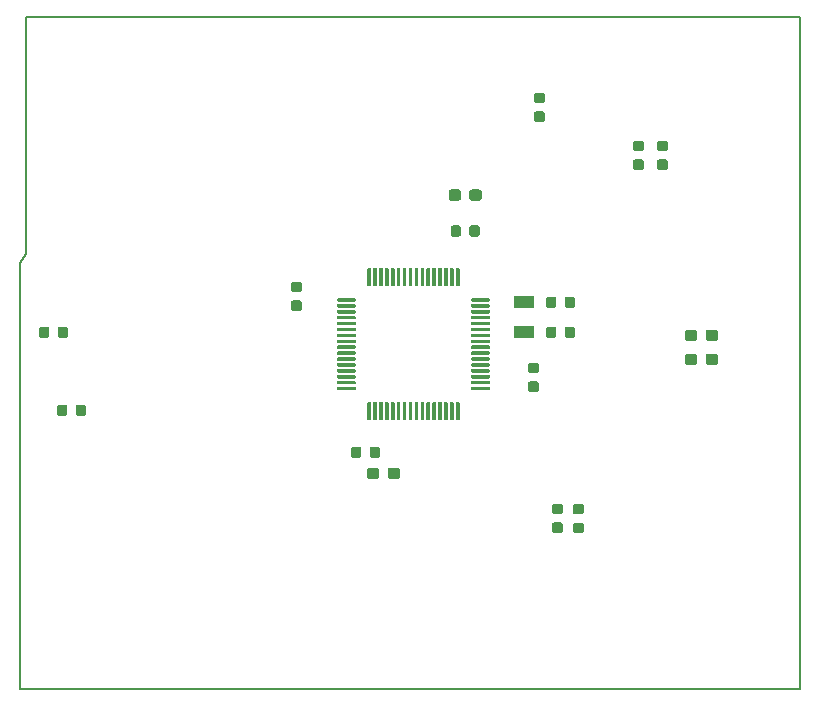
<source format=gbr>
G04 #@! TF.GenerationSoftware,KiCad,Pcbnew,(5.1.0)-1*
G04 #@! TF.CreationDate,2019-04-21T19:35:09+02:00*
G04 #@! TF.ProjectId,RM Board03,524d2042-6f61-4726-9430-332e6b696361,rev?*
G04 #@! TF.SameCoordinates,Original*
G04 #@! TF.FileFunction,Paste,Bot*
G04 #@! TF.FilePolarity,Positive*
%FSLAX46Y46*%
G04 Gerber Fmt 4.6, Leading zero omitted, Abs format (unit mm)*
G04 Created by KiCad (PCBNEW (5.1.0)-1) date 2019-04-21 19:35:09*
%MOMM*%
%LPD*%
G04 APERTURE LIST*
%ADD10C,0.150000*%
%ADD11C,0.875000*%
%ADD12C,0.950000*%
%ADD13C,0.300000*%
%ADD14R,1.800000X1.000000*%
G04 APERTURE END LIST*
D10*
X99314000Y-118872000D02*
X99314000Y-98806000D01*
X98806000Y-119634000D02*
X99314000Y-118872000D01*
X98806000Y-155702000D02*
X98806000Y-119634000D01*
X164846000Y-155702000D02*
X98806000Y-155702000D01*
X164846000Y-98806000D02*
X164846000Y-155702000D01*
X99314000Y-98806000D02*
X164846000Y-98806000D01*
G36*
X102576691Y-131606053D02*
G01*
X102597926Y-131609203D01*
X102618750Y-131614419D01*
X102638962Y-131621651D01*
X102658368Y-131630830D01*
X102676781Y-131641866D01*
X102694024Y-131654654D01*
X102709930Y-131669070D01*
X102724346Y-131684976D01*
X102737134Y-131702219D01*
X102748170Y-131720632D01*
X102757349Y-131740038D01*
X102764581Y-131760250D01*
X102769797Y-131781074D01*
X102772947Y-131802309D01*
X102774000Y-131823750D01*
X102774000Y-132336250D01*
X102772947Y-132357691D01*
X102769797Y-132378926D01*
X102764581Y-132399750D01*
X102757349Y-132419962D01*
X102748170Y-132439368D01*
X102737134Y-132457781D01*
X102724346Y-132475024D01*
X102709930Y-132490930D01*
X102694024Y-132505346D01*
X102676781Y-132518134D01*
X102658368Y-132529170D01*
X102638962Y-132538349D01*
X102618750Y-132545581D01*
X102597926Y-132550797D01*
X102576691Y-132553947D01*
X102555250Y-132555000D01*
X102117750Y-132555000D01*
X102096309Y-132553947D01*
X102075074Y-132550797D01*
X102054250Y-132545581D01*
X102034038Y-132538349D01*
X102014632Y-132529170D01*
X101996219Y-132518134D01*
X101978976Y-132505346D01*
X101963070Y-132490930D01*
X101948654Y-132475024D01*
X101935866Y-132457781D01*
X101924830Y-132439368D01*
X101915651Y-132419962D01*
X101908419Y-132399750D01*
X101903203Y-132378926D01*
X101900053Y-132357691D01*
X101899000Y-132336250D01*
X101899000Y-131823750D01*
X101900053Y-131802309D01*
X101903203Y-131781074D01*
X101908419Y-131760250D01*
X101915651Y-131740038D01*
X101924830Y-131720632D01*
X101935866Y-131702219D01*
X101948654Y-131684976D01*
X101963070Y-131669070D01*
X101978976Y-131654654D01*
X101996219Y-131641866D01*
X102014632Y-131630830D01*
X102034038Y-131621651D01*
X102054250Y-131614419D01*
X102075074Y-131609203D01*
X102096309Y-131606053D01*
X102117750Y-131605000D01*
X102555250Y-131605000D01*
X102576691Y-131606053D01*
X102576691Y-131606053D01*
G37*
D11*
X102336500Y-132080000D03*
D10*
G36*
X104151691Y-131606053D02*
G01*
X104172926Y-131609203D01*
X104193750Y-131614419D01*
X104213962Y-131621651D01*
X104233368Y-131630830D01*
X104251781Y-131641866D01*
X104269024Y-131654654D01*
X104284930Y-131669070D01*
X104299346Y-131684976D01*
X104312134Y-131702219D01*
X104323170Y-131720632D01*
X104332349Y-131740038D01*
X104339581Y-131760250D01*
X104344797Y-131781074D01*
X104347947Y-131802309D01*
X104349000Y-131823750D01*
X104349000Y-132336250D01*
X104347947Y-132357691D01*
X104344797Y-132378926D01*
X104339581Y-132399750D01*
X104332349Y-132419962D01*
X104323170Y-132439368D01*
X104312134Y-132457781D01*
X104299346Y-132475024D01*
X104284930Y-132490930D01*
X104269024Y-132505346D01*
X104251781Y-132518134D01*
X104233368Y-132529170D01*
X104213962Y-132538349D01*
X104193750Y-132545581D01*
X104172926Y-132550797D01*
X104151691Y-132553947D01*
X104130250Y-132555000D01*
X103692750Y-132555000D01*
X103671309Y-132553947D01*
X103650074Y-132550797D01*
X103629250Y-132545581D01*
X103609038Y-132538349D01*
X103589632Y-132529170D01*
X103571219Y-132518134D01*
X103553976Y-132505346D01*
X103538070Y-132490930D01*
X103523654Y-132475024D01*
X103510866Y-132457781D01*
X103499830Y-132439368D01*
X103490651Y-132419962D01*
X103483419Y-132399750D01*
X103478203Y-132378926D01*
X103475053Y-132357691D01*
X103474000Y-132336250D01*
X103474000Y-131823750D01*
X103475053Y-131802309D01*
X103478203Y-131781074D01*
X103483419Y-131760250D01*
X103490651Y-131740038D01*
X103499830Y-131720632D01*
X103510866Y-131702219D01*
X103523654Y-131684976D01*
X103538070Y-131669070D01*
X103553976Y-131654654D01*
X103571219Y-131641866D01*
X103589632Y-131630830D01*
X103609038Y-131621651D01*
X103629250Y-131614419D01*
X103650074Y-131609203D01*
X103671309Y-131606053D01*
X103692750Y-131605000D01*
X104130250Y-131605000D01*
X104151691Y-131606053D01*
X104151691Y-131606053D01*
G37*
D11*
X103911500Y-132080000D03*
D10*
G36*
X144549691Y-140000053D02*
G01*
X144570926Y-140003203D01*
X144591750Y-140008419D01*
X144611962Y-140015651D01*
X144631368Y-140024830D01*
X144649781Y-140035866D01*
X144667024Y-140048654D01*
X144682930Y-140063070D01*
X144697346Y-140078976D01*
X144710134Y-140096219D01*
X144721170Y-140114632D01*
X144730349Y-140134038D01*
X144737581Y-140154250D01*
X144742797Y-140175074D01*
X144745947Y-140196309D01*
X144747000Y-140217750D01*
X144747000Y-140655250D01*
X144745947Y-140676691D01*
X144742797Y-140697926D01*
X144737581Y-140718750D01*
X144730349Y-140738962D01*
X144721170Y-140758368D01*
X144710134Y-140776781D01*
X144697346Y-140794024D01*
X144682930Y-140809930D01*
X144667024Y-140824346D01*
X144649781Y-140837134D01*
X144631368Y-140848170D01*
X144611962Y-140857349D01*
X144591750Y-140864581D01*
X144570926Y-140869797D01*
X144549691Y-140872947D01*
X144528250Y-140874000D01*
X144015750Y-140874000D01*
X143994309Y-140872947D01*
X143973074Y-140869797D01*
X143952250Y-140864581D01*
X143932038Y-140857349D01*
X143912632Y-140848170D01*
X143894219Y-140837134D01*
X143876976Y-140824346D01*
X143861070Y-140809930D01*
X143846654Y-140794024D01*
X143833866Y-140776781D01*
X143822830Y-140758368D01*
X143813651Y-140738962D01*
X143806419Y-140718750D01*
X143801203Y-140697926D01*
X143798053Y-140676691D01*
X143797000Y-140655250D01*
X143797000Y-140217750D01*
X143798053Y-140196309D01*
X143801203Y-140175074D01*
X143806419Y-140154250D01*
X143813651Y-140134038D01*
X143822830Y-140114632D01*
X143833866Y-140096219D01*
X143846654Y-140078976D01*
X143861070Y-140063070D01*
X143876976Y-140048654D01*
X143894219Y-140035866D01*
X143912632Y-140024830D01*
X143932038Y-140015651D01*
X143952250Y-140008419D01*
X143973074Y-140003203D01*
X143994309Y-140000053D01*
X144015750Y-139999000D01*
X144528250Y-139999000D01*
X144549691Y-140000053D01*
X144549691Y-140000053D01*
G37*
D11*
X144272000Y-140436500D03*
D10*
G36*
X144549691Y-141575053D02*
G01*
X144570926Y-141578203D01*
X144591750Y-141583419D01*
X144611962Y-141590651D01*
X144631368Y-141599830D01*
X144649781Y-141610866D01*
X144667024Y-141623654D01*
X144682930Y-141638070D01*
X144697346Y-141653976D01*
X144710134Y-141671219D01*
X144721170Y-141689632D01*
X144730349Y-141709038D01*
X144737581Y-141729250D01*
X144742797Y-141750074D01*
X144745947Y-141771309D01*
X144747000Y-141792750D01*
X144747000Y-142230250D01*
X144745947Y-142251691D01*
X144742797Y-142272926D01*
X144737581Y-142293750D01*
X144730349Y-142313962D01*
X144721170Y-142333368D01*
X144710134Y-142351781D01*
X144697346Y-142369024D01*
X144682930Y-142384930D01*
X144667024Y-142399346D01*
X144649781Y-142412134D01*
X144631368Y-142423170D01*
X144611962Y-142432349D01*
X144591750Y-142439581D01*
X144570926Y-142444797D01*
X144549691Y-142447947D01*
X144528250Y-142449000D01*
X144015750Y-142449000D01*
X143994309Y-142447947D01*
X143973074Y-142444797D01*
X143952250Y-142439581D01*
X143932038Y-142432349D01*
X143912632Y-142423170D01*
X143894219Y-142412134D01*
X143876976Y-142399346D01*
X143861070Y-142384930D01*
X143846654Y-142369024D01*
X143833866Y-142351781D01*
X143822830Y-142333368D01*
X143813651Y-142313962D01*
X143806419Y-142293750D01*
X143801203Y-142272926D01*
X143798053Y-142251691D01*
X143797000Y-142230250D01*
X143797000Y-141792750D01*
X143798053Y-141771309D01*
X143801203Y-141750074D01*
X143806419Y-141729250D01*
X143813651Y-141709038D01*
X143822830Y-141689632D01*
X143833866Y-141671219D01*
X143846654Y-141653976D01*
X143861070Y-141638070D01*
X143876976Y-141623654D01*
X143894219Y-141610866D01*
X143912632Y-141599830D01*
X143932038Y-141590651D01*
X143952250Y-141583419D01*
X143973074Y-141578203D01*
X143994309Y-141575053D01*
X144015750Y-141574000D01*
X144528250Y-141574000D01*
X144549691Y-141575053D01*
X144549691Y-141575053D01*
G37*
D11*
X144272000Y-142011500D03*
D10*
G36*
X122451691Y-122779053D02*
G01*
X122472926Y-122782203D01*
X122493750Y-122787419D01*
X122513962Y-122794651D01*
X122533368Y-122803830D01*
X122551781Y-122814866D01*
X122569024Y-122827654D01*
X122584930Y-122842070D01*
X122599346Y-122857976D01*
X122612134Y-122875219D01*
X122623170Y-122893632D01*
X122632349Y-122913038D01*
X122639581Y-122933250D01*
X122644797Y-122954074D01*
X122647947Y-122975309D01*
X122649000Y-122996750D01*
X122649000Y-123434250D01*
X122647947Y-123455691D01*
X122644797Y-123476926D01*
X122639581Y-123497750D01*
X122632349Y-123517962D01*
X122623170Y-123537368D01*
X122612134Y-123555781D01*
X122599346Y-123573024D01*
X122584930Y-123588930D01*
X122569024Y-123603346D01*
X122551781Y-123616134D01*
X122533368Y-123627170D01*
X122513962Y-123636349D01*
X122493750Y-123643581D01*
X122472926Y-123648797D01*
X122451691Y-123651947D01*
X122430250Y-123653000D01*
X121917750Y-123653000D01*
X121896309Y-123651947D01*
X121875074Y-123648797D01*
X121854250Y-123643581D01*
X121834038Y-123636349D01*
X121814632Y-123627170D01*
X121796219Y-123616134D01*
X121778976Y-123603346D01*
X121763070Y-123588930D01*
X121748654Y-123573024D01*
X121735866Y-123555781D01*
X121724830Y-123537368D01*
X121715651Y-123517962D01*
X121708419Y-123497750D01*
X121703203Y-123476926D01*
X121700053Y-123455691D01*
X121699000Y-123434250D01*
X121699000Y-122996750D01*
X121700053Y-122975309D01*
X121703203Y-122954074D01*
X121708419Y-122933250D01*
X121715651Y-122913038D01*
X121724830Y-122893632D01*
X121735866Y-122875219D01*
X121748654Y-122857976D01*
X121763070Y-122842070D01*
X121778976Y-122827654D01*
X121796219Y-122814866D01*
X121814632Y-122803830D01*
X121834038Y-122794651D01*
X121854250Y-122787419D01*
X121875074Y-122782203D01*
X121896309Y-122779053D01*
X121917750Y-122778000D01*
X122430250Y-122778000D01*
X122451691Y-122779053D01*
X122451691Y-122779053D01*
G37*
D11*
X122174000Y-123215500D03*
D10*
G36*
X122451691Y-121204053D02*
G01*
X122472926Y-121207203D01*
X122493750Y-121212419D01*
X122513962Y-121219651D01*
X122533368Y-121228830D01*
X122551781Y-121239866D01*
X122569024Y-121252654D01*
X122584930Y-121267070D01*
X122599346Y-121282976D01*
X122612134Y-121300219D01*
X122623170Y-121318632D01*
X122632349Y-121338038D01*
X122639581Y-121358250D01*
X122644797Y-121379074D01*
X122647947Y-121400309D01*
X122649000Y-121421750D01*
X122649000Y-121859250D01*
X122647947Y-121880691D01*
X122644797Y-121901926D01*
X122639581Y-121922750D01*
X122632349Y-121942962D01*
X122623170Y-121962368D01*
X122612134Y-121980781D01*
X122599346Y-121998024D01*
X122584930Y-122013930D01*
X122569024Y-122028346D01*
X122551781Y-122041134D01*
X122533368Y-122052170D01*
X122513962Y-122061349D01*
X122493750Y-122068581D01*
X122472926Y-122073797D01*
X122451691Y-122076947D01*
X122430250Y-122078000D01*
X121917750Y-122078000D01*
X121896309Y-122076947D01*
X121875074Y-122073797D01*
X121854250Y-122068581D01*
X121834038Y-122061349D01*
X121814632Y-122052170D01*
X121796219Y-122041134D01*
X121778976Y-122028346D01*
X121763070Y-122013930D01*
X121748654Y-121998024D01*
X121735866Y-121980781D01*
X121724830Y-121962368D01*
X121715651Y-121942962D01*
X121708419Y-121922750D01*
X121703203Y-121901926D01*
X121700053Y-121880691D01*
X121699000Y-121859250D01*
X121699000Y-121421750D01*
X121700053Y-121400309D01*
X121703203Y-121379074D01*
X121708419Y-121358250D01*
X121715651Y-121338038D01*
X121724830Y-121318632D01*
X121735866Y-121300219D01*
X121748654Y-121282976D01*
X121763070Y-121267070D01*
X121778976Y-121252654D01*
X121796219Y-121239866D01*
X121814632Y-121228830D01*
X121834038Y-121219651D01*
X121854250Y-121212419D01*
X121875074Y-121207203D01*
X121896309Y-121204053D01*
X121917750Y-121203000D01*
X122430250Y-121203000D01*
X122451691Y-121204053D01*
X122451691Y-121204053D01*
G37*
D11*
X122174000Y-121640500D03*
D10*
G36*
X157649779Y-127288144D02*
G01*
X157672834Y-127291563D01*
X157695443Y-127297227D01*
X157717387Y-127305079D01*
X157738457Y-127315044D01*
X157758448Y-127327026D01*
X157777168Y-127340910D01*
X157794438Y-127356562D01*
X157810090Y-127373832D01*
X157823974Y-127392552D01*
X157835956Y-127412543D01*
X157845921Y-127433613D01*
X157853773Y-127455557D01*
X157859437Y-127478166D01*
X157862856Y-127501221D01*
X157864000Y-127524500D01*
X157864000Y-127999500D01*
X157862856Y-128022779D01*
X157859437Y-128045834D01*
X157853773Y-128068443D01*
X157845921Y-128090387D01*
X157835956Y-128111457D01*
X157823974Y-128131448D01*
X157810090Y-128150168D01*
X157794438Y-128167438D01*
X157777168Y-128183090D01*
X157758448Y-128196974D01*
X157738457Y-128208956D01*
X157717387Y-128218921D01*
X157695443Y-128226773D01*
X157672834Y-128232437D01*
X157649779Y-128235856D01*
X157626500Y-128237000D01*
X157051500Y-128237000D01*
X157028221Y-128235856D01*
X157005166Y-128232437D01*
X156982557Y-128226773D01*
X156960613Y-128218921D01*
X156939543Y-128208956D01*
X156919552Y-128196974D01*
X156900832Y-128183090D01*
X156883562Y-128167438D01*
X156867910Y-128150168D01*
X156854026Y-128131448D01*
X156842044Y-128111457D01*
X156832079Y-128090387D01*
X156824227Y-128068443D01*
X156818563Y-128045834D01*
X156815144Y-128022779D01*
X156814000Y-127999500D01*
X156814000Y-127524500D01*
X156815144Y-127501221D01*
X156818563Y-127478166D01*
X156824227Y-127455557D01*
X156832079Y-127433613D01*
X156842044Y-127412543D01*
X156854026Y-127392552D01*
X156867910Y-127373832D01*
X156883562Y-127356562D01*
X156900832Y-127340910D01*
X156919552Y-127327026D01*
X156939543Y-127315044D01*
X156960613Y-127305079D01*
X156982557Y-127297227D01*
X157005166Y-127291563D01*
X157028221Y-127288144D01*
X157051500Y-127287000D01*
X157626500Y-127287000D01*
X157649779Y-127288144D01*
X157649779Y-127288144D01*
G37*
D12*
X157339000Y-127762000D03*
D10*
G36*
X155899779Y-127288144D02*
G01*
X155922834Y-127291563D01*
X155945443Y-127297227D01*
X155967387Y-127305079D01*
X155988457Y-127315044D01*
X156008448Y-127327026D01*
X156027168Y-127340910D01*
X156044438Y-127356562D01*
X156060090Y-127373832D01*
X156073974Y-127392552D01*
X156085956Y-127412543D01*
X156095921Y-127433613D01*
X156103773Y-127455557D01*
X156109437Y-127478166D01*
X156112856Y-127501221D01*
X156114000Y-127524500D01*
X156114000Y-127999500D01*
X156112856Y-128022779D01*
X156109437Y-128045834D01*
X156103773Y-128068443D01*
X156095921Y-128090387D01*
X156085956Y-128111457D01*
X156073974Y-128131448D01*
X156060090Y-128150168D01*
X156044438Y-128167438D01*
X156027168Y-128183090D01*
X156008448Y-128196974D01*
X155988457Y-128208956D01*
X155967387Y-128218921D01*
X155945443Y-128226773D01*
X155922834Y-128232437D01*
X155899779Y-128235856D01*
X155876500Y-128237000D01*
X155301500Y-128237000D01*
X155278221Y-128235856D01*
X155255166Y-128232437D01*
X155232557Y-128226773D01*
X155210613Y-128218921D01*
X155189543Y-128208956D01*
X155169552Y-128196974D01*
X155150832Y-128183090D01*
X155133562Y-128167438D01*
X155117910Y-128150168D01*
X155104026Y-128131448D01*
X155092044Y-128111457D01*
X155082079Y-128090387D01*
X155074227Y-128068443D01*
X155068563Y-128045834D01*
X155065144Y-128022779D01*
X155064000Y-127999500D01*
X155064000Y-127524500D01*
X155065144Y-127501221D01*
X155068563Y-127478166D01*
X155074227Y-127455557D01*
X155082079Y-127433613D01*
X155092044Y-127412543D01*
X155104026Y-127392552D01*
X155117910Y-127373832D01*
X155133562Y-127356562D01*
X155150832Y-127340910D01*
X155169552Y-127327026D01*
X155189543Y-127315044D01*
X155210613Y-127305079D01*
X155232557Y-127297227D01*
X155255166Y-127291563D01*
X155278221Y-127288144D01*
X155301500Y-127287000D01*
X155876500Y-127287000D01*
X155899779Y-127288144D01*
X155899779Y-127288144D01*
G37*
D12*
X155589000Y-127762000D03*
D10*
G36*
X129043691Y-135162053D02*
G01*
X129064926Y-135165203D01*
X129085750Y-135170419D01*
X129105962Y-135177651D01*
X129125368Y-135186830D01*
X129143781Y-135197866D01*
X129161024Y-135210654D01*
X129176930Y-135225070D01*
X129191346Y-135240976D01*
X129204134Y-135258219D01*
X129215170Y-135276632D01*
X129224349Y-135296038D01*
X129231581Y-135316250D01*
X129236797Y-135337074D01*
X129239947Y-135358309D01*
X129241000Y-135379750D01*
X129241000Y-135892250D01*
X129239947Y-135913691D01*
X129236797Y-135934926D01*
X129231581Y-135955750D01*
X129224349Y-135975962D01*
X129215170Y-135995368D01*
X129204134Y-136013781D01*
X129191346Y-136031024D01*
X129176930Y-136046930D01*
X129161024Y-136061346D01*
X129143781Y-136074134D01*
X129125368Y-136085170D01*
X129105962Y-136094349D01*
X129085750Y-136101581D01*
X129064926Y-136106797D01*
X129043691Y-136109947D01*
X129022250Y-136111000D01*
X128584750Y-136111000D01*
X128563309Y-136109947D01*
X128542074Y-136106797D01*
X128521250Y-136101581D01*
X128501038Y-136094349D01*
X128481632Y-136085170D01*
X128463219Y-136074134D01*
X128445976Y-136061346D01*
X128430070Y-136046930D01*
X128415654Y-136031024D01*
X128402866Y-136013781D01*
X128391830Y-135995368D01*
X128382651Y-135975962D01*
X128375419Y-135955750D01*
X128370203Y-135934926D01*
X128367053Y-135913691D01*
X128366000Y-135892250D01*
X128366000Y-135379750D01*
X128367053Y-135358309D01*
X128370203Y-135337074D01*
X128375419Y-135316250D01*
X128382651Y-135296038D01*
X128391830Y-135276632D01*
X128402866Y-135258219D01*
X128415654Y-135240976D01*
X128430070Y-135225070D01*
X128445976Y-135210654D01*
X128463219Y-135197866D01*
X128481632Y-135186830D01*
X128501038Y-135177651D01*
X128521250Y-135170419D01*
X128542074Y-135165203D01*
X128563309Y-135162053D01*
X128584750Y-135161000D01*
X129022250Y-135161000D01*
X129043691Y-135162053D01*
X129043691Y-135162053D01*
G37*
D11*
X128803500Y-135636000D03*
D10*
G36*
X127468691Y-135162053D02*
G01*
X127489926Y-135165203D01*
X127510750Y-135170419D01*
X127530962Y-135177651D01*
X127550368Y-135186830D01*
X127568781Y-135197866D01*
X127586024Y-135210654D01*
X127601930Y-135225070D01*
X127616346Y-135240976D01*
X127629134Y-135258219D01*
X127640170Y-135276632D01*
X127649349Y-135296038D01*
X127656581Y-135316250D01*
X127661797Y-135337074D01*
X127664947Y-135358309D01*
X127666000Y-135379750D01*
X127666000Y-135892250D01*
X127664947Y-135913691D01*
X127661797Y-135934926D01*
X127656581Y-135955750D01*
X127649349Y-135975962D01*
X127640170Y-135995368D01*
X127629134Y-136013781D01*
X127616346Y-136031024D01*
X127601930Y-136046930D01*
X127586024Y-136061346D01*
X127568781Y-136074134D01*
X127550368Y-136085170D01*
X127530962Y-136094349D01*
X127510750Y-136101581D01*
X127489926Y-136106797D01*
X127468691Y-136109947D01*
X127447250Y-136111000D01*
X127009750Y-136111000D01*
X126988309Y-136109947D01*
X126967074Y-136106797D01*
X126946250Y-136101581D01*
X126926038Y-136094349D01*
X126906632Y-136085170D01*
X126888219Y-136074134D01*
X126870976Y-136061346D01*
X126855070Y-136046930D01*
X126840654Y-136031024D01*
X126827866Y-136013781D01*
X126816830Y-135995368D01*
X126807651Y-135975962D01*
X126800419Y-135955750D01*
X126795203Y-135934926D01*
X126792053Y-135913691D01*
X126791000Y-135892250D01*
X126791000Y-135379750D01*
X126792053Y-135358309D01*
X126795203Y-135337074D01*
X126800419Y-135316250D01*
X126807651Y-135296038D01*
X126816830Y-135276632D01*
X126827866Y-135258219D01*
X126840654Y-135240976D01*
X126855070Y-135225070D01*
X126870976Y-135210654D01*
X126888219Y-135197866D01*
X126906632Y-135186830D01*
X126926038Y-135177651D01*
X126946250Y-135170419D01*
X126967074Y-135165203D01*
X126988309Y-135162053D01*
X127009750Y-135161000D01*
X127447250Y-135161000D01*
X127468691Y-135162053D01*
X127468691Y-135162053D01*
G37*
D11*
X127228500Y-135636000D03*
D10*
G36*
X157649779Y-125256144D02*
G01*
X157672834Y-125259563D01*
X157695443Y-125265227D01*
X157717387Y-125273079D01*
X157738457Y-125283044D01*
X157758448Y-125295026D01*
X157777168Y-125308910D01*
X157794438Y-125324562D01*
X157810090Y-125341832D01*
X157823974Y-125360552D01*
X157835956Y-125380543D01*
X157845921Y-125401613D01*
X157853773Y-125423557D01*
X157859437Y-125446166D01*
X157862856Y-125469221D01*
X157864000Y-125492500D01*
X157864000Y-125967500D01*
X157862856Y-125990779D01*
X157859437Y-126013834D01*
X157853773Y-126036443D01*
X157845921Y-126058387D01*
X157835956Y-126079457D01*
X157823974Y-126099448D01*
X157810090Y-126118168D01*
X157794438Y-126135438D01*
X157777168Y-126151090D01*
X157758448Y-126164974D01*
X157738457Y-126176956D01*
X157717387Y-126186921D01*
X157695443Y-126194773D01*
X157672834Y-126200437D01*
X157649779Y-126203856D01*
X157626500Y-126205000D01*
X157051500Y-126205000D01*
X157028221Y-126203856D01*
X157005166Y-126200437D01*
X156982557Y-126194773D01*
X156960613Y-126186921D01*
X156939543Y-126176956D01*
X156919552Y-126164974D01*
X156900832Y-126151090D01*
X156883562Y-126135438D01*
X156867910Y-126118168D01*
X156854026Y-126099448D01*
X156842044Y-126079457D01*
X156832079Y-126058387D01*
X156824227Y-126036443D01*
X156818563Y-126013834D01*
X156815144Y-125990779D01*
X156814000Y-125967500D01*
X156814000Y-125492500D01*
X156815144Y-125469221D01*
X156818563Y-125446166D01*
X156824227Y-125423557D01*
X156832079Y-125401613D01*
X156842044Y-125380543D01*
X156854026Y-125360552D01*
X156867910Y-125341832D01*
X156883562Y-125324562D01*
X156900832Y-125308910D01*
X156919552Y-125295026D01*
X156939543Y-125283044D01*
X156960613Y-125273079D01*
X156982557Y-125265227D01*
X157005166Y-125259563D01*
X157028221Y-125256144D01*
X157051500Y-125255000D01*
X157626500Y-125255000D01*
X157649779Y-125256144D01*
X157649779Y-125256144D01*
G37*
D12*
X157339000Y-125730000D03*
D10*
G36*
X155899779Y-125256144D02*
G01*
X155922834Y-125259563D01*
X155945443Y-125265227D01*
X155967387Y-125273079D01*
X155988457Y-125283044D01*
X156008448Y-125295026D01*
X156027168Y-125308910D01*
X156044438Y-125324562D01*
X156060090Y-125341832D01*
X156073974Y-125360552D01*
X156085956Y-125380543D01*
X156095921Y-125401613D01*
X156103773Y-125423557D01*
X156109437Y-125446166D01*
X156112856Y-125469221D01*
X156114000Y-125492500D01*
X156114000Y-125967500D01*
X156112856Y-125990779D01*
X156109437Y-126013834D01*
X156103773Y-126036443D01*
X156095921Y-126058387D01*
X156085956Y-126079457D01*
X156073974Y-126099448D01*
X156060090Y-126118168D01*
X156044438Y-126135438D01*
X156027168Y-126151090D01*
X156008448Y-126164974D01*
X155988457Y-126176956D01*
X155967387Y-126186921D01*
X155945443Y-126194773D01*
X155922834Y-126200437D01*
X155899779Y-126203856D01*
X155876500Y-126205000D01*
X155301500Y-126205000D01*
X155278221Y-126203856D01*
X155255166Y-126200437D01*
X155232557Y-126194773D01*
X155210613Y-126186921D01*
X155189543Y-126176956D01*
X155169552Y-126164974D01*
X155150832Y-126151090D01*
X155133562Y-126135438D01*
X155117910Y-126118168D01*
X155104026Y-126099448D01*
X155092044Y-126079457D01*
X155082079Y-126058387D01*
X155074227Y-126036443D01*
X155068563Y-126013834D01*
X155065144Y-125990779D01*
X155064000Y-125967500D01*
X155064000Y-125492500D01*
X155065144Y-125469221D01*
X155068563Y-125446166D01*
X155074227Y-125423557D01*
X155082079Y-125401613D01*
X155092044Y-125380543D01*
X155104026Y-125360552D01*
X155117910Y-125341832D01*
X155133562Y-125324562D01*
X155150832Y-125308910D01*
X155169552Y-125295026D01*
X155189543Y-125283044D01*
X155210613Y-125273079D01*
X155232557Y-125265227D01*
X155255166Y-125259563D01*
X155278221Y-125256144D01*
X155301500Y-125255000D01*
X155876500Y-125255000D01*
X155899779Y-125256144D01*
X155899779Y-125256144D01*
G37*
D12*
X155589000Y-125730000D03*
D10*
G36*
X142517691Y-128062053D02*
G01*
X142538926Y-128065203D01*
X142559750Y-128070419D01*
X142579962Y-128077651D01*
X142599368Y-128086830D01*
X142617781Y-128097866D01*
X142635024Y-128110654D01*
X142650930Y-128125070D01*
X142665346Y-128140976D01*
X142678134Y-128158219D01*
X142689170Y-128176632D01*
X142698349Y-128196038D01*
X142705581Y-128216250D01*
X142710797Y-128237074D01*
X142713947Y-128258309D01*
X142715000Y-128279750D01*
X142715000Y-128717250D01*
X142713947Y-128738691D01*
X142710797Y-128759926D01*
X142705581Y-128780750D01*
X142698349Y-128800962D01*
X142689170Y-128820368D01*
X142678134Y-128838781D01*
X142665346Y-128856024D01*
X142650930Y-128871930D01*
X142635024Y-128886346D01*
X142617781Y-128899134D01*
X142599368Y-128910170D01*
X142579962Y-128919349D01*
X142559750Y-128926581D01*
X142538926Y-128931797D01*
X142517691Y-128934947D01*
X142496250Y-128936000D01*
X141983750Y-128936000D01*
X141962309Y-128934947D01*
X141941074Y-128931797D01*
X141920250Y-128926581D01*
X141900038Y-128919349D01*
X141880632Y-128910170D01*
X141862219Y-128899134D01*
X141844976Y-128886346D01*
X141829070Y-128871930D01*
X141814654Y-128856024D01*
X141801866Y-128838781D01*
X141790830Y-128820368D01*
X141781651Y-128800962D01*
X141774419Y-128780750D01*
X141769203Y-128759926D01*
X141766053Y-128738691D01*
X141765000Y-128717250D01*
X141765000Y-128279750D01*
X141766053Y-128258309D01*
X141769203Y-128237074D01*
X141774419Y-128216250D01*
X141781651Y-128196038D01*
X141790830Y-128176632D01*
X141801866Y-128158219D01*
X141814654Y-128140976D01*
X141829070Y-128125070D01*
X141844976Y-128110654D01*
X141862219Y-128097866D01*
X141880632Y-128086830D01*
X141900038Y-128077651D01*
X141920250Y-128070419D01*
X141941074Y-128065203D01*
X141962309Y-128062053D01*
X141983750Y-128061000D01*
X142496250Y-128061000D01*
X142517691Y-128062053D01*
X142517691Y-128062053D01*
G37*
D11*
X142240000Y-128498500D03*
D10*
G36*
X142517691Y-129637053D02*
G01*
X142538926Y-129640203D01*
X142559750Y-129645419D01*
X142579962Y-129652651D01*
X142599368Y-129661830D01*
X142617781Y-129672866D01*
X142635024Y-129685654D01*
X142650930Y-129700070D01*
X142665346Y-129715976D01*
X142678134Y-129733219D01*
X142689170Y-129751632D01*
X142698349Y-129771038D01*
X142705581Y-129791250D01*
X142710797Y-129812074D01*
X142713947Y-129833309D01*
X142715000Y-129854750D01*
X142715000Y-130292250D01*
X142713947Y-130313691D01*
X142710797Y-130334926D01*
X142705581Y-130355750D01*
X142698349Y-130375962D01*
X142689170Y-130395368D01*
X142678134Y-130413781D01*
X142665346Y-130431024D01*
X142650930Y-130446930D01*
X142635024Y-130461346D01*
X142617781Y-130474134D01*
X142599368Y-130485170D01*
X142579962Y-130494349D01*
X142559750Y-130501581D01*
X142538926Y-130506797D01*
X142517691Y-130509947D01*
X142496250Y-130511000D01*
X141983750Y-130511000D01*
X141962309Y-130509947D01*
X141941074Y-130506797D01*
X141920250Y-130501581D01*
X141900038Y-130494349D01*
X141880632Y-130485170D01*
X141862219Y-130474134D01*
X141844976Y-130461346D01*
X141829070Y-130446930D01*
X141814654Y-130431024D01*
X141801866Y-130413781D01*
X141790830Y-130395368D01*
X141781651Y-130375962D01*
X141774419Y-130355750D01*
X141769203Y-130334926D01*
X141766053Y-130313691D01*
X141765000Y-130292250D01*
X141765000Y-129854750D01*
X141766053Y-129833309D01*
X141769203Y-129812074D01*
X141774419Y-129791250D01*
X141781651Y-129771038D01*
X141790830Y-129751632D01*
X141801866Y-129733219D01*
X141814654Y-129715976D01*
X141829070Y-129700070D01*
X141844976Y-129685654D01*
X141862219Y-129672866D01*
X141880632Y-129661830D01*
X141900038Y-129652651D01*
X141920250Y-129645419D01*
X141941074Y-129640203D01*
X141962309Y-129637053D01*
X141983750Y-129636000D01*
X142496250Y-129636000D01*
X142517691Y-129637053D01*
X142517691Y-129637053D01*
G37*
D11*
X142240000Y-130073500D03*
D10*
G36*
X128975779Y-136940144D02*
G01*
X128998834Y-136943563D01*
X129021443Y-136949227D01*
X129043387Y-136957079D01*
X129064457Y-136967044D01*
X129084448Y-136979026D01*
X129103168Y-136992910D01*
X129120438Y-137008562D01*
X129136090Y-137025832D01*
X129149974Y-137044552D01*
X129161956Y-137064543D01*
X129171921Y-137085613D01*
X129179773Y-137107557D01*
X129185437Y-137130166D01*
X129188856Y-137153221D01*
X129190000Y-137176500D01*
X129190000Y-137651500D01*
X129188856Y-137674779D01*
X129185437Y-137697834D01*
X129179773Y-137720443D01*
X129171921Y-137742387D01*
X129161956Y-137763457D01*
X129149974Y-137783448D01*
X129136090Y-137802168D01*
X129120438Y-137819438D01*
X129103168Y-137835090D01*
X129084448Y-137848974D01*
X129064457Y-137860956D01*
X129043387Y-137870921D01*
X129021443Y-137878773D01*
X128998834Y-137884437D01*
X128975779Y-137887856D01*
X128952500Y-137889000D01*
X128377500Y-137889000D01*
X128354221Y-137887856D01*
X128331166Y-137884437D01*
X128308557Y-137878773D01*
X128286613Y-137870921D01*
X128265543Y-137860956D01*
X128245552Y-137848974D01*
X128226832Y-137835090D01*
X128209562Y-137819438D01*
X128193910Y-137802168D01*
X128180026Y-137783448D01*
X128168044Y-137763457D01*
X128158079Y-137742387D01*
X128150227Y-137720443D01*
X128144563Y-137697834D01*
X128141144Y-137674779D01*
X128140000Y-137651500D01*
X128140000Y-137176500D01*
X128141144Y-137153221D01*
X128144563Y-137130166D01*
X128150227Y-137107557D01*
X128158079Y-137085613D01*
X128168044Y-137064543D01*
X128180026Y-137044552D01*
X128193910Y-137025832D01*
X128209562Y-137008562D01*
X128226832Y-136992910D01*
X128245552Y-136979026D01*
X128265543Y-136967044D01*
X128286613Y-136957079D01*
X128308557Y-136949227D01*
X128331166Y-136943563D01*
X128354221Y-136940144D01*
X128377500Y-136939000D01*
X128952500Y-136939000D01*
X128975779Y-136940144D01*
X128975779Y-136940144D01*
G37*
D12*
X128665000Y-137414000D03*
D10*
G36*
X130725779Y-136940144D02*
G01*
X130748834Y-136943563D01*
X130771443Y-136949227D01*
X130793387Y-136957079D01*
X130814457Y-136967044D01*
X130834448Y-136979026D01*
X130853168Y-136992910D01*
X130870438Y-137008562D01*
X130886090Y-137025832D01*
X130899974Y-137044552D01*
X130911956Y-137064543D01*
X130921921Y-137085613D01*
X130929773Y-137107557D01*
X130935437Y-137130166D01*
X130938856Y-137153221D01*
X130940000Y-137176500D01*
X130940000Y-137651500D01*
X130938856Y-137674779D01*
X130935437Y-137697834D01*
X130929773Y-137720443D01*
X130921921Y-137742387D01*
X130911956Y-137763457D01*
X130899974Y-137783448D01*
X130886090Y-137802168D01*
X130870438Y-137819438D01*
X130853168Y-137835090D01*
X130834448Y-137848974D01*
X130814457Y-137860956D01*
X130793387Y-137870921D01*
X130771443Y-137878773D01*
X130748834Y-137884437D01*
X130725779Y-137887856D01*
X130702500Y-137889000D01*
X130127500Y-137889000D01*
X130104221Y-137887856D01*
X130081166Y-137884437D01*
X130058557Y-137878773D01*
X130036613Y-137870921D01*
X130015543Y-137860956D01*
X129995552Y-137848974D01*
X129976832Y-137835090D01*
X129959562Y-137819438D01*
X129943910Y-137802168D01*
X129930026Y-137783448D01*
X129918044Y-137763457D01*
X129908079Y-137742387D01*
X129900227Y-137720443D01*
X129894563Y-137697834D01*
X129891144Y-137674779D01*
X129890000Y-137651500D01*
X129890000Y-137176500D01*
X129891144Y-137153221D01*
X129894563Y-137130166D01*
X129900227Y-137107557D01*
X129908079Y-137085613D01*
X129918044Y-137064543D01*
X129930026Y-137044552D01*
X129943910Y-137025832D01*
X129959562Y-137008562D01*
X129976832Y-136992910D01*
X129995552Y-136979026D01*
X130015543Y-136967044D01*
X130036613Y-136957079D01*
X130058557Y-136949227D01*
X130081166Y-136943563D01*
X130104221Y-136940144D01*
X130127500Y-136939000D01*
X130702500Y-136939000D01*
X130725779Y-136940144D01*
X130725779Y-136940144D01*
G37*
D12*
X130415000Y-137414000D03*
D10*
G36*
X102627691Y-125002053D02*
G01*
X102648926Y-125005203D01*
X102669750Y-125010419D01*
X102689962Y-125017651D01*
X102709368Y-125026830D01*
X102727781Y-125037866D01*
X102745024Y-125050654D01*
X102760930Y-125065070D01*
X102775346Y-125080976D01*
X102788134Y-125098219D01*
X102799170Y-125116632D01*
X102808349Y-125136038D01*
X102815581Y-125156250D01*
X102820797Y-125177074D01*
X102823947Y-125198309D01*
X102825000Y-125219750D01*
X102825000Y-125732250D01*
X102823947Y-125753691D01*
X102820797Y-125774926D01*
X102815581Y-125795750D01*
X102808349Y-125815962D01*
X102799170Y-125835368D01*
X102788134Y-125853781D01*
X102775346Y-125871024D01*
X102760930Y-125886930D01*
X102745024Y-125901346D01*
X102727781Y-125914134D01*
X102709368Y-125925170D01*
X102689962Y-125934349D01*
X102669750Y-125941581D01*
X102648926Y-125946797D01*
X102627691Y-125949947D01*
X102606250Y-125951000D01*
X102168750Y-125951000D01*
X102147309Y-125949947D01*
X102126074Y-125946797D01*
X102105250Y-125941581D01*
X102085038Y-125934349D01*
X102065632Y-125925170D01*
X102047219Y-125914134D01*
X102029976Y-125901346D01*
X102014070Y-125886930D01*
X101999654Y-125871024D01*
X101986866Y-125853781D01*
X101975830Y-125835368D01*
X101966651Y-125815962D01*
X101959419Y-125795750D01*
X101954203Y-125774926D01*
X101951053Y-125753691D01*
X101950000Y-125732250D01*
X101950000Y-125219750D01*
X101951053Y-125198309D01*
X101954203Y-125177074D01*
X101959419Y-125156250D01*
X101966651Y-125136038D01*
X101975830Y-125116632D01*
X101986866Y-125098219D01*
X101999654Y-125080976D01*
X102014070Y-125065070D01*
X102029976Y-125050654D01*
X102047219Y-125037866D01*
X102065632Y-125026830D01*
X102085038Y-125017651D01*
X102105250Y-125010419D01*
X102126074Y-125005203D01*
X102147309Y-125002053D01*
X102168750Y-125001000D01*
X102606250Y-125001000D01*
X102627691Y-125002053D01*
X102627691Y-125002053D01*
G37*
D11*
X102387500Y-125476000D03*
D10*
G36*
X101052691Y-125002053D02*
G01*
X101073926Y-125005203D01*
X101094750Y-125010419D01*
X101114962Y-125017651D01*
X101134368Y-125026830D01*
X101152781Y-125037866D01*
X101170024Y-125050654D01*
X101185930Y-125065070D01*
X101200346Y-125080976D01*
X101213134Y-125098219D01*
X101224170Y-125116632D01*
X101233349Y-125136038D01*
X101240581Y-125156250D01*
X101245797Y-125177074D01*
X101248947Y-125198309D01*
X101250000Y-125219750D01*
X101250000Y-125732250D01*
X101248947Y-125753691D01*
X101245797Y-125774926D01*
X101240581Y-125795750D01*
X101233349Y-125815962D01*
X101224170Y-125835368D01*
X101213134Y-125853781D01*
X101200346Y-125871024D01*
X101185930Y-125886930D01*
X101170024Y-125901346D01*
X101152781Y-125914134D01*
X101134368Y-125925170D01*
X101114962Y-125934349D01*
X101094750Y-125941581D01*
X101073926Y-125946797D01*
X101052691Y-125949947D01*
X101031250Y-125951000D01*
X100593750Y-125951000D01*
X100572309Y-125949947D01*
X100551074Y-125946797D01*
X100530250Y-125941581D01*
X100510038Y-125934349D01*
X100490632Y-125925170D01*
X100472219Y-125914134D01*
X100454976Y-125901346D01*
X100439070Y-125886930D01*
X100424654Y-125871024D01*
X100411866Y-125853781D01*
X100400830Y-125835368D01*
X100391651Y-125815962D01*
X100384419Y-125795750D01*
X100379203Y-125774926D01*
X100376053Y-125753691D01*
X100375000Y-125732250D01*
X100375000Y-125219750D01*
X100376053Y-125198309D01*
X100379203Y-125177074D01*
X100384419Y-125156250D01*
X100391651Y-125136038D01*
X100400830Y-125116632D01*
X100411866Y-125098219D01*
X100424654Y-125080976D01*
X100439070Y-125065070D01*
X100454976Y-125050654D01*
X100472219Y-125037866D01*
X100490632Y-125026830D01*
X100510038Y-125017651D01*
X100530250Y-125010419D01*
X100551074Y-125005203D01*
X100572309Y-125002053D01*
X100593750Y-125001000D01*
X101031250Y-125001000D01*
X101052691Y-125002053D01*
X101052691Y-125002053D01*
G37*
D11*
X100812500Y-125476000D03*
D10*
G36*
X146327691Y-141600553D02*
G01*
X146348926Y-141603703D01*
X146369750Y-141608919D01*
X146389962Y-141616151D01*
X146409368Y-141625330D01*
X146427781Y-141636366D01*
X146445024Y-141649154D01*
X146460930Y-141663570D01*
X146475346Y-141679476D01*
X146488134Y-141696719D01*
X146499170Y-141715132D01*
X146508349Y-141734538D01*
X146515581Y-141754750D01*
X146520797Y-141775574D01*
X146523947Y-141796809D01*
X146525000Y-141818250D01*
X146525000Y-142255750D01*
X146523947Y-142277191D01*
X146520797Y-142298426D01*
X146515581Y-142319250D01*
X146508349Y-142339462D01*
X146499170Y-142358868D01*
X146488134Y-142377281D01*
X146475346Y-142394524D01*
X146460930Y-142410430D01*
X146445024Y-142424846D01*
X146427781Y-142437634D01*
X146409368Y-142448670D01*
X146389962Y-142457849D01*
X146369750Y-142465081D01*
X146348926Y-142470297D01*
X146327691Y-142473447D01*
X146306250Y-142474500D01*
X145793750Y-142474500D01*
X145772309Y-142473447D01*
X145751074Y-142470297D01*
X145730250Y-142465081D01*
X145710038Y-142457849D01*
X145690632Y-142448670D01*
X145672219Y-142437634D01*
X145654976Y-142424846D01*
X145639070Y-142410430D01*
X145624654Y-142394524D01*
X145611866Y-142377281D01*
X145600830Y-142358868D01*
X145591651Y-142339462D01*
X145584419Y-142319250D01*
X145579203Y-142298426D01*
X145576053Y-142277191D01*
X145575000Y-142255750D01*
X145575000Y-141818250D01*
X145576053Y-141796809D01*
X145579203Y-141775574D01*
X145584419Y-141754750D01*
X145591651Y-141734538D01*
X145600830Y-141715132D01*
X145611866Y-141696719D01*
X145624654Y-141679476D01*
X145639070Y-141663570D01*
X145654976Y-141649154D01*
X145672219Y-141636366D01*
X145690632Y-141625330D01*
X145710038Y-141616151D01*
X145730250Y-141608919D01*
X145751074Y-141603703D01*
X145772309Y-141600553D01*
X145793750Y-141599500D01*
X146306250Y-141599500D01*
X146327691Y-141600553D01*
X146327691Y-141600553D01*
G37*
D11*
X146050000Y-142037000D03*
D10*
G36*
X146327691Y-140025553D02*
G01*
X146348926Y-140028703D01*
X146369750Y-140033919D01*
X146389962Y-140041151D01*
X146409368Y-140050330D01*
X146427781Y-140061366D01*
X146445024Y-140074154D01*
X146460930Y-140088570D01*
X146475346Y-140104476D01*
X146488134Y-140121719D01*
X146499170Y-140140132D01*
X146508349Y-140159538D01*
X146515581Y-140179750D01*
X146520797Y-140200574D01*
X146523947Y-140221809D01*
X146525000Y-140243250D01*
X146525000Y-140680750D01*
X146523947Y-140702191D01*
X146520797Y-140723426D01*
X146515581Y-140744250D01*
X146508349Y-140764462D01*
X146499170Y-140783868D01*
X146488134Y-140802281D01*
X146475346Y-140819524D01*
X146460930Y-140835430D01*
X146445024Y-140849846D01*
X146427781Y-140862634D01*
X146409368Y-140873670D01*
X146389962Y-140882849D01*
X146369750Y-140890081D01*
X146348926Y-140895297D01*
X146327691Y-140898447D01*
X146306250Y-140899500D01*
X145793750Y-140899500D01*
X145772309Y-140898447D01*
X145751074Y-140895297D01*
X145730250Y-140890081D01*
X145710038Y-140882849D01*
X145690632Y-140873670D01*
X145672219Y-140862634D01*
X145654976Y-140849846D01*
X145639070Y-140835430D01*
X145624654Y-140819524D01*
X145611866Y-140802281D01*
X145600830Y-140783868D01*
X145591651Y-140764462D01*
X145584419Y-140744250D01*
X145579203Y-140723426D01*
X145576053Y-140702191D01*
X145575000Y-140680750D01*
X145575000Y-140243250D01*
X145576053Y-140221809D01*
X145579203Y-140200574D01*
X145584419Y-140179750D01*
X145591651Y-140159538D01*
X145600830Y-140140132D01*
X145611866Y-140121719D01*
X145624654Y-140104476D01*
X145639070Y-140088570D01*
X145654976Y-140074154D01*
X145672219Y-140061366D01*
X145690632Y-140050330D01*
X145710038Y-140041151D01*
X145730250Y-140033919D01*
X145751074Y-140028703D01*
X145772309Y-140025553D01*
X145793750Y-140024500D01*
X146306250Y-140024500D01*
X146327691Y-140025553D01*
X146327691Y-140025553D01*
G37*
D11*
X146050000Y-140462000D03*
D10*
G36*
X135912351Y-120042361D02*
G01*
X135919632Y-120043441D01*
X135926771Y-120045229D01*
X135933701Y-120047709D01*
X135940355Y-120050856D01*
X135946668Y-120054640D01*
X135952579Y-120059024D01*
X135958033Y-120063967D01*
X135962976Y-120069421D01*
X135967360Y-120075332D01*
X135971144Y-120081645D01*
X135974291Y-120088299D01*
X135976771Y-120095229D01*
X135978559Y-120102368D01*
X135979639Y-120109649D01*
X135980000Y-120117000D01*
X135980000Y-121517000D01*
X135979639Y-121524351D01*
X135978559Y-121531632D01*
X135976771Y-121538771D01*
X135974291Y-121545701D01*
X135971144Y-121552355D01*
X135967360Y-121558668D01*
X135962976Y-121564579D01*
X135958033Y-121570033D01*
X135952579Y-121574976D01*
X135946668Y-121579360D01*
X135940355Y-121583144D01*
X135933701Y-121586291D01*
X135926771Y-121588771D01*
X135919632Y-121590559D01*
X135912351Y-121591639D01*
X135905000Y-121592000D01*
X135755000Y-121592000D01*
X135747649Y-121591639D01*
X135740368Y-121590559D01*
X135733229Y-121588771D01*
X135726299Y-121586291D01*
X135719645Y-121583144D01*
X135713332Y-121579360D01*
X135707421Y-121574976D01*
X135701967Y-121570033D01*
X135697024Y-121564579D01*
X135692640Y-121558668D01*
X135688856Y-121552355D01*
X135685709Y-121545701D01*
X135683229Y-121538771D01*
X135681441Y-121531632D01*
X135680361Y-121524351D01*
X135680000Y-121517000D01*
X135680000Y-120117000D01*
X135680361Y-120109649D01*
X135681441Y-120102368D01*
X135683229Y-120095229D01*
X135685709Y-120088299D01*
X135688856Y-120081645D01*
X135692640Y-120075332D01*
X135697024Y-120069421D01*
X135701967Y-120063967D01*
X135707421Y-120059024D01*
X135713332Y-120054640D01*
X135719645Y-120050856D01*
X135726299Y-120047709D01*
X135733229Y-120045229D01*
X135740368Y-120043441D01*
X135747649Y-120042361D01*
X135755000Y-120042000D01*
X135905000Y-120042000D01*
X135912351Y-120042361D01*
X135912351Y-120042361D01*
G37*
D13*
X135830000Y-120817000D03*
D10*
G36*
X135412351Y-120042361D02*
G01*
X135419632Y-120043441D01*
X135426771Y-120045229D01*
X135433701Y-120047709D01*
X135440355Y-120050856D01*
X135446668Y-120054640D01*
X135452579Y-120059024D01*
X135458033Y-120063967D01*
X135462976Y-120069421D01*
X135467360Y-120075332D01*
X135471144Y-120081645D01*
X135474291Y-120088299D01*
X135476771Y-120095229D01*
X135478559Y-120102368D01*
X135479639Y-120109649D01*
X135480000Y-120117000D01*
X135480000Y-121517000D01*
X135479639Y-121524351D01*
X135478559Y-121531632D01*
X135476771Y-121538771D01*
X135474291Y-121545701D01*
X135471144Y-121552355D01*
X135467360Y-121558668D01*
X135462976Y-121564579D01*
X135458033Y-121570033D01*
X135452579Y-121574976D01*
X135446668Y-121579360D01*
X135440355Y-121583144D01*
X135433701Y-121586291D01*
X135426771Y-121588771D01*
X135419632Y-121590559D01*
X135412351Y-121591639D01*
X135405000Y-121592000D01*
X135255000Y-121592000D01*
X135247649Y-121591639D01*
X135240368Y-121590559D01*
X135233229Y-121588771D01*
X135226299Y-121586291D01*
X135219645Y-121583144D01*
X135213332Y-121579360D01*
X135207421Y-121574976D01*
X135201967Y-121570033D01*
X135197024Y-121564579D01*
X135192640Y-121558668D01*
X135188856Y-121552355D01*
X135185709Y-121545701D01*
X135183229Y-121538771D01*
X135181441Y-121531632D01*
X135180361Y-121524351D01*
X135180000Y-121517000D01*
X135180000Y-120117000D01*
X135180361Y-120109649D01*
X135181441Y-120102368D01*
X135183229Y-120095229D01*
X135185709Y-120088299D01*
X135188856Y-120081645D01*
X135192640Y-120075332D01*
X135197024Y-120069421D01*
X135201967Y-120063967D01*
X135207421Y-120059024D01*
X135213332Y-120054640D01*
X135219645Y-120050856D01*
X135226299Y-120047709D01*
X135233229Y-120045229D01*
X135240368Y-120043441D01*
X135247649Y-120042361D01*
X135255000Y-120042000D01*
X135405000Y-120042000D01*
X135412351Y-120042361D01*
X135412351Y-120042361D01*
G37*
D13*
X135330000Y-120817000D03*
D10*
G36*
X134912351Y-120042361D02*
G01*
X134919632Y-120043441D01*
X134926771Y-120045229D01*
X134933701Y-120047709D01*
X134940355Y-120050856D01*
X134946668Y-120054640D01*
X134952579Y-120059024D01*
X134958033Y-120063967D01*
X134962976Y-120069421D01*
X134967360Y-120075332D01*
X134971144Y-120081645D01*
X134974291Y-120088299D01*
X134976771Y-120095229D01*
X134978559Y-120102368D01*
X134979639Y-120109649D01*
X134980000Y-120117000D01*
X134980000Y-121517000D01*
X134979639Y-121524351D01*
X134978559Y-121531632D01*
X134976771Y-121538771D01*
X134974291Y-121545701D01*
X134971144Y-121552355D01*
X134967360Y-121558668D01*
X134962976Y-121564579D01*
X134958033Y-121570033D01*
X134952579Y-121574976D01*
X134946668Y-121579360D01*
X134940355Y-121583144D01*
X134933701Y-121586291D01*
X134926771Y-121588771D01*
X134919632Y-121590559D01*
X134912351Y-121591639D01*
X134905000Y-121592000D01*
X134755000Y-121592000D01*
X134747649Y-121591639D01*
X134740368Y-121590559D01*
X134733229Y-121588771D01*
X134726299Y-121586291D01*
X134719645Y-121583144D01*
X134713332Y-121579360D01*
X134707421Y-121574976D01*
X134701967Y-121570033D01*
X134697024Y-121564579D01*
X134692640Y-121558668D01*
X134688856Y-121552355D01*
X134685709Y-121545701D01*
X134683229Y-121538771D01*
X134681441Y-121531632D01*
X134680361Y-121524351D01*
X134680000Y-121517000D01*
X134680000Y-120117000D01*
X134680361Y-120109649D01*
X134681441Y-120102368D01*
X134683229Y-120095229D01*
X134685709Y-120088299D01*
X134688856Y-120081645D01*
X134692640Y-120075332D01*
X134697024Y-120069421D01*
X134701967Y-120063967D01*
X134707421Y-120059024D01*
X134713332Y-120054640D01*
X134719645Y-120050856D01*
X134726299Y-120047709D01*
X134733229Y-120045229D01*
X134740368Y-120043441D01*
X134747649Y-120042361D01*
X134755000Y-120042000D01*
X134905000Y-120042000D01*
X134912351Y-120042361D01*
X134912351Y-120042361D01*
G37*
D13*
X134830000Y-120817000D03*
D10*
G36*
X134412351Y-120042361D02*
G01*
X134419632Y-120043441D01*
X134426771Y-120045229D01*
X134433701Y-120047709D01*
X134440355Y-120050856D01*
X134446668Y-120054640D01*
X134452579Y-120059024D01*
X134458033Y-120063967D01*
X134462976Y-120069421D01*
X134467360Y-120075332D01*
X134471144Y-120081645D01*
X134474291Y-120088299D01*
X134476771Y-120095229D01*
X134478559Y-120102368D01*
X134479639Y-120109649D01*
X134480000Y-120117000D01*
X134480000Y-121517000D01*
X134479639Y-121524351D01*
X134478559Y-121531632D01*
X134476771Y-121538771D01*
X134474291Y-121545701D01*
X134471144Y-121552355D01*
X134467360Y-121558668D01*
X134462976Y-121564579D01*
X134458033Y-121570033D01*
X134452579Y-121574976D01*
X134446668Y-121579360D01*
X134440355Y-121583144D01*
X134433701Y-121586291D01*
X134426771Y-121588771D01*
X134419632Y-121590559D01*
X134412351Y-121591639D01*
X134405000Y-121592000D01*
X134255000Y-121592000D01*
X134247649Y-121591639D01*
X134240368Y-121590559D01*
X134233229Y-121588771D01*
X134226299Y-121586291D01*
X134219645Y-121583144D01*
X134213332Y-121579360D01*
X134207421Y-121574976D01*
X134201967Y-121570033D01*
X134197024Y-121564579D01*
X134192640Y-121558668D01*
X134188856Y-121552355D01*
X134185709Y-121545701D01*
X134183229Y-121538771D01*
X134181441Y-121531632D01*
X134180361Y-121524351D01*
X134180000Y-121517000D01*
X134180000Y-120117000D01*
X134180361Y-120109649D01*
X134181441Y-120102368D01*
X134183229Y-120095229D01*
X134185709Y-120088299D01*
X134188856Y-120081645D01*
X134192640Y-120075332D01*
X134197024Y-120069421D01*
X134201967Y-120063967D01*
X134207421Y-120059024D01*
X134213332Y-120054640D01*
X134219645Y-120050856D01*
X134226299Y-120047709D01*
X134233229Y-120045229D01*
X134240368Y-120043441D01*
X134247649Y-120042361D01*
X134255000Y-120042000D01*
X134405000Y-120042000D01*
X134412351Y-120042361D01*
X134412351Y-120042361D01*
G37*
D13*
X134330000Y-120817000D03*
D10*
G36*
X133912351Y-120042361D02*
G01*
X133919632Y-120043441D01*
X133926771Y-120045229D01*
X133933701Y-120047709D01*
X133940355Y-120050856D01*
X133946668Y-120054640D01*
X133952579Y-120059024D01*
X133958033Y-120063967D01*
X133962976Y-120069421D01*
X133967360Y-120075332D01*
X133971144Y-120081645D01*
X133974291Y-120088299D01*
X133976771Y-120095229D01*
X133978559Y-120102368D01*
X133979639Y-120109649D01*
X133980000Y-120117000D01*
X133980000Y-121517000D01*
X133979639Y-121524351D01*
X133978559Y-121531632D01*
X133976771Y-121538771D01*
X133974291Y-121545701D01*
X133971144Y-121552355D01*
X133967360Y-121558668D01*
X133962976Y-121564579D01*
X133958033Y-121570033D01*
X133952579Y-121574976D01*
X133946668Y-121579360D01*
X133940355Y-121583144D01*
X133933701Y-121586291D01*
X133926771Y-121588771D01*
X133919632Y-121590559D01*
X133912351Y-121591639D01*
X133905000Y-121592000D01*
X133755000Y-121592000D01*
X133747649Y-121591639D01*
X133740368Y-121590559D01*
X133733229Y-121588771D01*
X133726299Y-121586291D01*
X133719645Y-121583144D01*
X133713332Y-121579360D01*
X133707421Y-121574976D01*
X133701967Y-121570033D01*
X133697024Y-121564579D01*
X133692640Y-121558668D01*
X133688856Y-121552355D01*
X133685709Y-121545701D01*
X133683229Y-121538771D01*
X133681441Y-121531632D01*
X133680361Y-121524351D01*
X133680000Y-121517000D01*
X133680000Y-120117000D01*
X133680361Y-120109649D01*
X133681441Y-120102368D01*
X133683229Y-120095229D01*
X133685709Y-120088299D01*
X133688856Y-120081645D01*
X133692640Y-120075332D01*
X133697024Y-120069421D01*
X133701967Y-120063967D01*
X133707421Y-120059024D01*
X133713332Y-120054640D01*
X133719645Y-120050856D01*
X133726299Y-120047709D01*
X133733229Y-120045229D01*
X133740368Y-120043441D01*
X133747649Y-120042361D01*
X133755000Y-120042000D01*
X133905000Y-120042000D01*
X133912351Y-120042361D01*
X133912351Y-120042361D01*
G37*
D13*
X133830000Y-120817000D03*
D10*
G36*
X133412351Y-120042361D02*
G01*
X133419632Y-120043441D01*
X133426771Y-120045229D01*
X133433701Y-120047709D01*
X133440355Y-120050856D01*
X133446668Y-120054640D01*
X133452579Y-120059024D01*
X133458033Y-120063967D01*
X133462976Y-120069421D01*
X133467360Y-120075332D01*
X133471144Y-120081645D01*
X133474291Y-120088299D01*
X133476771Y-120095229D01*
X133478559Y-120102368D01*
X133479639Y-120109649D01*
X133480000Y-120117000D01*
X133480000Y-121517000D01*
X133479639Y-121524351D01*
X133478559Y-121531632D01*
X133476771Y-121538771D01*
X133474291Y-121545701D01*
X133471144Y-121552355D01*
X133467360Y-121558668D01*
X133462976Y-121564579D01*
X133458033Y-121570033D01*
X133452579Y-121574976D01*
X133446668Y-121579360D01*
X133440355Y-121583144D01*
X133433701Y-121586291D01*
X133426771Y-121588771D01*
X133419632Y-121590559D01*
X133412351Y-121591639D01*
X133405000Y-121592000D01*
X133255000Y-121592000D01*
X133247649Y-121591639D01*
X133240368Y-121590559D01*
X133233229Y-121588771D01*
X133226299Y-121586291D01*
X133219645Y-121583144D01*
X133213332Y-121579360D01*
X133207421Y-121574976D01*
X133201967Y-121570033D01*
X133197024Y-121564579D01*
X133192640Y-121558668D01*
X133188856Y-121552355D01*
X133185709Y-121545701D01*
X133183229Y-121538771D01*
X133181441Y-121531632D01*
X133180361Y-121524351D01*
X133180000Y-121517000D01*
X133180000Y-120117000D01*
X133180361Y-120109649D01*
X133181441Y-120102368D01*
X133183229Y-120095229D01*
X133185709Y-120088299D01*
X133188856Y-120081645D01*
X133192640Y-120075332D01*
X133197024Y-120069421D01*
X133201967Y-120063967D01*
X133207421Y-120059024D01*
X133213332Y-120054640D01*
X133219645Y-120050856D01*
X133226299Y-120047709D01*
X133233229Y-120045229D01*
X133240368Y-120043441D01*
X133247649Y-120042361D01*
X133255000Y-120042000D01*
X133405000Y-120042000D01*
X133412351Y-120042361D01*
X133412351Y-120042361D01*
G37*
D13*
X133330000Y-120817000D03*
D10*
G36*
X132912351Y-120042361D02*
G01*
X132919632Y-120043441D01*
X132926771Y-120045229D01*
X132933701Y-120047709D01*
X132940355Y-120050856D01*
X132946668Y-120054640D01*
X132952579Y-120059024D01*
X132958033Y-120063967D01*
X132962976Y-120069421D01*
X132967360Y-120075332D01*
X132971144Y-120081645D01*
X132974291Y-120088299D01*
X132976771Y-120095229D01*
X132978559Y-120102368D01*
X132979639Y-120109649D01*
X132980000Y-120117000D01*
X132980000Y-121517000D01*
X132979639Y-121524351D01*
X132978559Y-121531632D01*
X132976771Y-121538771D01*
X132974291Y-121545701D01*
X132971144Y-121552355D01*
X132967360Y-121558668D01*
X132962976Y-121564579D01*
X132958033Y-121570033D01*
X132952579Y-121574976D01*
X132946668Y-121579360D01*
X132940355Y-121583144D01*
X132933701Y-121586291D01*
X132926771Y-121588771D01*
X132919632Y-121590559D01*
X132912351Y-121591639D01*
X132905000Y-121592000D01*
X132755000Y-121592000D01*
X132747649Y-121591639D01*
X132740368Y-121590559D01*
X132733229Y-121588771D01*
X132726299Y-121586291D01*
X132719645Y-121583144D01*
X132713332Y-121579360D01*
X132707421Y-121574976D01*
X132701967Y-121570033D01*
X132697024Y-121564579D01*
X132692640Y-121558668D01*
X132688856Y-121552355D01*
X132685709Y-121545701D01*
X132683229Y-121538771D01*
X132681441Y-121531632D01*
X132680361Y-121524351D01*
X132680000Y-121517000D01*
X132680000Y-120117000D01*
X132680361Y-120109649D01*
X132681441Y-120102368D01*
X132683229Y-120095229D01*
X132685709Y-120088299D01*
X132688856Y-120081645D01*
X132692640Y-120075332D01*
X132697024Y-120069421D01*
X132701967Y-120063967D01*
X132707421Y-120059024D01*
X132713332Y-120054640D01*
X132719645Y-120050856D01*
X132726299Y-120047709D01*
X132733229Y-120045229D01*
X132740368Y-120043441D01*
X132747649Y-120042361D01*
X132755000Y-120042000D01*
X132905000Y-120042000D01*
X132912351Y-120042361D01*
X132912351Y-120042361D01*
G37*
D13*
X132830000Y-120817000D03*
D10*
G36*
X132412351Y-120042361D02*
G01*
X132419632Y-120043441D01*
X132426771Y-120045229D01*
X132433701Y-120047709D01*
X132440355Y-120050856D01*
X132446668Y-120054640D01*
X132452579Y-120059024D01*
X132458033Y-120063967D01*
X132462976Y-120069421D01*
X132467360Y-120075332D01*
X132471144Y-120081645D01*
X132474291Y-120088299D01*
X132476771Y-120095229D01*
X132478559Y-120102368D01*
X132479639Y-120109649D01*
X132480000Y-120117000D01*
X132480000Y-121517000D01*
X132479639Y-121524351D01*
X132478559Y-121531632D01*
X132476771Y-121538771D01*
X132474291Y-121545701D01*
X132471144Y-121552355D01*
X132467360Y-121558668D01*
X132462976Y-121564579D01*
X132458033Y-121570033D01*
X132452579Y-121574976D01*
X132446668Y-121579360D01*
X132440355Y-121583144D01*
X132433701Y-121586291D01*
X132426771Y-121588771D01*
X132419632Y-121590559D01*
X132412351Y-121591639D01*
X132405000Y-121592000D01*
X132255000Y-121592000D01*
X132247649Y-121591639D01*
X132240368Y-121590559D01*
X132233229Y-121588771D01*
X132226299Y-121586291D01*
X132219645Y-121583144D01*
X132213332Y-121579360D01*
X132207421Y-121574976D01*
X132201967Y-121570033D01*
X132197024Y-121564579D01*
X132192640Y-121558668D01*
X132188856Y-121552355D01*
X132185709Y-121545701D01*
X132183229Y-121538771D01*
X132181441Y-121531632D01*
X132180361Y-121524351D01*
X132180000Y-121517000D01*
X132180000Y-120117000D01*
X132180361Y-120109649D01*
X132181441Y-120102368D01*
X132183229Y-120095229D01*
X132185709Y-120088299D01*
X132188856Y-120081645D01*
X132192640Y-120075332D01*
X132197024Y-120069421D01*
X132201967Y-120063967D01*
X132207421Y-120059024D01*
X132213332Y-120054640D01*
X132219645Y-120050856D01*
X132226299Y-120047709D01*
X132233229Y-120045229D01*
X132240368Y-120043441D01*
X132247649Y-120042361D01*
X132255000Y-120042000D01*
X132405000Y-120042000D01*
X132412351Y-120042361D01*
X132412351Y-120042361D01*
G37*
D13*
X132330000Y-120817000D03*
D10*
G36*
X131912351Y-120042361D02*
G01*
X131919632Y-120043441D01*
X131926771Y-120045229D01*
X131933701Y-120047709D01*
X131940355Y-120050856D01*
X131946668Y-120054640D01*
X131952579Y-120059024D01*
X131958033Y-120063967D01*
X131962976Y-120069421D01*
X131967360Y-120075332D01*
X131971144Y-120081645D01*
X131974291Y-120088299D01*
X131976771Y-120095229D01*
X131978559Y-120102368D01*
X131979639Y-120109649D01*
X131980000Y-120117000D01*
X131980000Y-121517000D01*
X131979639Y-121524351D01*
X131978559Y-121531632D01*
X131976771Y-121538771D01*
X131974291Y-121545701D01*
X131971144Y-121552355D01*
X131967360Y-121558668D01*
X131962976Y-121564579D01*
X131958033Y-121570033D01*
X131952579Y-121574976D01*
X131946668Y-121579360D01*
X131940355Y-121583144D01*
X131933701Y-121586291D01*
X131926771Y-121588771D01*
X131919632Y-121590559D01*
X131912351Y-121591639D01*
X131905000Y-121592000D01*
X131755000Y-121592000D01*
X131747649Y-121591639D01*
X131740368Y-121590559D01*
X131733229Y-121588771D01*
X131726299Y-121586291D01*
X131719645Y-121583144D01*
X131713332Y-121579360D01*
X131707421Y-121574976D01*
X131701967Y-121570033D01*
X131697024Y-121564579D01*
X131692640Y-121558668D01*
X131688856Y-121552355D01*
X131685709Y-121545701D01*
X131683229Y-121538771D01*
X131681441Y-121531632D01*
X131680361Y-121524351D01*
X131680000Y-121517000D01*
X131680000Y-120117000D01*
X131680361Y-120109649D01*
X131681441Y-120102368D01*
X131683229Y-120095229D01*
X131685709Y-120088299D01*
X131688856Y-120081645D01*
X131692640Y-120075332D01*
X131697024Y-120069421D01*
X131701967Y-120063967D01*
X131707421Y-120059024D01*
X131713332Y-120054640D01*
X131719645Y-120050856D01*
X131726299Y-120047709D01*
X131733229Y-120045229D01*
X131740368Y-120043441D01*
X131747649Y-120042361D01*
X131755000Y-120042000D01*
X131905000Y-120042000D01*
X131912351Y-120042361D01*
X131912351Y-120042361D01*
G37*
D13*
X131830000Y-120817000D03*
D10*
G36*
X131412351Y-120042361D02*
G01*
X131419632Y-120043441D01*
X131426771Y-120045229D01*
X131433701Y-120047709D01*
X131440355Y-120050856D01*
X131446668Y-120054640D01*
X131452579Y-120059024D01*
X131458033Y-120063967D01*
X131462976Y-120069421D01*
X131467360Y-120075332D01*
X131471144Y-120081645D01*
X131474291Y-120088299D01*
X131476771Y-120095229D01*
X131478559Y-120102368D01*
X131479639Y-120109649D01*
X131480000Y-120117000D01*
X131480000Y-121517000D01*
X131479639Y-121524351D01*
X131478559Y-121531632D01*
X131476771Y-121538771D01*
X131474291Y-121545701D01*
X131471144Y-121552355D01*
X131467360Y-121558668D01*
X131462976Y-121564579D01*
X131458033Y-121570033D01*
X131452579Y-121574976D01*
X131446668Y-121579360D01*
X131440355Y-121583144D01*
X131433701Y-121586291D01*
X131426771Y-121588771D01*
X131419632Y-121590559D01*
X131412351Y-121591639D01*
X131405000Y-121592000D01*
X131255000Y-121592000D01*
X131247649Y-121591639D01*
X131240368Y-121590559D01*
X131233229Y-121588771D01*
X131226299Y-121586291D01*
X131219645Y-121583144D01*
X131213332Y-121579360D01*
X131207421Y-121574976D01*
X131201967Y-121570033D01*
X131197024Y-121564579D01*
X131192640Y-121558668D01*
X131188856Y-121552355D01*
X131185709Y-121545701D01*
X131183229Y-121538771D01*
X131181441Y-121531632D01*
X131180361Y-121524351D01*
X131180000Y-121517000D01*
X131180000Y-120117000D01*
X131180361Y-120109649D01*
X131181441Y-120102368D01*
X131183229Y-120095229D01*
X131185709Y-120088299D01*
X131188856Y-120081645D01*
X131192640Y-120075332D01*
X131197024Y-120069421D01*
X131201967Y-120063967D01*
X131207421Y-120059024D01*
X131213332Y-120054640D01*
X131219645Y-120050856D01*
X131226299Y-120047709D01*
X131233229Y-120045229D01*
X131240368Y-120043441D01*
X131247649Y-120042361D01*
X131255000Y-120042000D01*
X131405000Y-120042000D01*
X131412351Y-120042361D01*
X131412351Y-120042361D01*
G37*
D13*
X131330000Y-120817000D03*
D10*
G36*
X130912351Y-120042361D02*
G01*
X130919632Y-120043441D01*
X130926771Y-120045229D01*
X130933701Y-120047709D01*
X130940355Y-120050856D01*
X130946668Y-120054640D01*
X130952579Y-120059024D01*
X130958033Y-120063967D01*
X130962976Y-120069421D01*
X130967360Y-120075332D01*
X130971144Y-120081645D01*
X130974291Y-120088299D01*
X130976771Y-120095229D01*
X130978559Y-120102368D01*
X130979639Y-120109649D01*
X130980000Y-120117000D01*
X130980000Y-121517000D01*
X130979639Y-121524351D01*
X130978559Y-121531632D01*
X130976771Y-121538771D01*
X130974291Y-121545701D01*
X130971144Y-121552355D01*
X130967360Y-121558668D01*
X130962976Y-121564579D01*
X130958033Y-121570033D01*
X130952579Y-121574976D01*
X130946668Y-121579360D01*
X130940355Y-121583144D01*
X130933701Y-121586291D01*
X130926771Y-121588771D01*
X130919632Y-121590559D01*
X130912351Y-121591639D01*
X130905000Y-121592000D01*
X130755000Y-121592000D01*
X130747649Y-121591639D01*
X130740368Y-121590559D01*
X130733229Y-121588771D01*
X130726299Y-121586291D01*
X130719645Y-121583144D01*
X130713332Y-121579360D01*
X130707421Y-121574976D01*
X130701967Y-121570033D01*
X130697024Y-121564579D01*
X130692640Y-121558668D01*
X130688856Y-121552355D01*
X130685709Y-121545701D01*
X130683229Y-121538771D01*
X130681441Y-121531632D01*
X130680361Y-121524351D01*
X130680000Y-121517000D01*
X130680000Y-120117000D01*
X130680361Y-120109649D01*
X130681441Y-120102368D01*
X130683229Y-120095229D01*
X130685709Y-120088299D01*
X130688856Y-120081645D01*
X130692640Y-120075332D01*
X130697024Y-120069421D01*
X130701967Y-120063967D01*
X130707421Y-120059024D01*
X130713332Y-120054640D01*
X130719645Y-120050856D01*
X130726299Y-120047709D01*
X130733229Y-120045229D01*
X130740368Y-120043441D01*
X130747649Y-120042361D01*
X130755000Y-120042000D01*
X130905000Y-120042000D01*
X130912351Y-120042361D01*
X130912351Y-120042361D01*
G37*
D13*
X130830000Y-120817000D03*
D10*
G36*
X130412351Y-120042361D02*
G01*
X130419632Y-120043441D01*
X130426771Y-120045229D01*
X130433701Y-120047709D01*
X130440355Y-120050856D01*
X130446668Y-120054640D01*
X130452579Y-120059024D01*
X130458033Y-120063967D01*
X130462976Y-120069421D01*
X130467360Y-120075332D01*
X130471144Y-120081645D01*
X130474291Y-120088299D01*
X130476771Y-120095229D01*
X130478559Y-120102368D01*
X130479639Y-120109649D01*
X130480000Y-120117000D01*
X130480000Y-121517000D01*
X130479639Y-121524351D01*
X130478559Y-121531632D01*
X130476771Y-121538771D01*
X130474291Y-121545701D01*
X130471144Y-121552355D01*
X130467360Y-121558668D01*
X130462976Y-121564579D01*
X130458033Y-121570033D01*
X130452579Y-121574976D01*
X130446668Y-121579360D01*
X130440355Y-121583144D01*
X130433701Y-121586291D01*
X130426771Y-121588771D01*
X130419632Y-121590559D01*
X130412351Y-121591639D01*
X130405000Y-121592000D01*
X130255000Y-121592000D01*
X130247649Y-121591639D01*
X130240368Y-121590559D01*
X130233229Y-121588771D01*
X130226299Y-121586291D01*
X130219645Y-121583144D01*
X130213332Y-121579360D01*
X130207421Y-121574976D01*
X130201967Y-121570033D01*
X130197024Y-121564579D01*
X130192640Y-121558668D01*
X130188856Y-121552355D01*
X130185709Y-121545701D01*
X130183229Y-121538771D01*
X130181441Y-121531632D01*
X130180361Y-121524351D01*
X130180000Y-121517000D01*
X130180000Y-120117000D01*
X130180361Y-120109649D01*
X130181441Y-120102368D01*
X130183229Y-120095229D01*
X130185709Y-120088299D01*
X130188856Y-120081645D01*
X130192640Y-120075332D01*
X130197024Y-120069421D01*
X130201967Y-120063967D01*
X130207421Y-120059024D01*
X130213332Y-120054640D01*
X130219645Y-120050856D01*
X130226299Y-120047709D01*
X130233229Y-120045229D01*
X130240368Y-120043441D01*
X130247649Y-120042361D01*
X130255000Y-120042000D01*
X130405000Y-120042000D01*
X130412351Y-120042361D01*
X130412351Y-120042361D01*
G37*
D13*
X130330000Y-120817000D03*
D10*
G36*
X129912351Y-120042361D02*
G01*
X129919632Y-120043441D01*
X129926771Y-120045229D01*
X129933701Y-120047709D01*
X129940355Y-120050856D01*
X129946668Y-120054640D01*
X129952579Y-120059024D01*
X129958033Y-120063967D01*
X129962976Y-120069421D01*
X129967360Y-120075332D01*
X129971144Y-120081645D01*
X129974291Y-120088299D01*
X129976771Y-120095229D01*
X129978559Y-120102368D01*
X129979639Y-120109649D01*
X129980000Y-120117000D01*
X129980000Y-121517000D01*
X129979639Y-121524351D01*
X129978559Y-121531632D01*
X129976771Y-121538771D01*
X129974291Y-121545701D01*
X129971144Y-121552355D01*
X129967360Y-121558668D01*
X129962976Y-121564579D01*
X129958033Y-121570033D01*
X129952579Y-121574976D01*
X129946668Y-121579360D01*
X129940355Y-121583144D01*
X129933701Y-121586291D01*
X129926771Y-121588771D01*
X129919632Y-121590559D01*
X129912351Y-121591639D01*
X129905000Y-121592000D01*
X129755000Y-121592000D01*
X129747649Y-121591639D01*
X129740368Y-121590559D01*
X129733229Y-121588771D01*
X129726299Y-121586291D01*
X129719645Y-121583144D01*
X129713332Y-121579360D01*
X129707421Y-121574976D01*
X129701967Y-121570033D01*
X129697024Y-121564579D01*
X129692640Y-121558668D01*
X129688856Y-121552355D01*
X129685709Y-121545701D01*
X129683229Y-121538771D01*
X129681441Y-121531632D01*
X129680361Y-121524351D01*
X129680000Y-121517000D01*
X129680000Y-120117000D01*
X129680361Y-120109649D01*
X129681441Y-120102368D01*
X129683229Y-120095229D01*
X129685709Y-120088299D01*
X129688856Y-120081645D01*
X129692640Y-120075332D01*
X129697024Y-120069421D01*
X129701967Y-120063967D01*
X129707421Y-120059024D01*
X129713332Y-120054640D01*
X129719645Y-120050856D01*
X129726299Y-120047709D01*
X129733229Y-120045229D01*
X129740368Y-120043441D01*
X129747649Y-120042361D01*
X129755000Y-120042000D01*
X129905000Y-120042000D01*
X129912351Y-120042361D01*
X129912351Y-120042361D01*
G37*
D13*
X129830000Y-120817000D03*
D10*
G36*
X129412351Y-120042361D02*
G01*
X129419632Y-120043441D01*
X129426771Y-120045229D01*
X129433701Y-120047709D01*
X129440355Y-120050856D01*
X129446668Y-120054640D01*
X129452579Y-120059024D01*
X129458033Y-120063967D01*
X129462976Y-120069421D01*
X129467360Y-120075332D01*
X129471144Y-120081645D01*
X129474291Y-120088299D01*
X129476771Y-120095229D01*
X129478559Y-120102368D01*
X129479639Y-120109649D01*
X129480000Y-120117000D01*
X129480000Y-121517000D01*
X129479639Y-121524351D01*
X129478559Y-121531632D01*
X129476771Y-121538771D01*
X129474291Y-121545701D01*
X129471144Y-121552355D01*
X129467360Y-121558668D01*
X129462976Y-121564579D01*
X129458033Y-121570033D01*
X129452579Y-121574976D01*
X129446668Y-121579360D01*
X129440355Y-121583144D01*
X129433701Y-121586291D01*
X129426771Y-121588771D01*
X129419632Y-121590559D01*
X129412351Y-121591639D01*
X129405000Y-121592000D01*
X129255000Y-121592000D01*
X129247649Y-121591639D01*
X129240368Y-121590559D01*
X129233229Y-121588771D01*
X129226299Y-121586291D01*
X129219645Y-121583144D01*
X129213332Y-121579360D01*
X129207421Y-121574976D01*
X129201967Y-121570033D01*
X129197024Y-121564579D01*
X129192640Y-121558668D01*
X129188856Y-121552355D01*
X129185709Y-121545701D01*
X129183229Y-121538771D01*
X129181441Y-121531632D01*
X129180361Y-121524351D01*
X129180000Y-121517000D01*
X129180000Y-120117000D01*
X129180361Y-120109649D01*
X129181441Y-120102368D01*
X129183229Y-120095229D01*
X129185709Y-120088299D01*
X129188856Y-120081645D01*
X129192640Y-120075332D01*
X129197024Y-120069421D01*
X129201967Y-120063967D01*
X129207421Y-120059024D01*
X129213332Y-120054640D01*
X129219645Y-120050856D01*
X129226299Y-120047709D01*
X129233229Y-120045229D01*
X129240368Y-120043441D01*
X129247649Y-120042361D01*
X129255000Y-120042000D01*
X129405000Y-120042000D01*
X129412351Y-120042361D01*
X129412351Y-120042361D01*
G37*
D13*
X129330000Y-120817000D03*
D10*
G36*
X128912351Y-120042361D02*
G01*
X128919632Y-120043441D01*
X128926771Y-120045229D01*
X128933701Y-120047709D01*
X128940355Y-120050856D01*
X128946668Y-120054640D01*
X128952579Y-120059024D01*
X128958033Y-120063967D01*
X128962976Y-120069421D01*
X128967360Y-120075332D01*
X128971144Y-120081645D01*
X128974291Y-120088299D01*
X128976771Y-120095229D01*
X128978559Y-120102368D01*
X128979639Y-120109649D01*
X128980000Y-120117000D01*
X128980000Y-121517000D01*
X128979639Y-121524351D01*
X128978559Y-121531632D01*
X128976771Y-121538771D01*
X128974291Y-121545701D01*
X128971144Y-121552355D01*
X128967360Y-121558668D01*
X128962976Y-121564579D01*
X128958033Y-121570033D01*
X128952579Y-121574976D01*
X128946668Y-121579360D01*
X128940355Y-121583144D01*
X128933701Y-121586291D01*
X128926771Y-121588771D01*
X128919632Y-121590559D01*
X128912351Y-121591639D01*
X128905000Y-121592000D01*
X128755000Y-121592000D01*
X128747649Y-121591639D01*
X128740368Y-121590559D01*
X128733229Y-121588771D01*
X128726299Y-121586291D01*
X128719645Y-121583144D01*
X128713332Y-121579360D01*
X128707421Y-121574976D01*
X128701967Y-121570033D01*
X128697024Y-121564579D01*
X128692640Y-121558668D01*
X128688856Y-121552355D01*
X128685709Y-121545701D01*
X128683229Y-121538771D01*
X128681441Y-121531632D01*
X128680361Y-121524351D01*
X128680000Y-121517000D01*
X128680000Y-120117000D01*
X128680361Y-120109649D01*
X128681441Y-120102368D01*
X128683229Y-120095229D01*
X128685709Y-120088299D01*
X128688856Y-120081645D01*
X128692640Y-120075332D01*
X128697024Y-120069421D01*
X128701967Y-120063967D01*
X128707421Y-120059024D01*
X128713332Y-120054640D01*
X128719645Y-120050856D01*
X128726299Y-120047709D01*
X128733229Y-120045229D01*
X128740368Y-120043441D01*
X128747649Y-120042361D01*
X128755000Y-120042000D01*
X128905000Y-120042000D01*
X128912351Y-120042361D01*
X128912351Y-120042361D01*
G37*
D13*
X128830000Y-120817000D03*
D10*
G36*
X128412351Y-120042361D02*
G01*
X128419632Y-120043441D01*
X128426771Y-120045229D01*
X128433701Y-120047709D01*
X128440355Y-120050856D01*
X128446668Y-120054640D01*
X128452579Y-120059024D01*
X128458033Y-120063967D01*
X128462976Y-120069421D01*
X128467360Y-120075332D01*
X128471144Y-120081645D01*
X128474291Y-120088299D01*
X128476771Y-120095229D01*
X128478559Y-120102368D01*
X128479639Y-120109649D01*
X128480000Y-120117000D01*
X128480000Y-121517000D01*
X128479639Y-121524351D01*
X128478559Y-121531632D01*
X128476771Y-121538771D01*
X128474291Y-121545701D01*
X128471144Y-121552355D01*
X128467360Y-121558668D01*
X128462976Y-121564579D01*
X128458033Y-121570033D01*
X128452579Y-121574976D01*
X128446668Y-121579360D01*
X128440355Y-121583144D01*
X128433701Y-121586291D01*
X128426771Y-121588771D01*
X128419632Y-121590559D01*
X128412351Y-121591639D01*
X128405000Y-121592000D01*
X128255000Y-121592000D01*
X128247649Y-121591639D01*
X128240368Y-121590559D01*
X128233229Y-121588771D01*
X128226299Y-121586291D01*
X128219645Y-121583144D01*
X128213332Y-121579360D01*
X128207421Y-121574976D01*
X128201967Y-121570033D01*
X128197024Y-121564579D01*
X128192640Y-121558668D01*
X128188856Y-121552355D01*
X128185709Y-121545701D01*
X128183229Y-121538771D01*
X128181441Y-121531632D01*
X128180361Y-121524351D01*
X128180000Y-121517000D01*
X128180000Y-120117000D01*
X128180361Y-120109649D01*
X128181441Y-120102368D01*
X128183229Y-120095229D01*
X128185709Y-120088299D01*
X128188856Y-120081645D01*
X128192640Y-120075332D01*
X128197024Y-120069421D01*
X128201967Y-120063967D01*
X128207421Y-120059024D01*
X128213332Y-120054640D01*
X128219645Y-120050856D01*
X128226299Y-120047709D01*
X128233229Y-120045229D01*
X128240368Y-120043441D01*
X128247649Y-120042361D01*
X128255000Y-120042000D01*
X128405000Y-120042000D01*
X128412351Y-120042361D01*
X128412351Y-120042361D01*
G37*
D13*
X128330000Y-120817000D03*
D10*
G36*
X127112351Y-122592361D02*
G01*
X127119632Y-122593441D01*
X127126771Y-122595229D01*
X127133701Y-122597709D01*
X127140355Y-122600856D01*
X127146668Y-122604640D01*
X127152579Y-122609024D01*
X127158033Y-122613967D01*
X127162976Y-122619421D01*
X127167360Y-122625332D01*
X127171144Y-122631645D01*
X127174291Y-122638299D01*
X127176771Y-122645229D01*
X127178559Y-122652368D01*
X127179639Y-122659649D01*
X127180000Y-122667000D01*
X127180000Y-122817000D01*
X127179639Y-122824351D01*
X127178559Y-122831632D01*
X127176771Y-122838771D01*
X127174291Y-122845701D01*
X127171144Y-122852355D01*
X127167360Y-122858668D01*
X127162976Y-122864579D01*
X127158033Y-122870033D01*
X127152579Y-122874976D01*
X127146668Y-122879360D01*
X127140355Y-122883144D01*
X127133701Y-122886291D01*
X127126771Y-122888771D01*
X127119632Y-122890559D01*
X127112351Y-122891639D01*
X127105000Y-122892000D01*
X125705000Y-122892000D01*
X125697649Y-122891639D01*
X125690368Y-122890559D01*
X125683229Y-122888771D01*
X125676299Y-122886291D01*
X125669645Y-122883144D01*
X125663332Y-122879360D01*
X125657421Y-122874976D01*
X125651967Y-122870033D01*
X125647024Y-122864579D01*
X125642640Y-122858668D01*
X125638856Y-122852355D01*
X125635709Y-122845701D01*
X125633229Y-122838771D01*
X125631441Y-122831632D01*
X125630361Y-122824351D01*
X125630000Y-122817000D01*
X125630000Y-122667000D01*
X125630361Y-122659649D01*
X125631441Y-122652368D01*
X125633229Y-122645229D01*
X125635709Y-122638299D01*
X125638856Y-122631645D01*
X125642640Y-122625332D01*
X125647024Y-122619421D01*
X125651967Y-122613967D01*
X125657421Y-122609024D01*
X125663332Y-122604640D01*
X125669645Y-122600856D01*
X125676299Y-122597709D01*
X125683229Y-122595229D01*
X125690368Y-122593441D01*
X125697649Y-122592361D01*
X125705000Y-122592000D01*
X127105000Y-122592000D01*
X127112351Y-122592361D01*
X127112351Y-122592361D01*
G37*
D13*
X126405000Y-122742000D03*
D10*
G36*
X127112351Y-123092361D02*
G01*
X127119632Y-123093441D01*
X127126771Y-123095229D01*
X127133701Y-123097709D01*
X127140355Y-123100856D01*
X127146668Y-123104640D01*
X127152579Y-123109024D01*
X127158033Y-123113967D01*
X127162976Y-123119421D01*
X127167360Y-123125332D01*
X127171144Y-123131645D01*
X127174291Y-123138299D01*
X127176771Y-123145229D01*
X127178559Y-123152368D01*
X127179639Y-123159649D01*
X127180000Y-123167000D01*
X127180000Y-123317000D01*
X127179639Y-123324351D01*
X127178559Y-123331632D01*
X127176771Y-123338771D01*
X127174291Y-123345701D01*
X127171144Y-123352355D01*
X127167360Y-123358668D01*
X127162976Y-123364579D01*
X127158033Y-123370033D01*
X127152579Y-123374976D01*
X127146668Y-123379360D01*
X127140355Y-123383144D01*
X127133701Y-123386291D01*
X127126771Y-123388771D01*
X127119632Y-123390559D01*
X127112351Y-123391639D01*
X127105000Y-123392000D01*
X125705000Y-123392000D01*
X125697649Y-123391639D01*
X125690368Y-123390559D01*
X125683229Y-123388771D01*
X125676299Y-123386291D01*
X125669645Y-123383144D01*
X125663332Y-123379360D01*
X125657421Y-123374976D01*
X125651967Y-123370033D01*
X125647024Y-123364579D01*
X125642640Y-123358668D01*
X125638856Y-123352355D01*
X125635709Y-123345701D01*
X125633229Y-123338771D01*
X125631441Y-123331632D01*
X125630361Y-123324351D01*
X125630000Y-123317000D01*
X125630000Y-123167000D01*
X125630361Y-123159649D01*
X125631441Y-123152368D01*
X125633229Y-123145229D01*
X125635709Y-123138299D01*
X125638856Y-123131645D01*
X125642640Y-123125332D01*
X125647024Y-123119421D01*
X125651967Y-123113967D01*
X125657421Y-123109024D01*
X125663332Y-123104640D01*
X125669645Y-123100856D01*
X125676299Y-123097709D01*
X125683229Y-123095229D01*
X125690368Y-123093441D01*
X125697649Y-123092361D01*
X125705000Y-123092000D01*
X127105000Y-123092000D01*
X127112351Y-123092361D01*
X127112351Y-123092361D01*
G37*
D13*
X126405000Y-123242000D03*
D10*
G36*
X127112351Y-123592361D02*
G01*
X127119632Y-123593441D01*
X127126771Y-123595229D01*
X127133701Y-123597709D01*
X127140355Y-123600856D01*
X127146668Y-123604640D01*
X127152579Y-123609024D01*
X127158033Y-123613967D01*
X127162976Y-123619421D01*
X127167360Y-123625332D01*
X127171144Y-123631645D01*
X127174291Y-123638299D01*
X127176771Y-123645229D01*
X127178559Y-123652368D01*
X127179639Y-123659649D01*
X127180000Y-123667000D01*
X127180000Y-123817000D01*
X127179639Y-123824351D01*
X127178559Y-123831632D01*
X127176771Y-123838771D01*
X127174291Y-123845701D01*
X127171144Y-123852355D01*
X127167360Y-123858668D01*
X127162976Y-123864579D01*
X127158033Y-123870033D01*
X127152579Y-123874976D01*
X127146668Y-123879360D01*
X127140355Y-123883144D01*
X127133701Y-123886291D01*
X127126771Y-123888771D01*
X127119632Y-123890559D01*
X127112351Y-123891639D01*
X127105000Y-123892000D01*
X125705000Y-123892000D01*
X125697649Y-123891639D01*
X125690368Y-123890559D01*
X125683229Y-123888771D01*
X125676299Y-123886291D01*
X125669645Y-123883144D01*
X125663332Y-123879360D01*
X125657421Y-123874976D01*
X125651967Y-123870033D01*
X125647024Y-123864579D01*
X125642640Y-123858668D01*
X125638856Y-123852355D01*
X125635709Y-123845701D01*
X125633229Y-123838771D01*
X125631441Y-123831632D01*
X125630361Y-123824351D01*
X125630000Y-123817000D01*
X125630000Y-123667000D01*
X125630361Y-123659649D01*
X125631441Y-123652368D01*
X125633229Y-123645229D01*
X125635709Y-123638299D01*
X125638856Y-123631645D01*
X125642640Y-123625332D01*
X125647024Y-123619421D01*
X125651967Y-123613967D01*
X125657421Y-123609024D01*
X125663332Y-123604640D01*
X125669645Y-123600856D01*
X125676299Y-123597709D01*
X125683229Y-123595229D01*
X125690368Y-123593441D01*
X125697649Y-123592361D01*
X125705000Y-123592000D01*
X127105000Y-123592000D01*
X127112351Y-123592361D01*
X127112351Y-123592361D01*
G37*
D13*
X126405000Y-123742000D03*
D10*
G36*
X127112351Y-124092361D02*
G01*
X127119632Y-124093441D01*
X127126771Y-124095229D01*
X127133701Y-124097709D01*
X127140355Y-124100856D01*
X127146668Y-124104640D01*
X127152579Y-124109024D01*
X127158033Y-124113967D01*
X127162976Y-124119421D01*
X127167360Y-124125332D01*
X127171144Y-124131645D01*
X127174291Y-124138299D01*
X127176771Y-124145229D01*
X127178559Y-124152368D01*
X127179639Y-124159649D01*
X127180000Y-124167000D01*
X127180000Y-124317000D01*
X127179639Y-124324351D01*
X127178559Y-124331632D01*
X127176771Y-124338771D01*
X127174291Y-124345701D01*
X127171144Y-124352355D01*
X127167360Y-124358668D01*
X127162976Y-124364579D01*
X127158033Y-124370033D01*
X127152579Y-124374976D01*
X127146668Y-124379360D01*
X127140355Y-124383144D01*
X127133701Y-124386291D01*
X127126771Y-124388771D01*
X127119632Y-124390559D01*
X127112351Y-124391639D01*
X127105000Y-124392000D01*
X125705000Y-124392000D01*
X125697649Y-124391639D01*
X125690368Y-124390559D01*
X125683229Y-124388771D01*
X125676299Y-124386291D01*
X125669645Y-124383144D01*
X125663332Y-124379360D01*
X125657421Y-124374976D01*
X125651967Y-124370033D01*
X125647024Y-124364579D01*
X125642640Y-124358668D01*
X125638856Y-124352355D01*
X125635709Y-124345701D01*
X125633229Y-124338771D01*
X125631441Y-124331632D01*
X125630361Y-124324351D01*
X125630000Y-124317000D01*
X125630000Y-124167000D01*
X125630361Y-124159649D01*
X125631441Y-124152368D01*
X125633229Y-124145229D01*
X125635709Y-124138299D01*
X125638856Y-124131645D01*
X125642640Y-124125332D01*
X125647024Y-124119421D01*
X125651967Y-124113967D01*
X125657421Y-124109024D01*
X125663332Y-124104640D01*
X125669645Y-124100856D01*
X125676299Y-124097709D01*
X125683229Y-124095229D01*
X125690368Y-124093441D01*
X125697649Y-124092361D01*
X125705000Y-124092000D01*
X127105000Y-124092000D01*
X127112351Y-124092361D01*
X127112351Y-124092361D01*
G37*
D13*
X126405000Y-124242000D03*
D10*
G36*
X127112351Y-124592361D02*
G01*
X127119632Y-124593441D01*
X127126771Y-124595229D01*
X127133701Y-124597709D01*
X127140355Y-124600856D01*
X127146668Y-124604640D01*
X127152579Y-124609024D01*
X127158033Y-124613967D01*
X127162976Y-124619421D01*
X127167360Y-124625332D01*
X127171144Y-124631645D01*
X127174291Y-124638299D01*
X127176771Y-124645229D01*
X127178559Y-124652368D01*
X127179639Y-124659649D01*
X127180000Y-124667000D01*
X127180000Y-124817000D01*
X127179639Y-124824351D01*
X127178559Y-124831632D01*
X127176771Y-124838771D01*
X127174291Y-124845701D01*
X127171144Y-124852355D01*
X127167360Y-124858668D01*
X127162976Y-124864579D01*
X127158033Y-124870033D01*
X127152579Y-124874976D01*
X127146668Y-124879360D01*
X127140355Y-124883144D01*
X127133701Y-124886291D01*
X127126771Y-124888771D01*
X127119632Y-124890559D01*
X127112351Y-124891639D01*
X127105000Y-124892000D01*
X125705000Y-124892000D01*
X125697649Y-124891639D01*
X125690368Y-124890559D01*
X125683229Y-124888771D01*
X125676299Y-124886291D01*
X125669645Y-124883144D01*
X125663332Y-124879360D01*
X125657421Y-124874976D01*
X125651967Y-124870033D01*
X125647024Y-124864579D01*
X125642640Y-124858668D01*
X125638856Y-124852355D01*
X125635709Y-124845701D01*
X125633229Y-124838771D01*
X125631441Y-124831632D01*
X125630361Y-124824351D01*
X125630000Y-124817000D01*
X125630000Y-124667000D01*
X125630361Y-124659649D01*
X125631441Y-124652368D01*
X125633229Y-124645229D01*
X125635709Y-124638299D01*
X125638856Y-124631645D01*
X125642640Y-124625332D01*
X125647024Y-124619421D01*
X125651967Y-124613967D01*
X125657421Y-124609024D01*
X125663332Y-124604640D01*
X125669645Y-124600856D01*
X125676299Y-124597709D01*
X125683229Y-124595229D01*
X125690368Y-124593441D01*
X125697649Y-124592361D01*
X125705000Y-124592000D01*
X127105000Y-124592000D01*
X127112351Y-124592361D01*
X127112351Y-124592361D01*
G37*
D13*
X126405000Y-124742000D03*
D10*
G36*
X127112351Y-125092361D02*
G01*
X127119632Y-125093441D01*
X127126771Y-125095229D01*
X127133701Y-125097709D01*
X127140355Y-125100856D01*
X127146668Y-125104640D01*
X127152579Y-125109024D01*
X127158033Y-125113967D01*
X127162976Y-125119421D01*
X127167360Y-125125332D01*
X127171144Y-125131645D01*
X127174291Y-125138299D01*
X127176771Y-125145229D01*
X127178559Y-125152368D01*
X127179639Y-125159649D01*
X127180000Y-125167000D01*
X127180000Y-125317000D01*
X127179639Y-125324351D01*
X127178559Y-125331632D01*
X127176771Y-125338771D01*
X127174291Y-125345701D01*
X127171144Y-125352355D01*
X127167360Y-125358668D01*
X127162976Y-125364579D01*
X127158033Y-125370033D01*
X127152579Y-125374976D01*
X127146668Y-125379360D01*
X127140355Y-125383144D01*
X127133701Y-125386291D01*
X127126771Y-125388771D01*
X127119632Y-125390559D01*
X127112351Y-125391639D01*
X127105000Y-125392000D01*
X125705000Y-125392000D01*
X125697649Y-125391639D01*
X125690368Y-125390559D01*
X125683229Y-125388771D01*
X125676299Y-125386291D01*
X125669645Y-125383144D01*
X125663332Y-125379360D01*
X125657421Y-125374976D01*
X125651967Y-125370033D01*
X125647024Y-125364579D01*
X125642640Y-125358668D01*
X125638856Y-125352355D01*
X125635709Y-125345701D01*
X125633229Y-125338771D01*
X125631441Y-125331632D01*
X125630361Y-125324351D01*
X125630000Y-125317000D01*
X125630000Y-125167000D01*
X125630361Y-125159649D01*
X125631441Y-125152368D01*
X125633229Y-125145229D01*
X125635709Y-125138299D01*
X125638856Y-125131645D01*
X125642640Y-125125332D01*
X125647024Y-125119421D01*
X125651967Y-125113967D01*
X125657421Y-125109024D01*
X125663332Y-125104640D01*
X125669645Y-125100856D01*
X125676299Y-125097709D01*
X125683229Y-125095229D01*
X125690368Y-125093441D01*
X125697649Y-125092361D01*
X125705000Y-125092000D01*
X127105000Y-125092000D01*
X127112351Y-125092361D01*
X127112351Y-125092361D01*
G37*
D13*
X126405000Y-125242000D03*
D10*
G36*
X127112351Y-125592361D02*
G01*
X127119632Y-125593441D01*
X127126771Y-125595229D01*
X127133701Y-125597709D01*
X127140355Y-125600856D01*
X127146668Y-125604640D01*
X127152579Y-125609024D01*
X127158033Y-125613967D01*
X127162976Y-125619421D01*
X127167360Y-125625332D01*
X127171144Y-125631645D01*
X127174291Y-125638299D01*
X127176771Y-125645229D01*
X127178559Y-125652368D01*
X127179639Y-125659649D01*
X127180000Y-125667000D01*
X127180000Y-125817000D01*
X127179639Y-125824351D01*
X127178559Y-125831632D01*
X127176771Y-125838771D01*
X127174291Y-125845701D01*
X127171144Y-125852355D01*
X127167360Y-125858668D01*
X127162976Y-125864579D01*
X127158033Y-125870033D01*
X127152579Y-125874976D01*
X127146668Y-125879360D01*
X127140355Y-125883144D01*
X127133701Y-125886291D01*
X127126771Y-125888771D01*
X127119632Y-125890559D01*
X127112351Y-125891639D01*
X127105000Y-125892000D01*
X125705000Y-125892000D01*
X125697649Y-125891639D01*
X125690368Y-125890559D01*
X125683229Y-125888771D01*
X125676299Y-125886291D01*
X125669645Y-125883144D01*
X125663332Y-125879360D01*
X125657421Y-125874976D01*
X125651967Y-125870033D01*
X125647024Y-125864579D01*
X125642640Y-125858668D01*
X125638856Y-125852355D01*
X125635709Y-125845701D01*
X125633229Y-125838771D01*
X125631441Y-125831632D01*
X125630361Y-125824351D01*
X125630000Y-125817000D01*
X125630000Y-125667000D01*
X125630361Y-125659649D01*
X125631441Y-125652368D01*
X125633229Y-125645229D01*
X125635709Y-125638299D01*
X125638856Y-125631645D01*
X125642640Y-125625332D01*
X125647024Y-125619421D01*
X125651967Y-125613967D01*
X125657421Y-125609024D01*
X125663332Y-125604640D01*
X125669645Y-125600856D01*
X125676299Y-125597709D01*
X125683229Y-125595229D01*
X125690368Y-125593441D01*
X125697649Y-125592361D01*
X125705000Y-125592000D01*
X127105000Y-125592000D01*
X127112351Y-125592361D01*
X127112351Y-125592361D01*
G37*
D13*
X126405000Y-125742000D03*
D10*
G36*
X127112351Y-126092361D02*
G01*
X127119632Y-126093441D01*
X127126771Y-126095229D01*
X127133701Y-126097709D01*
X127140355Y-126100856D01*
X127146668Y-126104640D01*
X127152579Y-126109024D01*
X127158033Y-126113967D01*
X127162976Y-126119421D01*
X127167360Y-126125332D01*
X127171144Y-126131645D01*
X127174291Y-126138299D01*
X127176771Y-126145229D01*
X127178559Y-126152368D01*
X127179639Y-126159649D01*
X127180000Y-126167000D01*
X127180000Y-126317000D01*
X127179639Y-126324351D01*
X127178559Y-126331632D01*
X127176771Y-126338771D01*
X127174291Y-126345701D01*
X127171144Y-126352355D01*
X127167360Y-126358668D01*
X127162976Y-126364579D01*
X127158033Y-126370033D01*
X127152579Y-126374976D01*
X127146668Y-126379360D01*
X127140355Y-126383144D01*
X127133701Y-126386291D01*
X127126771Y-126388771D01*
X127119632Y-126390559D01*
X127112351Y-126391639D01*
X127105000Y-126392000D01*
X125705000Y-126392000D01*
X125697649Y-126391639D01*
X125690368Y-126390559D01*
X125683229Y-126388771D01*
X125676299Y-126386291D01*
X125669645Y-126383144D01*
X125663332Y-126379360D01*
X125657421Y-126374976D01*
X125651967Y-126370033D01*
X125647024Y-126364579D01*
X125642640Y-126358668D01*
X125638856Y-126352355D01*
X125635709Y-126345701D01*
X125633229Y-126338771D01*
X125631441Y-126331632D01*
X125630361Y-126324351D01*
X125630000Y-126317000D01*
X125630000Y-126167000D01*
X125630361Y-126159649D01*
X125631441Y-126152368D01*
X125633229Y-126145229D01*
X125635709Y-126138299D01*
X125638856Y-126131645D01*
X125642640Y-126125332D01*
X125647024Y-126119421D01*
X125651967Y-126113967D01*
X125657421Y-126109024D01*
X125663332Y-126104640D01*
X125669645Y-126100856D01*
X125676299Y-126097709D01*
X125683229Y-126095229D01*
X125690368Y-126093441D01*
X125697649Y-126092361D01*
X125705000Y-126092000D01*
X127105000Y-126092000D01*
X127112351Y-126092361D01*
X127112351Y-126092361D01*
G37*
D13*
X126405000Y-126242000D03*
D10*
G36*
X127112351Y-126592361D02*
G01*
X127119632Y-126593441D01*
X127126771Y-126595229D01*
X127133701Y-126597709D01*
X127140355Y-126600856D01*
X127146668Y-126604640D01*
X127152579Y-126609024D01*
X127158033Y-126613967D01*
X127162976Y-126619421D01*
X127167360Y-126625332D01*
X127171144Y-126631645D01*
X127174291Y-126638299D01*
X127176771Y-126645229D01*
X127178559Y-126652368D01*
X127179639Y-126659649D01*
X127180000Y-126667000D01*
X127180000Y-126817000D01*
X127179639Y-126824351D01*
X127178559Y-126831632D01*
X127176771Y-126838771D01*
X127174291Y-126845701D01*
X127171144Y-126852355D01*
X127167360Y-126858668D01*
X127162976Y-126864579D01*
X127158033Y-126870033D01*
X127152579Y-126874976D01*
X127146668Y-126879360D01*
X127140355Y-126883144D01*
X127133701Y-126886291D01*
X127126771Y-126888771D01*
X127119632Y-126890559D01*
X127112351Y-126891639D01*
X127105000Y-126892000D01*
X125705000Y-126892000D01*
X125697649Y-126891639D01*
X125690368Y-126890559D01*
X125683229Y-126888771D01*
X125676299Y-126886291D01*
X125669645Y-126883144D01*
X125663332Y-126879360D01*
X125657421Y-126874976D01*
X125651967Y-126870033D01*
X125647024Y-126864579D01*
X125642640Y-126858668D01*
X125638856Y-126852355D01*
X125635709Y-126845701D01*
X125633229Y-126838771D01*
X125631441Y-126831632D01*
X125630361Y-126824351D01*
X125630000Y-126817000D01*
X125630000Y-126667000D01*
X125630361Y-126659649D01*
X125631441Y-126652368D01*
X125633229Y-126645229D01*
X125635709Y-126638299D01*
X125638856Y-126631645D01*
X125642640Y-126625332D01*
X125647024Y-126619421D01*
X125651967Y-126613967D01*
X125657421Y-126609024D01*
X125663332Y-126604640D01*
X125669645Y-126600856D01*
X125676299Y-126597709D01*
X125683229Y-126595229D01*
X125690368Y-126593441D01*
X125697649Y-126592361D01*
X125705000Y-126592000D01*
X127105000Y-126592000D01*
X127112351Y-126592361D01*
X127112351Y-126592361D01*
G37*
D13*
X126405000Y-126742000D03*
D10*
G36*
X127112351Y-127092361D02*
G01*
X127119632Y-127093441D01*
X127126771Y-127095229D01*
X127133701Y-127097709D01*
X127140355Y-127100856D01*
X127146668Y-127104640D01*
X127152579Y-127109024D01*
X127158033Y-127113967D01*
X127162976Y-127119421D01*
X127167360Y-127125332D01*
X127171144Y-127131645D01*
X127174291Y-127138299D01*
X127176771Y-127145229D01*
X127178559Y-127152368D01*
X127179639Y-127159649D01*
X127180000Y-127167000D01*
X127180000Y-127317000D01*
X127179639Y-127324351D01*
X127178559Y-127331632D01*
X127176771Y-127338771D01*
X127174291Y-127345701D01*
X127171144Y-127352355D01*
X127167360Y-127358668D01*
X127162976Y-127364579D01*
X127158033Y-127370033D01*
X127152579Y-127374976D01*
X127146668Y-127379360D01*
X127140355Y-127383144D01*
X127133701Y-127386291D01*
X127126771Y-127388771D01*
X127119632Y-127390559D01*
X127112351Y-127391639D01*
X127105000Y-127392000D01*
X125705000Y-127392000D01*
X125697649Y-127391639D01*
X125690368Y-127390559D01*
X125683229Y-127388771D01*
X125676299Y-127386291D01*
X125669645Y-127383144D01*
X125663332Y-127379360D01*
X125657421Y-127374976D01*
X125651967Y-127370033D01*
X125647024Y-127364579D01*
X125642640Y-127358668D01*
X125638856Y-127352355D01*
X125635709Y-127345701D01*
X125633229Y-127338771D01*
X125631441Y-127331632D01*
X125630361Y-127324351D01*
X125630000Y-127317000D01*
X125630000Y-127167000D01*
X125630361Y-127159649D01*
X125631441Y-127152368D01*
X125633229Y-127145229D01*
X125635709Y-127138299D01*
X125638856Y-127131645D01*
X125642640Y-127125332D01*
X125647024Y-127119421D01*
X125651967Y-127113967D01*
X125657421Y-127109024D01*
X125663332Y-127104640D01*
X125669645Y-127100856D01*
X125676299Y-127097709D01*
X125683229Y-127095229D01*
X125690368Y-127093441D01*
X125697649Y-127092361D01*
X125705000Y-127092000D01*
X127105000Y-127092000D01*
X127112351Y-127092361D01*
X127112351Y-127092361D01*
G37*
D13*
X126405000Y-127242000D03*
D10*
G36*
X127112351Y-127592361D02*
G01*
X127119632Y-127593441D01*
X127126771Y-127595229D01*
X127133701Y-127597709D01*
X127140355Y-127600856D01*
X127146668Y-127604640D01*
X127152579Y-127609024D01*
X127158033Y-127613967D01*
X127162976Y-127619421D01*
X127167360Y-127625332D01*
X127171144Y-127631645D01*
X127174291Y-127638299D01*
X127176771Y-127645229D01*
X127178559Y-127652368D01*
X127179639Y-127659649D01*
X127180000Y-127667000D01*
X127180000Y-127817000D01*
X127179639Y-127824351D01*
X127178559Y-127831632D01*
X127176771Y-127838771D01*
X127174291Y-127845701D01*
X127171144Y-127852355D01*
X127167360Y-127858668D01*
X127162976Y-127864579D01*
X127158033Y-127870033D01*
X127152579Y-127874976D01*
X127146668Y-127879360D01*
X127140355Y-127883144D01*
X127133701Y-127886291D01*
X127126771Y-127888771D01*
X127119632Y-127890559D01*
X127112351Y-127891639D01*
X127105000Y-127892000D01*
X125705000Y-127892000D01*
X125697649Y-127891639D01*
X125690368Y-127890559D01*
X125683229Y-127888771D01*
X125676299Y-127886291D01*
X125669645Y-127883144D01*
X125663332Y-127879360D01*
X125657421Y-127874976D01*
X125651967Y-127870033D01*
X125647024Y-127864579D01*
X125642640Y-127858668D01*
X125638856Y-127852355D01*
X125635709Y-127845701D01*
X125633229Y-127838771D01*
X125631441Y-127831632D01*
X125630361Y-127824351D01*
X125630000Y-127817000D01*
X125630000Y-127667000D01*
X125630361Y-127659649D01*
X125631441Y-127652368D01*
X125633229Y-127645229D01*
X125635709Y-127638299D01*
X125638856Y-127631645D01*
X125642640Y-127625332D01*
X125647024Y-127619421D01*
X125651967Y-127613967D01*
X125657421Y-127609024D01*
X125663332Y-127604640D01*
X125669645Y-127600856D01*
X125676299Y-127597709D01*
X125683229Y-127595229D01*
X125690368Y-127593441D01*
X125697649Y-127592361D01*
X125705000Y-127592000D01*
X127105000Y-127592000D01*
X127112351Y-127592361D01*
X127112351Y-127592361D01*
G37*
D13*
X126405000Y-127742000D03*
D10*
G36*
X127112351Y-128092361D02*
G01*
X127119632Y-128093441D01*
X127126771Y-128095229D01*
X127133701Y-128097709D01*
X127140355Y-128100856D01*
X127146668Y-128104640D01*
X127152579Y-128109024D01*
X127158033Y-128113967D01*
X127162976Y-128119421D01*
X127167360Y-128125332D01*
X127171144Y-128131645D01*
X127174291Y-128138299D01*
X127176771Y-128145229D01*
X127178559Y-128152368D01*
X127179639Y-128159649D01*
X127180000Y-128167000D01*
X127180000Y-128317000D01*
X127179639Y-128324351D01*
X127178559Y-128331632D01*
X127176771Y-128338771D01*
X127174291Y-128345701D01*
X127171144Y-128352355D01*
X127167360Y-128358668D01*
X127162976Y-128364579D01*
X127158033Y-128370033D01*
X127152579Y-128374976D01*
X127146668Y-128379360D01*
X127140355Y-128383144D01*
X127133701Y-128386291D01*
X127126771Y-128388771D01*
X127119632Y-128390559D01*
X127112351Y-128391639D01*
X127105000Y-128392000D01*
X125705000Y-128392000D01*
X125697649Y-128391639D01*
X125690368Y-128390559D01*
X125683229Y-128388771D01*
X125676299Y-128386291D01*
X125669645Y-128383144D01*
X125663332Y-128379360D01*
X125657421Y-128374976D01*
X125651967Y-128370033D01*
X125647024Y-128364579D01*
X125642640Y-128358668D01*
X125638856Y-128352355D01*
X125635709Y-128345701D01*
X125633229Y-128338771D01*
X125631441Y-128331632D01*
X125630361Y-128324351D01*
X125630000Y-128317000D01*
X125630000Y-128167000D01*
X125630361Y-128159649D01*
X125631441Y-128152368D01*
X125633229Y-128145229D01*
X125635709Y-128138299D01*
X125638856Y-128131645D01*
X125642640Y-128125332D01*
X125647024Y-128119421D01*
X125651967Y-128113967D01*
X125657421Y-128109024D01*
X125663332Y-128104640D01*
X125669645Y-128100856D01*
X125676299Y-128097709D01*
X125683229Y-128095229D01*
X125690368Y-128093441D01*
X125697649Y-128092361D01*
X125705000Y-128092000D01*
X127105000Y-128092000D01*
X127112351Y-128092361D01*
X127112351Y-128092361D01*
G37*
D13*
X126405000Y-128242000D03*
D10*
G36*
X127112351Y-128592361D02*
G01*
X127119632Y-128593441D01*
X127126771Y-128595229D01*
X127133701Y-128597709D01*
X127140355Y-128600856D01*
X127146668Y-128604640D01*
X127152579Y-128609024D01*
X127158033Y-128613967D01*
X127162976Y-128619421D01*
X127167360Y-128625332D01*
X127171144Y-128631645D01*
X127174291Y-128638299D01*
X127176771Y-128645229D01*
X127178559Y-128652368D01*
X127179639Y-128659649D01*
X127180000Y-128667000D01*
X127180000Y-128817000D01*
X127179639Y-128824351D01*
X127178559Y-128831632D01*
X127176771Y-128838771D01*
X127174291Y-128845701D01*
X127171144Y-128852355D01*
X127167360Y-128858668D01*
X127162976Y-128864579D01*
X127158033Y-128870033D01*
X127152579Y-128874976D01*
X127146668Y-128879360D01*
X127140355Y-128883144D01*
X127133701Y-128886291D01*
X127126771Y-128888771D01*
X127119632Y-128890559D01*
X127112351Y-128891639D01*
X127105000Y-128892000D01*
X125705000Y-128892000D01*
X125697649Y-128891639D01*
X125690368Y-128890559D01*
X125683229Y-128888771D01*
X125676299Y-128886291D01*
X125669645Y-128883144D01*
X125663332Y-128879360D01*
X125657421Y-128874976D01*
X125651967Y-128870033D01*
X125647024Y-128864579D01*
X125642640Y-128858668D01*
X125638856Y-128852355D01*
X125635709Y-128845701D01*
X125633229Y-128838771D01*
X125631441Y-128831632D01*
X125630361Y-128824351D01*
X125630000Y-128817000D01*
X125630000Y-128667000D01*
X125630361Y-128659649D01*
X125631441Y-128652368D01*
X125633229Y-128645229D01*
X125635709Y-128638299D01*
X125638856Y-128631645D01*
X125642640Y-128625332D01*
X125647024Y-128619421D01*
X125651967Y-128613967D01*
X125657421Y-128609024D01*
X125663332Y-128604640D01*
X125669645Y-128600856D01*
X125676299Y-128597709D01*
X125683229Y-128595229D01*
X125690368Y-128593441D01*
X125697649Y-128592361D01*
X125705000Y-128592000D01*
X127105000Y-128592000D01*
X127112351Y-128592361D01*
X127112351Y-128592361D01*
G37*
D13*
X126405000Y-128742000D03*
D10*
G36*
X127112351Y-129092361D02*
G01*
X127119632Y-129093441D01*
X127126771Y-129095229D01*
X127133701Y-129097709D01*
X127140355Y-129100856D01*
X127146668Y-129104640D01*
X127152579Y-129109024D01*
X127158033Y-129113967D01*
X127162976Y-129119421D01*
X127167360Y-129125332D01*
X127171144Y-129131645D01*
X127174291Y-129138299D01*
X127176771Y-129145229D01*
X127178559Y-129152368D01*
X127179639Y-129159649D01*
X127180000Y-129167000D01*
X127180000Y-129317000D01*
X127179639Y-129324351D01*
X127178559Y-129331632D01*
X127176771Y-129338771D01*
X127174291Y-129345701D01*
X127171144Y-129352355D01*
X127167360Y-129358668D01*
X127162976Y-129364579D01*
X127158033Y-129370033D01*
X127152579Y-129374976D01*
X127146668Y-129379360D01*
X127140355Y-129383144D01*
X127133701Y-129386291D01*
X127126771Y-129388771D01*
X127119632Y-129390559D01*
X127112351Y-129391639D01*
X127105000Y-129392000D01*
X125705000Y-129392000D01*
X125697649Y-129391639D01*
X125690368Y-129390559D01*
X125683229Y-129388771D01*
X125676299Y-129386291D01*
X125669645Y-129383144D01*
X125663332Y-129379360D01*
X125657421Y-129374976D01*
X125651967Y-129370033D01*
X125647024Y-129364579D01*
X125642640Y-129358668D01*
X125638856Y-129352355D01*
X125635709Y-129345701D01*
X125633229Y-129338771D01*
X125631441Y-129331632D01*
X125630361Y-129324351D01*
X125630000Y-129317000D01*
X125630000Y-129167000D01*
X125630361Y-129159649D01*
X125631441Y-129152368D01*
X125633229Y-129145229D01*
X125635709Y-129138299D01*
X125638856Y-129131645D01*
X125642640Y-129125332D01*
X125647024Y-129119421D01*
X125651967Y-129113967D01*
X125657421Y-129109024D01*
X125663332Y-129104640D01*
X125669645Y-129100856D01*
X125676299Y-129097709D01*
X125683229Y-129095229D01*
X125690368Y-129093441D01*
X125697649Y-129092361D01*
X125705000Y-129092000D01*
X127105000Y-129092000D01*
X127112351Y-129092361D01*
X127112351Y-129092361D01*
G37*
D13*
X126405000Y-129242000D03*
D10*
G36*
X127112351Y-129592361D02*
G01*
X127119632Y-129593441D01*
X127126771Y-129595229D01*
X127133701Y-129597709D01*
X127140355Y-129600856D01*
X127146668Y-129604640D01*
X127152579Y-129609024D01*
X127158033Y-129613967D01*
X127162976Y-129619421D01*
X127167360Y-129625332D01*
X127171144Y-129631645D01*
X127174291Y-129638299D01*
X127176771Y-129645229D01*
X127178559Y-129652368D01*
X127179639Y-129659649D01*
X127180000Y-129667000D01*
X127180000Y-129817000D01*
X127179639Y-129824351D01*
X127178559Y-129831632D01*
X127176771Y-129838771D01*
X127174291Y-129845701D01*
X127171144Y-129852355D01*
X127167360Y-129858668D01*
X127162976Y-129864579D01*
X127158033Y-129870033D01*
X127152579Y-129874976D01*
X127146668Y-129879360D01*
X127140355Y-129883144D01*
X127133701Y-129886291D01*
X127126771Y-129888771D01*
X127119632Y-129890559D01*
X127112351Y-129891639D01*
X127105000Y-129892000D01*
X125705000Y-129892000D01*
X125697649Y-129891639D01*
X125690368Y-129890559D01*
X125683229Y-129888771D01*
X125676299Y-129886291D01*
X125669645Y-129883144D01*
X125663332Y-129879360D01*
X125657421Y-129874976D01*
X125651967Y-129870033D01*
X125647024Y-129864579D01*
X125642640Y-129858668D01*
X125638856Y-129852355D01*
X125635709Y-129845701D01*
X125633229Y-129838771D01*
X125631441Y-129831632D01*
X125630361Y-129824351D01*
X125630000Y-129817000D01*
X125630000Y-129667000D01*
X125630361Y-129659649D01*
X125631441Y-129652368D01*
X125633229Y-129645229D01*
X125635709Y-129638299D01*
X125638856Y-129631645D01*
X125642640Y-129625332D01*
X125647024Y-129619421D01*
X125651967Y-129613967D01*
X125657421Y-129609024D01*
X125663332Y-129604640D01*
X125669645Y-129600856D01*
X125676299Y-129597709D01*
X125683229Y-129595229D01*
X125690368Y-129593441D01*
X125697649Y-129592361D01*
X125705000Y-129592000D01*
X127105000Y-129592000D01*
X127112351Y-129592361D01*
X127112351Y-129592361D01*
G37*
D13*
X126405000Y-129742000D03*
D10*
G36*
X127112351Y-130092361D02*
G01*
X127119632Y-130093441D01*
X127126771Y-130095229D01*
X127133701Y-130097709D01*
X127140355Y-130100856D01*
X127146668Y-130104640D01*
X127152579Y-130109024D01*
X127158033Y-130113967D01*
X127162976Y-130119421D01*
X127167360Y-130125332D01*
X127171144Y-130131645D01*
X127174291Y-130138299D01*
X127176771Y-130145229D01*
X127178559Y-130152368D01*
X127179639Y-130159649D01*
X127180000Y-130167000D01*
X127180000Y-130317000D01*
X127179639Y-130324351D01*
X127178559Y-130331632D01*
X127176771Y-130338771D01*
X127174291Y-130345701D01*
X127171144Y-130352355D01*
X127167360Y-130358668D01*
X127162976Y-130364579D01*
X127158033Y-130370033D01*
X127152579Y-130374976D01*
X127146668Y-130379360D01*
X127140355Y-130383144D01*
X127133701Y-130386291D01*
X127126771Y-130388771D01*
X127119632Y-130390559D01*
X127112351Y-130391639D01*
X127105000Y-130392000D01*
X125705000Y-130392000D01*
X125697649Y-130391639D01*
X125690368Y-130390559D01*
X125683229Y-130388771D01*
X125676299Y-130386291D01*
X125669645Y-130383144D01*
X125663332Y-130379360D01*
X125657421Y-130374976D01*
X125651967Y-130370033D01*
X125647024Y-130364579D01*
X125642640Y-130358668D01*
X125638856Y-130352355D01*
X125635709Y-130345701D01*
X125633229Y-130338771D01*
X125631441Y-130331632D01*
X125630361Y-130324351D01*
X125630000Y-130317000D01*
X125630000Y-130167000D01*
X125630361Y-130159649D01*
X125631441Y-130152368D01*
X125633229Y-130145229D01*
X125635709Y-130138299D01*
X125638856Y-130131645D01*
X125642640Y-130125332D01*
X125647024Y-130119421D01*
X125651967Y-130113967D01*
X125657421Y-130109024D01*
X125663332Y-130104640D01*
X125669645Y-130100856D01*
X125676299Y-130097709D01*
X125683229Y-130095229D01*
X125690368Y-130093441D01*
X125697649Y-130092361D01*
X125705000Y-130092000D01*
X127105000Y-130092000D01*
X127112351Y-130092361D01*
X127112351Y-130092361D01*
G37*
D13*
X126405000Y-130242000D03*
D10*
G36*
X128412351Y-131392361D02*
G01*
X128419632Y-131393441D01*
X128426771Y-131395229D01*
X128433701Y-131397709D01*
X128440355Y-131400856D01*
X128446668Y-131404640D01*
X128452579Y-131409024D01*
X128458033Y-131413967D01*
X128462976Y-131419421D01*
X128467360Y-131425332D01*
X128471144Y-131431645D01*
X128474291Y-131438299D01*
X128476771Y-131445229D01*
X128478559Y-131452368D01*
X128479639Y-131459649D01*
X128480000Y-131467000D01*
X128480000Y-132867000D01*
X128479639Y-132874351D01*
X128478559Y-132881632D01*
X128476771Y-132888771D01*
X128474291Y-132895701D01*
X128471144Y-132902355D01*
X128467360Y-132908668D01*
X128462976Y-132914579D01*
X128458033Y-132920033D01*
X128452579Y-132924976D01*
X128446668Y-132929360D01*
X128440355Y-132933144D01*
X128433701Y-132936291D01*
X128426771Y-132938771D01*
X128419632Y-132940559D01*
X128412351Y-132941639D01*
X128405000Y-132942000D01*
X128255000Y-132942000D01*
X128247649Y-132941639D01*
X128240368Y-132940559D01*
X128233229Y-132938771D01*
X128226299Y-132936291D01*
X128219645Y-132933144D01*
X128213332Y-132929360D01*
X128207421Y-132924976D01*
X128201967Y-132920033D01*
X128197024Y-132914579D01*
X128192640Y-132908668D01*
X128188856Y-132902355D01*
X128185709Y-132895701D01*
X128183229Y-132888771D01*
X128181441Y-132881632D01*
X128180361Y-132874351D01*
X128180000Y-132867000D01*
X128180000Y-131467000D01*
X128180361Y-131459649D01*
X128181441Y-131452368D01*
X128183229Y-131445229D01*
X128185709Y-131438299D01*
X128188856Y-131431645D01*
X128192640Y-131425332D01*
X128197024Y-131419421D01*
X128201967Y-131413967D01*
X128207421Y-131409024D01*
X128213332Y-131404640D01*
X128219645Y-131400856D01*
X128226299Y-131397709D01*
X128233229Y-131395229D01*
X128240368Y-131393441D01*
X128247649Y-131392361D01*
X128255000Y-131392000D01*
X128405000Y-131392000D01*
X128412351Y-131392361D01*
X128412351Y-131392361D01*
G37*
D13*
X128330000Y-132167000D03*
D10*
G36*
X128912351Y-131392361D02*
G01*
X128919632Y-131393441D01*
X128926771Y-131395229D01*
X128933701Y-131397709D01*
X128940355Y-131400856D01*
X128946668Y-131404640D01*
X128952579Y-131409024D01*
X128958033Y-131413967D01*
X128962976Y-131419421D01*
X128967360Y-131425332D01*
X128971144Y-131431645D01*
X128974291Y-131438299D01*
X128976771Y-131445229D01*
X128978559Y-131452368D01*
X128979639Y-131459649D01*
X128980000Y-131467000D01*
X128980000Y-132867000D01*
X128979639Y-132874351D01*
X128978559Y-132881632D01*
X128976771Y-132888771D01*
X128974291Y-132895701D01*
X128971144Y-132902355D01*
X128967360Y-132908668D01*
X128962976Y-132914579D01*
X128958033Y-132920033D01*
X128952579Y-132924976D01*
X128946668Y-132929360D01*
X128940355Y-132933144D01*
X128933701Y-132936291D01*
X128926771Y-132938771D01*
X128919632Y-132940559D01*
X128912351Y-132941639D01*
X128905000Y-132942000D01*
X128755000Y-132942000D01*
X128747649Y-132941639D01*
X128740368Y-132940559D01*
X128733229Y-132938771D01*
X128726299Y-132936291D01*
X128719645Y-132933144D01*
X128713332Y-132929360D01*
X128707421Y-132924976D01*
X128701967Y-132920033D01*
X128697024Y-132914579D01*
X128692640Y-132908668D01*
X128688856Y-132902355D01*
X128685709Y-132895701D01*
X128683229Y-132888771D01*
X128681441Y-132881632D01*
X128680361Y-132874351D01*
X128680000Y-132867000D01*
X128680000Y-131467000D01*
X128680361Y-131459649D01*
X128681441Y-131452368D01*
X128683229Y-131445229D01*
X128685709Y-131438299D01*
X128688856Y-131431645D01*
X128692640Y-131425332D01*
X128697024Y-131419421D01*
X128701967Y-131413967D01*
X128707421Y-131409024D01*
X128713332Y-131404640D01*
X128719645Y-131400856D01*
X128726299Y-131397709D01*
X128733229Y-131395229D01*
X128740368Y-131393441D01*
X128747649Y-131392361D01*
X128755000Y-131392000D01*
X128905000Y-131392000D01*
X128912351Y-131392361D01*
X128912351Y-131392361D01*
G37*
D13*
X128830000Y-132167000D03*
D10*
G36*
X129412351Y-131392361D02*
G01*
X129419632Y-131393441D01*
X129426771Y-131395229D01*
X129433701Y-131397709D01*
X129440355Y-131400856D01*
X129446668Y-131404640D01*
X129452579Y-131409024D01*
X129458033Y-131413967D01*
X129462976Y-131419421D01*
X129467360Y-131425332D01*
X129471144Y-131431645D01*
X129474291Y-131438299D01*
X129476771Y-131445229D01*
X129478559Y-131452368D01*
X129479639Y-131459649D01*
X129480000Y-131467000D01*
X129480000Y-132867000D01*
X129479639Y-132874351D01*
X129478559Y-132881632D01*
X129476771Y-132888771D01*
X129474291Y-132895701D01*
X129471144Y-132902355D01*
X129467360Y-132908668D01*
X129462976Y-132914579D01*
X129458033Y-132920033D01*
X129452579Y-132924976D01*
X129446668Y-132929360D01*
X129440355Y-132933144D01*
X129433701Y-132936291D01*
X129426771Y-132938771D01*
X129419632Y-132940559D01*
X129412351Y-132941639D01*
X129405000Y-132942000D01*
X129255000Y-132942000D01*
X129247649Y-132941639D01*
X129240368Y-132940559D01*
X129233229Y-132938771D01*
X129226299Y-132936291D01*
X129219645Y-132933144D01*
X129213332Y-132929360D01*
X129207421Y-132924976D01*
X129201967Y-132920033D01*
X129197024Y-132914579D01*
X129192640Y-132908668D01*
X129188856Y-132902355D01*
X129185709Y-132895701D01*
X129183229Y-132888771D01*
X129181441Y-132881632D01*
X129180361Y-132874351D01*
X129180000Y-132867000D01*
X129180000Y-131467000D01*
X129180361Y-131459649D01*
X129181441Y-131452368D01*
X129183229Y-131445229D01*
X129185709Y-131438299D01*
X129188856Y-131431645D01*
X129192640Y-131425332D01*
X129197024Y-131419421D01*
X129201967Y-131413967D01*
X129207421Y-131409024D01*
X129213332Y-131404640D01*
X129219645Y-131400856D01*
X129226299Y-131397709D01*
X129233229Y-131395229D01*
X129240368Y-131393441D01*
X129247649Y-131392361D01*
X129255000Y-131392000D01*
X129405000Y-131392000D01*
X129412351Y-131392361D01*
X129412351Y-131392361D01*
G37*
D13*
X129330000Y-132167000D03*
D10*
G36*
X129912351Y-131392361D02*
G01*
X129919632Y-131393441D01*
X129926771Y-131395229D01*
X129933701Y-131397709D01*
X129940355Y-131400856D01*
X129946668Y-131404640D01*
X129952579Y-131409024D01*
X129958033Y-131413967D01*
X129962976Y-131419421D01*
X129967360Y-131425332D01*
X129971144Y-131431645D01*
X129974291Y-131438299D01*
X129976771Y-131445229D01*
X129978559Y-131452368D01*
X129979639Y-131459649D01*
X129980000Y-131467000D01*
X129980000Y-132867000D01*
X129979639Y-132874351D01*
X129978559Y-132881632D01*
X129976771Y-132888771D01*
X129974291Y-132895701D01*
X129971144Y-132902355D01*
X129967360Y-132908668D01*
X129962976Y-132914579D01*
X129958033Y-132920033D01*
X129952579Y-132924976D01*
X129946668Y-132929360D01*
X129940355Y-132933144D01*
X129933701Y-132936291D01*
X129926771Y-132938771D01*
X129919632Y-132940559D01*
X129912351Y-132941639D01*
X129905000Y-132942000D01*
X129755000Y-132942000D01*
X129747649Y-132941639D01*
X129740368Y-132940559D01*
X129733229Y-132938771D01*
X129726299Y-132936291D01*
X129719645Y-132933144D01*
X129713332Y-132929360D01*
X129707421Y-132924976D01*
X129701967Y-132920033D01*
X129697024Y-132914579D01*
X129692640Y-132908668D01*
X129688856Y-132902355D01*
X129685709Y-132895701D01*
X129683229Y-132888771D01*
X129681441Y-132881632D01*
X129680361Y-132874351D01*
X129680000Y-132867000D01*
X129680000Y-131467000D01*
X129680361Y-131459649D01*
X129681441Y-131452368D01*
X129683229Y-131445229D01*
X129685709Y-131438299D01*
X129688856Y-131431645D01*
X129692640Y-131425332D01*
X129697024Y-131419421D01*
X129701967Y-131413967D01*
X129707421Y-131409024D01*
X129713332Y-131404640D01*
X129719645Y-131400856D01*
X129726299Y-131397709D01*
X129733229Y-131395229D01*
X129740368Y-131393441D01*
X129747649Y-131392361D01*
X129755000Y-131392000D01*
X129905000Y-131392000D01*
X129912351Y-131392361D01*
X129912351Y-131392361D01*
G37*
D13*
X129830000Y-132167000D03*
D10*
G36*
X130412351Y-131392361D02*
G01*
X130419632Y-131393441D01*
X130426771Y-131395229D01*
X130433701Y-131397709D01*
X130440355Y-131400856D01*
X130446668Y-131404640D01*
X130452579Y-131409024D01*
X130458033Y-131413967D01*
X130462976Y-131419421D01*
X130467360Y-131425332D01*
X130471144Y-131431645D01*
X130474291Y-131438299D01*
X130476771Y-131445229D01*
X130478559Y-131452368D01*
X130479639Y-131459649D01*
X130480000Y-131467000D01*
X130480000Y-132867000D01*
X130479639Y-132874351D01*
X130478559Y-132881632D01*
X130476771Y-132888771D01*
X130474291Y-132895701D01*
X130471144Y-132902355D01*
X130467360Y-132908668D01*
X130462976Y-132914579D01*
X130458033Y-132920033D01*
X130452579Y-132924976D01*
X130446668Y-132929360D01*
X130440355Y-132933144D01*
X130433701Y-132936291D01*
X130426771Y-132938771D01*
X130419632Y-132940559D01*
X130412351Y-132941639D01*
X130405000Y-132942000D01*
X130255000Y-132942000D01*
X130247649Y-132941639D01*
X130240368Y-132940559D01*
X130233229Y-132938771D01*
X130226299Y-132936291D01*
X130219645Y-132933144D01*
X130213332Y-132929360D01*
X130207421Y-132924976D01*
X130201967Y-132920033D01*
X130197024Y-132914579D01*
X130192640Y-132908668D01*
X130188856Y-132902355D01*
X130185709Y-132895701D01*
X130183229Y-132888771D01*
X130181441Y-132881632D01*
X130180361Y-132874351D01*
X130180000Y-132867000D01*
X130180000Y-131467000D01*
X130180361Y-131459649D01*
X130181441Y-131452368D01*
X130183229Y-131445229D01*
X130185709Y-131438299D01*
X130188856Y-131431645D01*
X130192640Y-131425332D01*
X130197024Y-131419421D01*
X130201967Y-131413967D01*
X130207421Y-131409024D01*
X130213332Y-131404640D01*
X130219645Y-131400856D01*
X130226299Y-131397709D01*
X130233229Y-131395229D01*
X130240368Y-131393441D01*
X130247649Y-131392361D01*
X130255000Y-131392000D01*
X130405000Y-131392000D01*
X130412351Y-131392361D01*
X130412351Y-131392361D01*
G37*
D13*
X130330000Y-132167000D03*
D10*
G36*
X130912351Y-131392361D02*
G01*
X130919632Y-131393441D01*
X130926771Y-131395229D01*
X130933701Y-131397709D01*
X130940355Y-131400856D01*
X130946668Y-131404640D01*
X130952579Y-131409024D01*
X130958033Y-131413967D01*
X130962976Y-131419421D01*
X130967360Y-131425332D01*
X130971144Y-131431645D01*
X130974291Y-131438299D01*
X130976771Y-131445229D01*
X130978559Y-131452368D01*
X130979639Y-131459649D01*
X130980000Y-131467000D01*
X130980000Y-132867000D01*
X130979639Y-132874351D01*
X130978559Y-132881632D01*
X130976771Y-132888771D01*
X130974291Y-132895701D01*
X130971144Y-132902355D01*
X130967360Y-132908668D01*
X130962976Y-132914579D01*
X130958033Y-132920033D01*
X130952579Y-132924976D01*
X130946668Y-132929360D01*
X130940355Y-132933144D01*
X130933701Y-132936291D01*
X130926771Y-132938771D01*
X130919632Y-132940559D01*
X130912351Y-132941639D01*
X130905000Y-132942000D01*
X130755000Y-132942000D01*
X130747649Y-132941639D01*
X130740368Y-132940559D01*
X130733229Y-132938771D01*
X130726299Y-132936291D01*
X130719645Y-132933144D01*
X130713332Y-132929360D01*
X130707421Y-132924976D01*
X130701967Y-132920033D01*
X130697024Y-132914579D01*
X130692640Y-132908668D01*
X130688856Y-132902355D01*
X130685709Y-132895701D01*
X130683229Y-132888771D01*
X130681441Y-132881632D01*
X130680361Y-132874351D01*
X130680000Y-132867000D01*
X130680000Y-131467000D01*
X130680361Y-131459649D01*
X130681441Y-131452368D01*
X130683229Y-131445229D01*
X130685709Y-131438299D01*
X130688856Y-131431645D01*
X130692640Y-131425332D01*
X130697024Y-131419421D01*
X130701967Y-131413967D01*
X130707421Y-131409024D01*
X130713332Y-131404640D01*
X130719645Y-131400856D01*
X130726299Y-131397709D01*
X130733229Y-131395229D01*
X130740368Y-131393441D01*
X130747649Y-131392361D01*
X130755000Y-131392000D01*
X130905000Y-131392000D01*
X130912351Y-131392361D01*
X130912351Y-131392361D01*
G37*
D13*
X130830000Y-132167000D03*
D10*
G36*
X131412351Y-131392361D02*
G01*
X131419632Y-131393441D01*
X131426771Y-131395229D01*
X131433701Y-131397709D01*
X131440355Y-131400856D01*
X131446668Y-131404640D01*
X131452579Y-131409024D01*
X131458033Y-131413967D01*
X131462976Y-131419421D01*
X131467360Y-131425332D01*
X131471144Y-131431645D01*
X131474291Y-131438299D01*
X131476771Y-131445229D01*
X131478559Y-131452368D01*
X131479639Y-131459649D01*
X131480000Y-131467000D01*
X131480000Y-132867000D01*
X131479639Y-132874351D01*
X131478559Y-132881632D01*
X131476771Y-132888771D01*
X131474291Y-132895701D01*
X131471144Y-132902355D01*
X131467360Y-132908668D01*
X131462976Y-132914579D01*
X131458033Y-132920033D01*
X131452579Y-132924976D01*
X131446668Y-132929360D01*
X131440355Y-132933144D01*
X131433701Y-132936291D01*
X131426771Y-132938771D01*
X131419632Y-132940559D01*
X131412351Y-132941639D01*
X131405000Y-132942000D01*
X131255000Y-132942000D01*
X131247649Y-132941639D01*
X131240368Y-132940559D01*
X131233229Y-132938771D01*
X131226299Y-132936291D01*
X131219645Y-132933144D01*
X131213332Y-132929360D01*
X131207421Y-132924976D01*
X131201967Y-132920033D01*
X131197024Y-132914579D01*
X131192640Y-132908668D01*
X131188856Y-132902355D01*
X131185709Y-132895701D01*
X131183229Y-132888771D01*
X131181441Y-132881632D01*
X131180361Y-132874351D01*
X131180000Y-132867000D01*
X131180000Y-131467000D01*
X131180361Y-131459649D01*
X131181441Y-131452368D01*
X131183229Y-131445229D01*
X131185709Y-131438299D01*
X131188856Y-131431645D01*
X131192640Y-131425332D01*
X131197024Y-131419421D01*
X131201967Y-131413967D01*
X131207421Y-131409024D01*
X131213332Y-131404640D01*
X131219645Y-131400856D01*
X131226299Y-131397709D01*
X131233229Y-131395229D01*
X131240368Y-131393441D01*
X131247649Y-131392361D01*
X131255000Y-131392000D01*
X131405000Y-131392000D01*
X131412351Y-131392361D01*
X131412351Y-131392361D01*
G37*
D13*
X131330000Y-132167000D03*
D10*
G36*
X131912351Y-131392361D02*
G01*
X131919632Y-131393441D01*
X131926771Y-131395229D01*
X131933701Y-131397709D01*
X131940355Y-131400856D01*
X131946668Y-131404640D01*
X131952579Y-131409024D01*
X131958033Y-131413967D01*
X131962976Y-131419421D01*
X131967360Y-131425332D01*
X131971144Y-131431645D01*
X131974291Y-131438299D01*
X131976771Y-131445229D01*
X131978559Y-131452368D01*
X131979639Y-131459649D01*
X131980000Y-131467000D01*
X131980000Y-132867000D01*
X131979639Y-132874351D01*
X131978559Y-132881632D01*
X131976771Y-132888771D01*
X131974291Y-132895701D01*
X131971144Y-132902355D01*
X131967360Y-132908668D01*
X131962976Y-132914579D01*
X131958033Y-132920033D01*
X131952579Y-132924976D01*
X131946668Y-132929360D01*
X131940355Y-132933144D01*
X131933701Y-132936291D01*
X131926771Y-132938771D01*
X131919632Y-132940559D01*
X131912351Y-132941639D01*
X131905000Y-132942000D01*
X131755000Y-132942000D01*
X131747649Y-132941639D01*
X131740368Y-132940559D01*
X131733229Y-132938771D01*
X131726299Y-132936291D01*
X131719645Y-132933144D01*
X131713332Y-132929360D01*
X131707421Y-132924976D01*
X131701967Y-132920033D01*
X131697024Y-132914579D01*
X131692640Y-132908668D01*
X131688856Y-132902355D01*
X131685709Y-132895701D01*
X131683229Y-132888771D01*
X131681441Y-132881632D01*
X131680361Y-132874351D01*
X131680000Y-132867000D01*
X131680000Y-131467000D01*
X131680361Y-131459649D01*
X131681441Y-131452368D01*
X131683229Y-131445229D01*
X131685709Y-131438299D01*
X131688856Y-131431645D01*
X131692640Y-131425332D01*
X131697024Y-131419421D01*
X131701967Y-131413967D01*
X131707421Y-131409024D01*
X131713332Y-131404640D01*
X131719645Y-131400856D01*
X131726299Y-131397709D01*
X131733229Y-131395229D01*
X131740368Y-131393441D01*
X131747649Y-131392361D01*
X131755000Y-131392000D01*
X131905000Y-131392000D01*
X131912351Y-131392361D01*
X131912351Y-131392361D01*
G37*
D13*
X131830000Y-132167000D03*
D10*
G36*
X132412351Y-131392361D02*
G01*
X132419632Y-131393441D01*
X132426771Y-131395229D01*
X132433701Y-131397709D01*
X132440355Y-131400856D01*
X132446668Y-131404640D01*
X132452579Y-131409024D01*
X132458033Y-131413967D01*
X132462976Y-131419421D01*
X132467360Y-131425332D01*
X132471144Y-131431645D01*
X132474291Y-131438299D01*
X132476771Y-131445229D01*
X132478559Y-131452368D01*
X132479639Y-131459649D01*
X132480000Y-131467000D01*
X132480000Y-132867000D01*
X132479639Y-132874351D01*
X132478559Y-132881632D01*
X132476771Y-132888771D01*
X132474291Y-132895701D01*
X132471144Y-132902355D01*
X132467360Y-132908668D01*
X132462976Y-132914579D01*
X132458033Y-132920033D01*
X132452579Y-132924976D01*
X132446668Y-132929360D01*
X132440355Y-132933144D01*
X132433701Y-132936291D01*
X132426771Y-132938771D01*
X132419632Y-132940559D01*
X132412351Y-132941639D01*
X132405000Y-132942000D01*
X132255000Y-132942000D01*
X132247649Y-132941639D01*
X132240368Y-132940559D01*
X132233229Y-132938771D01*
X132226299Y-132936291D01*
X132219645Y-132933144D01*
X132213332Y-132929360D01*
X132207421Y-132924976D01*
X132201967Y-132920033D01*
X132197024Y-132914579D01*
X132192640Y-132908668D01*
X132188856Y-132902355D01*
X132185709Y-132895701D01*
X132183229Y-132888771D01*
X132181441Y-132881632D01*
X132180361Y-132874351D01*
X132180000Y-132867000D01*
X132180000Y-131467000D01*
X132180361Y-131459649D01*
X132181441Y-131452368D01*
X132183229Y-131445229D01*
X132185709Y-131438299D01*
X132188856Y-131431645D01*
X132192640Y-131425332D01*
X132197024Y-131419421D01*
X132201967Y-131413967D01*
X132207421Y-131409024D01*
X132213332Y-131404640D01*
X132219645Y-131400856D01*
X132226299Y-131397709D01*
X132233229Y-131395229D01*
X132240368Y-131393441D01*
X132247649Y-131392361D01*
X132255000Y-131392000D01*
X132405000Y-131392000D01*
X132412351Y-131392361D01*
X132412351Y-131392361D01*
G37*
D13*
X132330000Y-132167000D03*
D10*
G36*
X132912351Y-131392361D02*
G01*
X132919632Y-131393441D01*
X132926771Y-131395229D01*
X132933701Y-131397709D01*
X132940355Y-131400856D01*
X132946668Y-131404640D01*
X132952579Y-131409024D01*
X132958033Y-131413967D01*
X132962976Y-131419421D01*
X132967360Y-131425332D01*
X132971144Y-131431645D01*
X132974291Y-131438299D01*
X132976771Y-131445229D01*
X132978559Y-131452368D01*
X132979639Y-131459649D01*
X132980000Y-131467000D01*
X132980000Y-132867000D01*
X132979639Y-132874351D01*
X132978559Y-132881632D01*
X132976771Y-132888771D01*
X132974291Y-132895701D01*
X132971144Y-132902355D01*
X132967360Y-132908668D01*
X132962976Y-132914579D01*
X132958033Y-132920033D01*
X132952579Y-132924976D01*
X132946668Y-132929360D01*
X132940355Y-132933144D01*
X132933701Y-132936291D01*
X132926771Y-132938771D01*
X132919632Y-132940559D01*
X132912351Y-132941639D01*
X132905000Y-132942000D01*
X132755000Y-132942000D01*
X132747649Y-132941639D01*
X132740368Y-132940559D01*
X132733229Y-132938771D01*
X132726299Y-132936291D01*
X132719645Y-132933144D01*
X132713332Y-132929360D01*
X132707421Y-132924976D01*
X132701967Y-132920033D01*
X132697024Y-132914579D01*
X132692640Y-132908668D01*
X132688856Y-132902355D01*
X132685709Y-132895701D01*
X132683229Y-132888771D01*
X132681441Y-132881632D01*
X132680361Y-132874351D01*
X132680000Y-132867000D01*
X132680000Y-131467000D01*
X132680361Y-131459649D01*
X132681441Y-131452368D01*
X132683229Y-131445229D01*
X132685709Y-131438299D01*
X132688856Y-131431645D01*
X132692640Y-131425332D01*
X132697024Y-131419421D01*
X132701967Y-131413967D01*
X132707421Y-131409024D01*
X132713332Y-131404640D01*
X132719645Y-131400856D01*
X132726299Y-131397709D01*
X132733229Y-131395229D01*
X132740368Y-131393441D01*
X132747649Y-131392361D01*
X132755000Y-131392000D01*
X132905000Y-131392000D01*
X132912351Y-131392361D01*
X132912351Y-131392361D01*
G37*
D13*
X132830000Y-132167000D03*
D10*
G36*
X133412351Y-131392361D02*
G01*
X133419632Y-131393441D01*
X133426771Y-131395229D01*
X133433701Y-131397709D01*
X133440355Y-131400856D01*
X133446668Y-131404640D01*
X133452579Y-131409024D01*
X133458033Y-131413967D01*
X133462976Y-131419421D01*
X133467360Y-131425332D01*
X133471144Y-131431645D01*
X133474291Y-131438299D01*
X133476771Y-131445229D01*
X133478559Y-131452368D01*
X133479639Y-131459649D01*
X133480000Y-131467000D01*
X133480000Y-132867000D01*
X133479639Y-132874351D01*
X133478559Y-132881632D01*
X133476771Y-132888771D01*
X133474291Y-132895701D01*
X133471144Y-132902355D01*
X133467360Y-132908668D01*
X133462976Y-132914579D01*
X133458033Y-132920033D01*
X133452579Y-132924976D01*
X133446668Y-132929360D01*
X133440355Y-132933144D01*
X133433701Y-132936291D01*
X133426771Y-132938771D01*
X133419632Y-132940559D01*
X133412351Y-132941639D01*
X133405000Y-132942000D01*
X133255000Y-132942000D01*
X133247649Y-132941639D01*
X133240368Y-132940559D01*
X133233229Y-132938771D01*
X133226299Y-132936291D01*
X133219645Y-132933144D01*
X133213332Y-132929360D01*
X133207421Y-132924976D01*
X133201967Y-132920033D01*
X133197024Y-132914579D01*
X133192640Y-132908668D01*
X133188856Y-132902355D01*
X133185709Y-132895701D01*
X133183229Y-132888771D01*
X133181441Y-132881632D01*
X133180361Y-132874351D01*
X133180000Y-132867000D01*
X133180000Y-131467000D01*
X133180361Y-131459649D01*
X133181441Y-131452368D01*
X133183229Y-131445229D01*
X133185709Y-131438299D01*
X133188856Y-131431645D01*
X133192640Y-131425332D01*
X133197024Y-131419421D01*
X133201967Y-131413967D01*
X133207421Y-131409024D01*
X133213332Y-131404640D01*
X133219645Y-131400856D01*
X133226299Y-131397709D01*
X133233229Y-131395229D01*
X133240368Y-131393441D01*
X133247649Y-131392361D01*
X133255000Y-131392000D01*
X133405000Y-131392000D01*
X133412351Y-131392361D01*
X133412351Y-131392361D01*
G37*
D13*
X133330000Y-132167000D03*
D10*
G36*
X133912351Y-131392361D02*
G01*
X133919632Y-131393441D01*
X133926771Y-131395229D01*
X133933701Y-131397709D01*
X133940355Y-131400856D01*
X133946668Y-131404640D01*
X133952579Y-131409024D01*
X133958033Y-131413967D01*
X133962976Y-131419421D01*
X133967360Y-131425332D01*
X133971144Y-131431645D01*
X133974291Y-131438299D01*
X133976771Y-131445229D01*
X133978559Y-131452368D01*
X133979639Y-131459649D01*
X133980000Y-131467000D01*
X133980000Y-132867000D01*
X133979639Y-132874351D01*
X133978559Y-132881632D01*
X133976771Y-132888771D01*
X133974291Y-132895701D01*
X133971144Y-132902355D01*
X133967360Y-132908668D01*
X133962976Y-132914579D01*
X133958033Y-132920033D01*
X133952579Y-132924976D01*
X133946668Y-132929360D01*
X133940355Y-132933144D01*
X133933701Y-132936291D01*
X133926771Y-132938771D01*
X133919632Y-132940559D01*
X133912351Y-132941639D01*
X133905000Y-132942000D01*
X133755000Y-132942000D01*
X133747649Y-132941639D01*
X133740368Y-132940559D01*
X133733229Y-132938771D01*
X133726299Y-132936291D01*
X133719645Y-132933144D01*
X133713332Y-132929360D01*
X133707421Y-132924976D01*
X133701967Y-132920033D01*
X133697024Y-132914579D01*
X133692640Y-132908668D01*
X133688856Y-132902355D01*
X133685709Y-132895701D01*
X133683229Y-132888771D01*
X133681441Y-132881632D01*
X133680361Y-132874351D01*
X133680000Y-132867000D01*
X133680000Y-131467000D01*
X133680361Y-131459649D01*
X133681441Y-131452368D01*
X133683229Y-131445229D01*
X133685709Y-131438299D01*
X133688856Y-131431645D01*
X133692640Y-131425332D01*
X133697024Y-131419421D01*
X133701967Y-131413967D01*
X133707421Y-131409024D01*
X133713332Y-131404640D01*
X133719645Y-131400856D01*
X133726299Y-131397709D01*
X133733229Y-131395229D01*
X133740368Y-131393441D01*
X133747649Y-131392361D01*
X133755000Y-131392000D01*
X133905000Y-131392000D01*
X133912351Y-131392361D01*
X133912351Y-131392361D01*
G37*
D13*
X133830000Y-132167000D03*
D10*
G36*
X134412351Y-131392361D02*
G01*
X134419632Y-131393441D01*
X134426771Y-131395229D01*
X134433701Y-131397709D01*
X134440355Y-131400856D01*
X134446668Y-131404640D01*
X134452579Y-131409024D01*
X134458033Y-131413967D01*
X134462976Y-131419421D01*
X134467360Y-131425332D01*
X134471144Y-131431645D01*
X134474291Y-131438299D01*
X134476771Y-131445229D01*
X134478559Y-131452368D01*
X134479639Y-131459649D01*
X134480000Y-131467000D01*
X134480000Y-132867000D01*
X134479639Y-132874351D01*
X134478559Y-132881632D01*
X134476771Y-132888771D01*
X134474291Y-132895701D01*
X134471144Y-132902355D01*
X134467360Y-132908668D01*
X134462976Y-132914579D01*
X134458033Y-132920033D01*
X134452579Y-132924976D01*
X134446668Y-132929360D01*
X134440355Y-132933144D01*
X134433701Y-132936291D01*
X134426771Y-132938771D01*
X134419632Y-132940559D01*
X134412351Y-132941639D01*
X134405000Y-132942000D01*
X134255000Y-132942000D01*
X134247649Y-132941639D01*
X134240368Y-132940559D01*
X134233229Y-132938771D01*
X134226299Y-132936291D01*
X134219645Y-132933144D01*
X134213332Y-132929360D01*
X134207421Y-132924976D01*
X134201967Y-132920033D01*
X134197024Y-132914579D01*
X134192640Y-132908668D01*
X134188856Y-132902355D01*
X134185709Y-132895701D01*
X134183229Y-132888771D01*
X134181441Y-132881632D01*
X134180361Y-132874351D01*
X134180000Y-132867000D01*
X134180000Y-131467000D01*
X134180361Y-131459649D01*
X134181441Y-131452368D01*
X134183229Y-131445229D01*
X134185709Y-131438299D01*
X134188856Y-131431645D01*
X134192640Y-131425332D01*
X134197024Y-131419421D01*
X134201967Y-131413967D01*
X134207421Y-131409024D01*
X134213332Y-131404640D01*
X134219645Y-131400856D01*
X134226299Y-131397709D01*
X134233229Y-131395229D01*
X134240368Y-131393441D01*
X134247649Y-131392361D01*
X134255000Y-131392000D01*
X134405000Y-131392000D01*
X134412351Y-131392361D01*
X134412351Y-131392361D01*
G37*
D13*
X134330000Y-132167000D03*
D10*
G36*
X134912351Y-131392361D02*
G01*
X134919632Y-131393441D01*
X134926771Y-131395229D01*
X134933701Y-131397709D01*
X134940355Y-131400856D01*
X134946668Y-131404640D01*
X134952579Y-131409024D01*
X134958033Y-131413967D01*
X134962976Y-131419421D01*
X134967360Y-131425332D01*
X134971144Y-131431645D01*
X134974291Y-131438299D01*
X134976771Y-131445229D01*
X134978559Y-131452368D01*
X134979639Y-131459649D01*
X134980000Y-131467000D01*
X134980000Y-132867000D01*
X134979639Y-132874351D01*
X134978559Y-132881632D01*
X134976771Y-132888771D01*
X134974291Y-132895701D01*
X134971144Y-132902355D01*
X134967360Y-132908668D01*
X134962976Y-132914579D01*
X134958033Y-132920033D01*
X134952579Y-132924976D01*
X134946668Y-132929360D01*
X134940355Y-132933144D01*
X134933701Y-132936291D01*
X134926771Y-132938771D01*
X134919632Y-132940559D01*
X134912351Y-132941639D01*
X134905000Y-132942000D01*
X134755000Y-132942000D01*
X134747649Y-132941639D01*
X134740368Y-132940559D01*
X134733229Y-132938771D01*
X134726299Y-132936291D01*
X134719645Y-132933144D01*
X134713332Y-132929360D01*
X134707421Y-132924976D01*
X134701967Y-132920033D01*
X134697024Y-132914579D01*
X134692640Y-132908668D01*
X134688856Y-132902355D01*
X134685709Y-132895701D01*
X134683229Y-132888771D01*
X134681441Y-132881632D01*
X134680361Y-132874351D01*
X134680000Y-132867000D01*
X134680000Y-131467000D01*
X134680361Y-131459649D01*
X134681441Y-131452368D01*
X134683229Y-131445229D01*
X134685709Y-131438299D01*
X134688856Y-131431645D01*
X134692640Y-131425332D01*
X134697024Y-131419421D01*
X134701967Y-131413967D01*
X134707421Y-131409024D01*
X134713332Y-131404640D01*
X134719645Y-131400856D01*
X134726299Y-131397709D01*
X134733229Y-131395229D01*
X134740368Y-131393441D01*
X134747649Y-131392361D01*
X134755000Y-131392000D01*
X134905000Y-131392000D01*
X134912351Y-131392361D01*
X134912351Y-131392361D01*
G37*
D13*
X134830000Y-132167000D03*
D10*
G36*
X135412351Y-131392361D02*
G01*
X135419632Y-131393441D01*
X135426771Y-131395229D01*
X135433701Y-131397709D01*
X135440355Y-131400856D01*
X135446668Y-131404640D01*
X135452579Y-131409024D01*
X135458033Y-131413967D01*
X135462976Y-131419421D01*
X135467360Y-131425332D01*
X135471144Y-131431645D01*
X135474291Y-131438299D01*
X135476771Y-131445229D01*
X135478559Y-131452368D01*
X135479639Y-131459649D01*
X135480000Y-131467000D01*
X135480000Y-132867000D01*
X135479639Y-132874351D01*
X135478559Y-132881632D01*
X135476771Y-132888771D01*
X135474291Y-132895701D01*
X135471144Y-132902355D01*
X135467360Y-132908668D01*
X135462976Y-132914579D01*
X135458033Y-132920033D01*
X135452579Y-132924976D01*
X135446668Y-132929360D01*
X135440355Y-132933144D01*
X135433701Y-132936291D01*
X135426771Y-132938771D01*
X135419632Y-132940559D01*
X135412351Y-132941639D01*
X135405000Y-132942000D01*
X135255000Y-132942000D01*
X135247649Y-132941639D01*
X135240368Y-132940559D01*
X135233229Y-132938771D01*
X135226299Y-132936291D01*
X135219645Y-132933144D01*
X135213332Y-132929360D01*
X135207421Y-132924976D01*
X135201967Y-132920033D01*
X135197024Y-132914579D01*
X135192640Y-132908668D01*
X135188856Y-132902355D01*
X135185709Y-132895701D01*
X135183229Y-132888771D01*
X135181441Y-132881632D01*
X135180361Y-132874351D01*
X135180000Y-132867000D01*
X135180000Y-131467000D01*
X135180361Y-131459649D01*
X135181441Y-131452368D01*
X135183229Y-131445229D01*
X135185709Y-131438299D01*
X135188856Y-131431645D01*
X135192640Y-131425332D01*
X135197024Y-131419421D01*
X135201967Y-131413967D01*
X135207421Y-131409024D01*
X135213332Y-131404640D01*
X135219645Y-131400856D01*
X135226299Y-131397709D01*
X135233229Y-131395229D01*
X135240368Y-131393441D01*
X135247649Y-131392361D01*
X135255000Y-131392000D01*
X135405000Y-131392000D01*
X135412351Y-131392361D01*
X135412351Y-131392361D01*
G37*
D13*
X135330000Y-132167000D03*
D10*
G36*
X135912351Y-131392361D02*
G01*
X135919632Y-131393441D01*
X135926771Y-131395229D01*
X135933701Y-131397709D01*
X135940355Y-131400856D01*
X135946668Y-131404640D01*
X135952579Y-131409024D01*
X135958033Y-131413967D01*
X135962976Y-131419421D01*
X135967360Y-131425332D01*
X135971144Y-131431645D01*
X135974291Y-131438299D01*
X135976771Y-131445229D01*
X135978559Y-131452368D01*
X135979639Y-131459649D01*
X135980000Y-131467000D01*
X135980000Y-132867000D01*
X135979639Y-132874351D01*
X135978559Y-132881632D01*
X135976771Y-132888771D01*
X135974291Y-132895701D01*
X135971144Y-132902355D01*
X135967360Y-132908668D01*
X135962976Y-132914579D01*
X135958033Y-132920033D01*
X135952579Y-132924976D01*
X135946668Y-132929360D01*
X135940355Y-132933144D01*
X135933701Y-132936291D01*
X135926771Y-132938771D01*
X135919632Y-132940559D01*
X135912351Y-132941639D01*
X135905000Y-132942000D01*
X135755000Y-132942000D01*
X135747649Y-132941639D01*
X135740368Y-132940559D01*
X135733229Y-132938771D01*
X135726299Y-132936291D01*
X135719645Y-132933144D01*
X135713332Y-132929360D01*
X135707421Y-132924976D01*
X135701967Y-132920033D01*
X135697024Y-132914579D01*
X135692640Y-132908668D01*
X135688856Y-132902355D01*
X135685709Y-132895701D01*
X135683229Y-132888771D01*
X135681441Y-132881632D01*
X135680361Y-132874351D01*
X135680000Y-132867000D01*
X135680000Y-131467000D01*
X135680361Y-131459649D01*
X135681441Y-131452368D01*
X135683229Y-131445229D01*
X135685709Y-131438299D01*
X135688856Y-131431645D01*
X135692640Y-131425332D01*
X135697024Y-131419421D01*
X135701967Y-131413967D01*
X135707421Y-131409024D01*
X135713332Y-131404640D01*
X135719645Y-131400856D01*
X135726299Y-131397709D01*
X135733229Y-131395229D01*
X135740368Y-131393441D01*
X135747649Y-131392361D01*
X135755000Y-131392000D01*
X135905000Y-131392000D01*
X135912351Y-131392361D01*
X135912351Y-131392361D01*
G37*
D13*
X135830000Y-132167000D03*
D10*
G36*
X138462351Y-130092361D02*
G01*
X138469632Y-130093441D01*
X138476771Y-130095229D01*
X138483701Y-130097709D01*
X138490355Y-130100856D01*
X138496668Y-130104640D01*
X138502579Y-130109024D01*
X138508033Y-130113967D01*
X138512976Y-130119421D01*
X138517360Y-130125332D01*
X138521144Y-130131645D01*
X138524291Y-130138299D01*
X138526771Y-130145229D01*
X138528559Y-130152368D01*
X138529639Y-130159649D01*
X138530000Y-130167000D01*
X138530000Y-130317000D01*
X138529639Y-130324351D01*
X138528559Y-130331632D01*
X138526771Y-130338771D01*
X138524291Y-130345701D01*
X138521144Y-130352355D01*
X138517360Y-130358668D01*
X138512976Y-130364579D01*
X138508033Y-130370033D01*
X138502579Y-130374976D01*
X138496668Y-130379360D01*
X138490355Y-130383144D01*
X138483701Y-130386291D01*
X138476771Y-130388771D01*
X138469632Y-130390559D01*
X138462351Y-130391639D01*
X138455000Y-130392000D01*
X137055000Y-130392000D01*
X137047649Y-130391639D01*
X137040368Y-130390559D01*
X137033229Y-130388771D01*
X137026299Y-130386291D01*
X137019645Y-130383144D01*
X137013332Y-130379360D01*
X137007421Y-130374976D01*
X137001967Y-130370033D01*
X136997024Y-130364579D01*
X136992640Y-130358668D01*
X136988856Y-130352355D01*
X136985709Y-130345701D01*
X136983229Y-130338771D01*
X136981441Y-130331632D01*
X136980361Y-130324351D01*
X136980000Y-130317000D01*
X136980000Y-130167000D01*
X136980361Y-130159649D01*
X136981441Y-130152368D01*
X136983229Y-130145229D01*
X136985709Y-130138299D01*
X136988856Y-130131645D01*
X136992640Y-130125332D01*
X136997024Y-130119421D01*
X137001967Y-130113967D01*
X137007421Y-130109024D01*
X137013332Y-130104640D01*
X137019645Y-130100856D01*
X137026299Y-130097709D01*
X137033229Y-130095229D01*
X137040368Y-130093441D01*
X137047649Y-130092361D01*
X137055000Y-130092000D01*
X138455000Y-130092000D01*
X138462351Y-130092361D01*
X138462351Y-130092361D01*
G37*
D13*
X137755000Y-130242000D03*
D10*
G36*
X138462351Y-129592361D02*
G01*
X138469632Y-129593441D01*
X138476771Y-129595229D01*
X138483701Y-129597709D01*
X138490355Y-129600856D01*
X138496668Y-129604640D01*
X138502579Y-129609024D01*
X138508033Y-129613967D01*
X138512976Y-129619421D01*
X138517360Y-129625332D01*
X138521144Y-129631645D01*
X138524291Y-129638299D01*
X138526771Y-129645229D01*
X138528559Y-129652368D01*
X138529639Y-129659649D01*
X138530000Y-129667000D01*
X138530000Y-129817000D01*
X138529639Y-129824351D01*
X138528559Y-129831632D01*
X138526771Y-129838771D01*
X138524291Y-129845701D01*
X138521144Y-129852355D01*
X138517360Y-129858668D01*
X138512976Y-129864579D01*
X138508033Y-129870033D01*
X138502579Y-129874976D01*
X138496668Y-129879360D01*
X138490355Y-129883144D01*
X138483701Y-129886291D01*
X138476771Y-129888771D01*
X138469632Y-129890559D01*
X138462351Y-129891639D01*
X138455000Y-129892000D01*
X137055000Y-129892000D01*
X137047649Y-129891639D01*
X137040368Y-129890559D01*
X137033229Y-129888771D01*
X137026299Y-129886291D01*
X137019645Y-129883144D01*
X137013332Y-129879360D01*
X137007421Y-129874976D01*
X137001967Y-129870033D01*
X136997024Y-129864579D01*
X136992640Y-129858668D01*
X136988856Y-129852355D01*
X136985709Y-129845701D01*
X136983229Y-129838771D01*
X136981441Y-129831632D01*
X136980361Y-129824351D01*
X136980000Y-129817000D01*
X136980000Y-129667000D01*
X136980361Y-129659649D01*
X136981441Y-129652368D01*
X136983229Y-129645229D01*
X136985709Y-129638299D01*
X136988856Y-129631645D01*
X136992640Y-129625332D01*
X136997024Y-129619421D01*
X137001967Y-129613967D01*
X137007421Y-129609024D01*
X137013332Y-129604640D01*
X137019645Y-129600856D01*
X137026299Y-129597709D01*
X137033229Y-129595229D01*
X137040368Y-129593441D01*
X137047649Y-129592361D01*
X137055000Y-129592000D01*
X138455000Y-129592000D01*
X138462351Y-129592361D01*
X138462351Y-129592361D01*
G37*
D13*
X137755000Y-129742000D03*
D10*
G36*
X138462351Y-129092361D02*
G01*
X138469632Y-129093441D01*
X138476771Y-129095229D01*
X138483701Y-129097709D01*
X138490355Y-129100856D01*
X138496668Y-129104640D01*
X138502579Y-129109024D01*
X138508033Y-129113967D01*
X138512976Y-129119421D01*
X138517360Y-129125332D01*
X138521144Y-129131645D01*
X138524291Y-129138299D01*
X138526771Y-129145229D01*
X138528559Y-129152368D01*
X138529639Y-129159649D01*
X138530000Y-129167000D01*
X138530000Y-129317000D01*
X138529639Y-129324351D01*
X138528559Y-129331632D01*
X138526771Y-129338771D01*
X138524291Y-129345701D01*
X138521144Y-129352355D01*
X138517360Y-129358668D01*
X138512976Y-129364579D01*
X138508033Y-129370033D01*
X138502579Y-129374976D01*
X138496668Y-129379360D01*
X138490355Y-129383144D01*
X138483701Y-129386291D01*
X138476771Y-129388771D01*
X138469632Y-129390559D01*
X138462351Y-129391639D01*
X138455000Y-129392000D01*
X137055000Y-129392000D01*
X137047649Y-129391639D01*
X137040368Y-129390559D01*
X137033229Y-129388771D01*
X137026299Y-129386291D01*
X137019645Y-129383144D01*
X137013332Y-129379360D01*
X137007421Y-129374976D01*
X137001967Y-129370033D01*
X136997024Y-129364579D01*
X136992640Y-129358668D01*
X136988856Y-129352355D01*
X136985709Y-129345701D01*
X136983229Y-129338771D01*
X136981441Y-129331632D01*
X136980361Y-129324351D01*
X136980000Y-129317000D01*
X136980000Y-129167000D01*
X136980361Y-129159649D01*
X136981441Y-129152368D01*
X136983229Y-129145229D01*
X136985709Y-129138299D01*
X136988856Y-129131645D01*
X136992640Y-129125332D01*
X136997024Y-129119421D01*
X137001967Y-129113967D01*
X137007421Y-129109024D01*
X137013332Y-129104640D01*
X137019645Y-129100856D01*
X137026299Y-129097709D01*
X137033229Y-129095229D01*
X137040368Y-129093441D01*
X137047649Y-129092361D01*
X137055000Y-129092000D01*
X138455000Y-129092000D01*
X138462351Y-129092361D01*
X138462351Y-129092361D01*
G37*
D13*
X137755000Y-129242000D03*
D10*
G36*
X138462351Y-128592361D02*
G01*
X138469632Y-128593441D01*
X138476771Y-128595229D01*
X138483701Y-128597709D01*
X138490355Y-128600856D01*
X138496668Y-128604640D01*
X138502579Y-128609024D01*
X138508033Y-128613967D01*
X138512976Y-128619421D01*
X138517360Y-128625332D01*
X138521144Y-128631645D01*
X138524291Y-128638299D01*
X138526771Y-128645229D01*
X138528559Y-128652368D01*
X138529639Y-128659649D01*
X138530000Y-128667000D01*
X138530000Y-128817000D01*
X138529639Y-128824351D01*
X138528559Y-128831632D01*
X138526771Y-128838771D01*
X138524291Y-128845701D01*
X138521144Y-128852355D01*
X138517360Y-128858668D01*
X138512976Y-128864579D01*
X138508033Y-128870033D01*
X138502579Y-128874976D01*
X138496668Y-128879360D01*
X138490355Y-128883144D01*
X138483701Y-128886291D01*
X138476771Y-128888771D01*
X138469632Y-128890559D01*
X138462351Y-128891639D01*
X138455000Y-128892000D01*
X137055000Y-128892000D01*
X137047649Y-128891639D01*
X137040368Y-128890559D01*
X137033229Y-128888771D01*
X137026299Y-128886291D01*
X137019645Y-128883144D01*
X137013332Y-128879360D01*
X137007421Y-128874976D01*
X137001967Y-128870033D01*
X136997024Y-128864579D01*
X136992640Y-128858668D01*
X136988856Y-128852355D01*
X136985709Y-128845701D01*
X136983229Y-128838771D01*
X136981441Y-128831632D01*
X136980361Y-128824351D01*
X136980000Y-128817000D01*
X136980000Y-128667000D01*
X136980361Y-128659649D01*
X136981441Y-128652368D01*
X136983229Y-128645229D01*
X136985709Y-128638299D01*
X136988856Y-128631645D01*
X136992640Y-128625332D01*
X136997024Y-128619421D01*
X137001967Y-128613967D01*
X137007421Y-128609024D01*
X137013332Y-128604640D01*
X137019645Y-128600856D01*
X137026299Y-128597709D01*
X137033229Y-128595229D01*
X137040368Y-128593441D01*
X137047649Y-128592361D01*
X137055000Y-128592000D01*
X138455000Y-128592000D01*
X138462351Y-128592361D01*
X138462351Y-128592361D01*
G37*
D13*
X137755000Y-128742000D03*
D10*
G36*
X138462351Y-128092361D02*
G01*
X138469632Y-128093441D01*
X138476771Y-128095229D01*
X138483701Y-128097709D01*
X138490355Y-128100856D01*
X138496668Y-128104640D01*
X138502579Y-128109024D01*
X138508033Y-128113967D01*
X138512976Y-128119421D01*
X138517360Y-128125332D01*
X138521144Y-128131645D01*
X138524291Y-128138299D01*
X138526771Y-128145229D01*
X138528559Y-128152368D01*
X138529639Y-128159649D01*
X138530000Y-128167000D01*
X138530000Y-128317000D01*
X138529639Y-128324351D01*
X138528559Y-128331632D01*
X138526771Y-128338771D01*
X138524291Y-128345701D01*
X138521144Y-128352355D01*
X138517360Y-128358668D01*
X138512976Y-128364579D01*
X138508033Y-128370033D01*
X138502579Y-128374976D01*
X138496668Y-128379360D01*
X138490355Y-128383144D01*
X138483701Y-128386291D01*
X138476771Y-128388771D01*
X138469632Y-128390559D01*
X138462351Y-128391639D01*
X138455000Y-128392000D01*
X137055000Y-128392000D01*
X137047649Y-128391639D01*
X137040368Y-128390559D01*
X137033229Y-128388771D01*
X137026299Y-128386291D01*
X137019645Y-128383144D01*
X137013332Y-128379360D01*
X137007421Y-128374976D01*
X137001967Y-128370033D01*
X136997024Y-128364579D01*
X136992640Y-128358668D01*
X136988856Y-128352355D01*
X136985709Y-128345701D01*
X136983229Y-128338771D01*
X136981441Y-128331632D01*
X136980361Y-128324351D01*
X136980000Y-128317000D01*
X136980000Y-128167000D01*
X136980361Y-128159649D01*
X136981441Y-128152368D01*
X136983229Y-128145229D01*
X136985709Y-128138299D01*
X136988856Y-128131645D01*
X136992640Y-128125332D01*
X136997024Y-128119421D01*
X137001967Y-128113967D01*
X137007421Y-128109024D01*
X137013332Y-128104640D01*
X137019645Y-128100856D01*
X137026299Y-128097709D01*
X137033229Y-128095229D01*
X137040368Y-128093441D01*
X137047649Y-128092361D01*
X137055000Y-128092000D01*
X138455000Y-128092000D01*
X138462351Y-128092361D01*
X138462351Y-128092361D01*
G37*
D13*
X137755000Y-128242000D03*
D10*
G36*
X138462351Y-127592361D02*
G01*
X138469632Y-127593441D01*
X138476771Y-127595229D01*
X138483701Y-127597709D01*
X138490355Y-127600856D01*
X138496668Y-127604640D01*
X138502579Y-127609024D01*
X138508033Y-127613967D01*
X138512976Y-127619421D01*
X138517360Y-127625332D01*
X138521144Y-127631645D01*
X138524291Y-127638299D01*
X138526771Y-127645229D01*
X138528559Y-127652368D01*
X138529639Y-127659649D01*
X138530000Y-127667000D01*
X138530000Y-127817000D01*
X138529639Y-127824351D01*
X138528559Y-127831632D01*
X138526771Y-127838771D01*
X138524291Y-127845701D01*
X138521144Y-127852355D01*
X138517360Y-127858668D01*
X138512976Y-127864579D01*
X138508033Y-127870033D01*
X138502579Y-127874976D01*
X138496668Y-127879360D01*
X138490355Y-127883144D01*
X138483701Y-127886291D01*
X138476771Y-127888771D01*
X138469632Y-127890559D01*
X138462351Y-127891639D01*
X138455000Y-127892000D01*
X137055000Y-127892000D01*
X137047649Y-127891639D01*
X137040368Y-127890559D01*
X137033229Y-127888771D01*
X137026299Y-127886291D01*
X137019645Y-127883144D01*
X137013332Y-127879360D01*
X137007421Y-127874976D01*
X137001967Y-127870033D01*
X136997024Y-127864579D01*
X136992640Y-127858668D01*
X136988856Y-127852355D01*
X136985709Y-127845701D01*
X136983229Y-127838771D01*
X136981441Y-127831632D01*
X136980361Y-127824351D01*
X136980000Y-127817000D01*
X136980000Y-127667000D01*
X136980361Y-127659649D01*
X136981441Y-127652368D01*
X136983229Y-127645229D01*
X136985709Y-127638299D01*
X136988856Y-127631645D01*
X136992640Y-127625332D01*
X136997024Y-127619421D01*
X137001967Y-127613967D01*
X137007421Y-127609024D01*
X137013332Y-127604640D01*
X137019645Y-127600856D01*
X137026299Y-127597709D01*
X137033229Y-127595229D01*
X137040368Y-127593441D01*
X137047649Y-127592361D01*
X137055000Y-127592000D01*
X138455000Y-127592000D01*
X138462351Y-127592361D01*
X138462351Y-127592361D01*
G37*
D13*
X137755000Y-127742000D03*
D10*
G36*
X138462351Y-127092361D02*
G01*
X138469632Y-127093441D01*
X138476771Y-127095229D01*
X138483701Y-127097709D01*
X138490355Y-127100856D01*
X138496668Y-127104640D01*
X138502579Y-127109024D01*
X138508033Y-127113967D01*
X138512976Y-127119421D01*
X138517360Y-127125332D01*
X138521144Y-127131645D01*
X138524291Y-127138299D01*
X138526771Y-127145229D01*
X138528559Y-127152368D01*
X138529639Y-127159649D01*
X138530000Y-127167000D01*
X138530000Y-127317000D01*
X138529639Y-127324351D01*
X138528559Y-127331632D01*
X138526771Y-127338771D01*
X138524291Y-127345701D01*
X138521144Y-127352355D01*
X138517360Y-127358668D01*
X138512976Y-127364579D01*
X138508033Y-127370033D01*
X138502579Y-127374976D01*
X138496668Y-127379360D01*
X138490355Y-127383144D01*
X138483701Y-127386291D01*
X138476771Y-127388771D01*
X138469632Y-127390559D01*
X138462351Y-127391639D01*
X138455000Y-127392000D01*
X137055000Y-127392000D01*
X137047649Y-127391639D01*
X137040368Y-127390559D01*
X137033229Y-127388771D01*
X137026299Y-127386291D01*
X137019645Y-127383144D01*
X137013332Y-127379360D01*
X137007421Y-127374976D01*
X137001967Y-127370033D01*
X136997024Y-127364579D01*
X136992640Y-127358668D01*
X136988856Y-127352355D01*
X136985709Y-127345701D01*
X136983229Y-127338771D01*
X136981441Y-127331632D01*
X136980361Y-127324351D01*
X136980000Y-127317000D01*
X136980000Y-127167000D01*
X136980361Y-127159649D01*
X136981441Y-127152368D01*
X136983229Y-127145229D01*
X136985709Y-127138299D01*
X136988856Y-127131645D01*
X136992640Y-127125332D01*
X136997024Y-127119421D01*
X137001967Y-127113967D01*
X137007421Y-127109024D01*
X137013332Y-127104640D01*
X137019645Y-127100856D01*
X137026299Y-127097709D01*
X137033229Y-127095229D01*
X137040368Y-127093441D01*
X137047649Y-127092361D01*
X137055000Y-127092000D01*
X138455000Y-127092000D01*
X138462351Y-127092361D01*
X138462351Y-127092361D01*
G37*
D13*
X137755000Y-127242000D03*
D10*
G36*
X138462351Y-126592361D02*
G01*
X138469632Y-126593441D01*
X138476771Y-126595229D01*
X138483701Y-126597709D01*
X138490355Y-126600856D01*
X138496668Y-126604640D01*
X138502579Y-126609024D01*
X138508033Y-126613967D01*
X138512976Y-126619421D01*
X138517360Y-126625332D01*
X138521144Y-126631645D01*
X138524291Y-126638299D01*
X138526771Y-126645229D01*
X138528559Y-126652368D01*
X138529639Y-126659649D01*
X138530000Y-126667000D01*
X138530000Y-126817000D01*
X138529639Y-126824351D01*
X138528559Y-126831632D01*
X138526771Y-126838771D01*
X138524291Y-126845701D01*
X138521144Y-126852355D01*
X138517360Y-126858668D01*
X138512976Y-126864579D01*
X138508033Y-126870033D01*
X138502579Y-126874976D01*
X138496668Y-126879360D01*
X138490355Y-126883144D01*
X138483701Y-126886291D01*
X138476771Y-126888771D01*
X138469632Y-126890559D01*
X138462351Y-126891639D01*
X138455000Y-126892000D01*
X137055000Y-126892000D01*
X137047649Y-126891639D01*
X137040368Y-126890559D01*
X137033229Y-126888771D01*
X137026299Y-126886291D01*
X137019645Y-126883144D01*
X137013332Y-126879360D01*
X137007421Y-126874976D01*
X137001967Y-126870033D01*
X136997024Y-126864579D01*
X136992640Y-126858668D01*
X136988856Y-126852355D01*
X136985709Y-126845701D01*
X136983229Y-126838771D01*
X136981441Y-126831632D01*
X136980361Y-126824351D01*
X136980000Y-126817000D01*
X136980000Y-126667000D01*
X136980361Y-126659649D01*
X136981441Y-126652368D01*
X136983229Y-126645229D01*
X136985709Y-126638299D01*
X136988856Y-126631645D01*
X136992640Y-126625332D01*
X136997024Y-126619421D01*
X137001967Y-126613967D01*
X137007421Y-126609024D01*
X137013332Y-126604640D01*
X137019645Y-126600856D01*
X137026299Y-126597709D01*
X137033229Y-126595229D01*
X137040368Y-126593441D01*
X137047649Y-126592361D01*
X137055000Y-126592000D01*
X138455000Y-126592000D01*
X138462351Y-126592361D01*
X138462351Y-126592361D01*
G37*
D13*
X137755000Y-126742000D03*
D10*
G36*
X138462351Y-126092361D02*
G01*
X138469632Y-126093441D01*
X138476771Y-126095229D01*
X138483701Y-126097709D01*
X138490355Y-126100856D01*
X138496668Y-126104640D01*
X138502579Y-126109024D01*
X138508033Y-126113967D01*
X138512976Y-126119421D01*
X138517360Y-126125332D01*
X138521144Y-126131645D01*
X138524291Y-126138299D01*
X138526771Y-126145229D01*
X138528559Y-126152368D01*
X138529639Y-126159649D01*
X138530000Y-126167000D01*
X138530000Y-126317000D01*
X138529639Y-126324351D01*
X138528559Y-126331632D01*
X138526771Y-126338771D01*
X138524291Y-126345701D01*
X138521144Y-126352355D01*
X138517360Y-126358668D01*
X138512976Y-126364579D01*
X138508033Y-126370033D01*
X138502579Y-126374976D01*
X138496668Y-126379360D01*
X138490355Y-126383144D01*
X138483701Y-126386291D01*
X138476771Y-126388771D01*
X138469632Y-126390559D01*
X138462351Y-126391639D01*
X138455000Y-126392000D01*
X137055000Y-126392000D01*
X137047649Y-126391639D01*
X137040368Y-126390559D01*
X137033229Y-126388771D01*
X137026299Y-126386291D01*
X137019645Y-126383144D01*
X137013332Y-126379360D01*
X137007421Y-126374976D01*
X137001967Y-126370033D01*
X136997024Y-126364579D01*
X136992640Y-126358668D01*
X136988856Y-126352355D01*
X136985709Y-126345701D01*
X136983229Y-126338771D01*
X136981441Y-126331632D01*
X136980361Y-126324351D01*
X136980000Y-126317000D01*
X136980000Y-126167000D01*
X136980361Y-126159649D01*
X136981441Y-126152368D01*
X136983229Y-126145229D01*
X136985709Y-126138299D01*
X136988856Y-126131645D01*
X136992640Y-126125332D01*
X136997024Y-126119421D01*
X137001967Y-126113967D01*
X137007421Y-126109024D01*
X137013332Y-126104640D01*
X137019645Y-126100856D01*
X137026299Y-126097709D01*
X137033229Y-126095229D01*
X137040368Y-126093441D01*
X137047649Y-126092361D01*
X137055000Y-126092000D01*
X138455000Y-126092000D01*
X138462351Y-126092361D01*
X138462351Y-126092361D01*
G37*
D13*
X137755000Y-126242000D03*
D10*
G36*
X138462351Y-125592361D02*
G01*
X138469632Y-125593441D01*
X138476771Y-125595229D01*
X138483701Y-125597709D01*
X138490355Y-125600856D01*
X138496668Y-125604640D01*
X138502579Y-125609024D01*
X138508033Y-125613967D01*
X138512976Y-125619421D01*
X138517360Y-125625332D01*
X138521144Y-125631645D01*
X138524291Y-125638299D01*
X138526771Y-125645229D01*
X138528559Y-125652368D01*
X138529639Y-125659649D01*
X138530000Y-125667000D01*
X138530000Y-125817000D01*
X138529639Y-125824351D01*
X138528559Y-125831632D01*
X138526771Y-125838771D01*
X138524291Y-125845701D01*
X138521144Y-125852355D01*
X138517360Y-125858668D01*
X138512976Y-125864579D01*
X138508033Y-125870033D01*
X138502579Y-125874976D01*
X138496668Y-125879360D01*
X138490355Y-125883144D01*
X138483701Y-125886291D01*
X138476771Y-125888771D01*
X138469632Y-125890559D01*
X138462351Y-125891639D01*
X138455000Y-125892000D01*
X137055000Y-125892000D01*
X137047649Y-125891639D01*
X137040368Y-125890559D01*
X137033229Y-125888771D01*
X137026299Y-125886291D01*
X137019645Y-125883144D01*
X137013332Y-125879360D01*
X137007421Y-125874976D01*
X137001967Y-125870033D01*
X136997024Y-125864579D01*
X136992640Y-125858668D01*
X136988856Y-125852355D01*
X136985709Y-125845701D01*
X136983229Y-125838771D01*
X136981441Y-125831632D01*
X136980361Y-125824351D01*
X136980000Y-125817000D01*
X136980000Y-125667000D01*
X136980361Y-125659649D01*
X136981441Y-125652368D01*
X136983229Y-125645229D01*
X136985709Y-125638299D01*
X136988856Y-125631645D01*
X136992640Y-125625332D01*
X136997024Y-125619421D01*
X137001967Y-125613967D01*
X137007421Y-125609024D01*
X137013332Y-125604640D01*
X137019645Y-125600856D01*
X137026299Y-125597709D01*
X137033229Y-125595229D01*
X137040368Y-125593441D01*
X137047649Y-125592361D01*
X137055000Y-125592000D01*
X138455000Y-125592000D01*
X138462351Y-125592361D01*
X138462351Y-125592361D01*
G37*
D13*
X137755000Y-125742000D03*
D10*
G36*
X138462351Y-125092361D02*
G01*
X138469632Y-125093441D01*
X138476771Y-125095229D01*
X138483701Y-125097709D01*
X138490355Y-125100856D01*
X138496668Y-125104640D01*
X138502579Y-125109024D01*
X138508033Y-125113967D01*
X138512976Y-125119421D01*
X138517360Y-125125332D01*
X138521144Y-125131645D01*
X138524291Y-125138299D01*
X138526771Y-125145229D01*
X138528559Y-125152368D01*
X138529639Y-125159649D01*
X138530000Y-125167000D01*
X138530000Y-125317000D01*
X138529639Y-125324351D01*
X138528559Y-125331632D01*
X138526771Y-125338771D01*
X138524291Y-125345701D01*
X138521144Y-125352355D01*
X138517360Y-125358668D01*
X138512976Y-125364579D01*
X138508033Y-125370033D01*
X138502579Y-125374976D01*
X138496668Y-125379360D01*
X138490355Y-125383144D01*
X138483701Y-125386291D01*
X138476771Y-125388771D01*
X138469632Y-125390559D01*
X138462351Y-125391639D01*
X138455000Y-125392000D01*
X137055000Y-125392000D01*
X137047649Y-125391639D01*
X137040368Y-125390559D01*
X137033229Y-125388771D01*
X137026299Y-125386291D01*
X137019645Y-125383144D01*
X137013332Y-125379360D01*
X137007421Y-125374976D01*
X137001967Y-125370033D01*
X136997024Y-125364579D01*
X136992640Y-125358668D01*
X136988856Y-125352355D01*
X136985709Y-125345701D01*
X136983229Y-125338771D01*
X136981441Y-125331632D01*
X136980361Y-125324351D01*
X136980000Y-125317000D01*
X136980000Y-125167000D01*
X136980361Y-125159649D01*
X136981441Y-125152368D01*
X136983229Y-125145229D01*
X136985709Y-125138299D01*
X136988856Y-125131645D01*
X136992640Y-125125332D01*
X136997024Y-125119421D01*
X137001967Y-125113967D01*
X137007421Y-125109024D01*
X137013332Y-125104640D01*
X137019645Y-125100856D01*
X137026299Y-125097709D01*
X137033229Y-125095229D01*
X137040368Y-125093441D01*
X137047649Y-125092361D01*
X137055000Y-125092000D01*
X138455000Y-125092000D01*
X138462351Y-125092361D01*
X138462351Y-125092361D01*
G37*
D13*
X137755000Y-125242000D03*
D10*
G36*
X138462351Y-124592361D02*
G01*
X138469632Y-124593441D01*
X138476771Y-124595229D01*
X138483701Y-124597709D01*
X138490355Y-124600856D01*
X138496668Y-124604640D01*
X138502579Y-124609024D01*
X138508033Y-124613967D01*
X138512976Y-124619421D01*
X138517360Y-124625332D01*
X138521144Y-124631645D01*
X138524291Y-124638299D01*
X138526771Y-124645229D01*
X138528559Y-124652368D01*
X138529639Y-124659649D01*
X138530000Y-124667000D01*
X138530000Y-124817000D01*
X138529639Y-124824351D01*
X138528559Y-124831632D01*
X138526771Y-124838771D01*
X138524291Y-124845701D01*
X138521144Y-124852355D01*
X138517360Y-124858668D01*
X138512976Y-124864579D01*
X138508033Y-124870033D01*
X138502579Y-124874976D01*
X138496668Y-124879360D01*
X138490355Y-124883144D01*
X138483701Y-124886291D01*
X138476771Y-124888771D01*
X138469632Y-124890559D01*
X138462351Y-124891639D01*
X138455000Y-124892000D01*
X137055000Y-124892000D01*
X137047649Y-124891639D01*
X137040368Y-124890559D01*
X137033229Y-124888771D01*
X137026299Y-124886291D01*
X137019645Y-124883144D01*
X137013332Y-124879360D01*
X137007421Y-124874976D01*
X137001967Y-124870033D01*
X136997024Y-124864579D01*
X136992640Y-124858668D01*
X136988856Y-124852355D01*
X136985709Y-124845701D01*
X136983229Y-124838771D01*
X136981441Y-124831632D01*
X136980361Y-124824351D01*
X136980000Y-124817000D01*
X136980000Y-124667000D01*
X136980361Y-124659649D01*
X136981441Y-124652368D01*
X136983229Y-124645229D01*
X136985709Y-124638299D01*
X136988856Y-124631645D01*
X136992640Y-124625332D01*
X136997024Y-124619421D01*
X137001967Y-124613967D01*
X137007421Y-124609024D01*
X137013332Y-124604640D01*
X137019645Y-124600856D01*
X137026299Y-124597709D01*
X137033229Y-124595229D01*
X137040368Y-124593441D01*
X137047649Y-124592361D01*
X137055000Y-124592000D01*
X138455000Y-124592000D01*
X138462351Y-124592361D01*
X138462351Y-124592361D01*
G37*
D13*
X137755000Y-124742000D03*
D10*
G36*
X138462351Y-124092361D02*
G01*
X138469632Y-124093441D01*
X138476771Y-124095229D01*
X138483701Y-124097709D01*
X138490355Y-124100856D01*
X138496668Y-124104640D01*
X138502579Y-124109024D01*
X138508033Y-124113967D01*
X138512976Y-124119421D01*
X138517360Y-124125332D01*
X138521144Y-124131645D01*
X138524291Y-124138299D01*
X138526771Y-124145229D01*
X138528559Y-124152368D01*
X138529639Y-124159649D01*
X138530000Y-124167000D01*
X138530000Y-124317000D01*
X138529639Y-124324351D01*
X138528559Y-124331632D01*
X138526771Y-124338771D01*
X138524291Y-124345701D01*
X138521144Y-124352355D01*
X138517360Y-124358668D01*
X138512976Y-124364579D01*
X138508033Y-124370033D01*
X138502579Y-124374976D01*
X138496668Y-124379360D01*
X138490355Y-124383144D01*
X138483701Y-124386291D01*
X138476771Y-124388771D01*
X138469632Y-124390559D01*
X138462351Y-124391639D01*
X138455000Y-124392000D01*
X137055000Y-124392000D01*
X137047649Y-124391639D01*
X137040368Y-124390559D01*
X137033229Y-124388771D01*
X137026299Y-124386291D01*
X137019645Y-124383144D01*
X137013332Y-124379360D01*
X137007421Y-124374976D01*
X137001967Y-124370033D01*
X136997024Y-124364579D01*
X136992640Y-124358668D01*
X136988856Y-124352355D01*
X136985709Y-124345701D01*
X136983229Y-124338771D01*
X136981441Y-124331632D01*
X136980361Y-124324351D01*
X136980000Y-124317000D01*
X136980000Y-124167000D01*
X136980361Y-124159649D01*
X136981441Y-124152368D01*
X136983229Y-124145229D01*
X136985709Y-124138299D01*
X136988856Y-124131645D01*
X136992640Y-124125332D01*
X136997024Y-124119421D01*
X137001967Y-124113967D01*
X137007421Y-124109024D01*
X137013332Y-124104640D01*
X137019645Y-124100856D01*
X137026299Y-124097709D01*
X137033229Y-124095229D01*
X137040368Y-124093441D01*
X137047649Y-124092361D01*
X137055000Y-124092000D01*
X138455000Y-124092000D01*
X138462351Y-124092361D01*
X138462351Y-124092361D01*
G37*
D13*
X137755000Y-124242000D03*
D10*
G36*
X138462351Y-123592361D02*
G01*
X138469632Y-123593441D01*
X138476771Y-123595229D01*
X138483701Y-123597709D01*
X138490355Y-123600856D01*
X138496668Y-123604640D01*
X138502579Y-123609024D01*
X138508033Y-123613967D01*
X138512976Y-123619421D01*
X138517360Y-123625332D01*
X138521144Y-123631645D01*
X138524291Y-123638299D01*
X138526771Y-123645229D01*
X138528559Y-123652368D01*
X138529639Y-123659649D01*
X138530000Y-123667000D01*
X138530000Y-123817000D01*
X138529639Y-123824351D01*
X138528559Y-123831632D01*
X138526771Y-123838771D01*
X138524291Y-123845701D01*
X138521144Y-123852355D01*
X138517360Y-123858668D01*
X138512976Y-123864579D01*
X138508033Y-123870033D01*
X138502579Y-123874976D01*
X138496668Y-123879360D01*
X138490355Y-123883144D01*
X138483701Y-123886291D01*
X138476771Y-123888771D01*
X138469632Y-123890559D01*
X138462351Y-123891639D01*
X138455000Y-123892000D01*
X137055000Y-123892000D01*
X137047649Y-123891639D01*
X137040368Y-123890559D01*
X137033229Y-123888771D01*
X137026299Y-123886291D01*
X137019645Y-123883144D01*
X137013332Y-123879360D01*
X137007421Y-123874976D01*
X137001967Y-123870033D01*
X136997024Y-123864579D01*
X136992640Y-123858668D01*
X136988856Y-123852355D01*
X136985709Y-123845701D01*
X136983229Y-123838771D01*
X136981441Y-123831632D01*
X136980361Y-123824351D01*
X136980000Y-123817000D01*
X136980000Y-123667000D01*
X136980361Y-123659649D01*
X136981441Y-123652368D01*
X136983229Y-123645229D01*
X136985709Y-123638299D01*
X136988856Y-123631645D01*
X136992640Y-123625332D01*
X136997024Y-123619421D01*
X137001967Y-123613967D01*
X137007421Y-123609024D01*
X137013332Y-123604640D01*
X137019645Y-123600856D01*
X137026299Y-123597709D01*
X137033229Y-123595229D01*
X137040368Y-123593441D01*
X137047649Y-123592361D01*
X137055000Y-123592000D01*
X138455000Y-123592000D01*
X138462351Y-123592361D01*
X138462351Y-123592361D01*
G37*
D13*
X137755000Y-123742000D03*
D10*
G36*
X138462351Y-123092361D02*
G01*
X138469632Y-123093441D01*
X138476771Y-123095229D01*
X138483701Y-123097709D01*
X138490355Y-123100856D01*
X138496668Y-123104640D01*
X138502579Y-123109024D01*
X138508033Y-123113967D01*
X138512976Y-123119421D01*
X138517360Y-123125332D01*
X138521144Y-123131645D01*
X138524291Y-123138299D01*
X138526771Y-123145229D01*
X138528559Y-123152368D01*
X138529639Y-123159649D01*
X138530000Y-123167000D01*
X138530000Y-123317000D01*
X138529639Y-123324351D01*
X138528559Y-123331632D01*
X138526771Y-123338771D01*
X138524291Y-123345701D01*
X138521144Y-123352355D01*
X138517360Y-123358668D01*
X138512976Y-123364579D01*
X138508033Y-123370033D01*
X138502579Y-123374976D01*
X138496668Y-123379360D01*
X138490355Y-123383144D01*
X138483701Y-123386291D01*
X138476771Y-123388771D01*
X138469632Y-123390559D01*
X138462351Y-123391639D01*
X138455000Y-123392000D01*
X137055000Y-123392000D01*
X137047649Y-123391639D01*
X137040368Y-123390559D01*
X137033229Y-123388771D01*
X137026299Y-123386291D01*
X137019645Y-123383144D01*
X137013332Y-123379360D01*
X137007421Y-123374976D01*
X137001967Y-123370033D01*
X136997024Y-123364579D01*
X136992640Y-123358668D01*
X136988856Y-123352355D01*
X136985709Y-123345701D01*
X136983229Y-123338771D01*
X136981441Y-123331632D01*
X136980361Y-123324351D01*
X136980000Y-123317000D01*
X136980000Y-123167000D01*
X136980361Y-123159649D01*
X136981441Y-123152368D01*
X136983229Y-123145229D01*
X136985709Y-123138299D01*
X136988856Y-123131645D01*
X136992640Y-123125332D01*
X136997024Y-123119421D01*
X137001967Y-123113967D01*
X137007421Y-123109024D01*
X137013332Y-123104640D01*
X137019645Y-123100856D01*
X137026299Y-123097709D01*
X137033229Y-123095229D01*
X137040368Y-123093441D01*
X137047649Y-123092361D01*
X137055000Y-123092000D01*
X138455000Y-123092000D01*
X138462351Y-123092361D01*
X138462351Y-123092361D01*
G37*
D13*
X137755000Y-123242000D03*
D10*
G36*
X138462351Y-122592361D02*
G01*
X138469632Y-122593441D01*
X138476771Y-122595229D01*
X138483701Y-122597709D01*
X138490355Y-122600856D01*
X138496668Y-122604640D01*
X138502579Y-122609024D01*
X138508033Y-122613967D01*
X138512976Y-122619421D01*
X138517360Y-122625332D01*
X138521144Y-122631645D01*
X138524291Y-122638299D01*
X138526771Y-122645229D01*
X138528559Y-122652368D01*
X138529639Y-122659649D01*
X138530000Y-122667000D01*
X138530000Y-122817000D01*
X138529639Y-122824351D01*
X138528559Y-122831632D01*
X138526771Y-122838771D01*
X138524291Y-122845701D01*
X138521144Y-122852355D01*
X138517360Y-122858668D01*
X138512976Y-122864579D01*
X138508033Y-122870033D01*
X138502579Y-122874976D01*
X138496668Y-122879360D01*
X138490355Y-122883144D01*
X138483701Y-122886291D01*
X138476771Y-122888771D01*
X138469632Y-122890559D01*
X138462351Y-122891639D01*
X138455000Y-122892000D01*
X137055000Y-122892000D01*
X137047649Y-122891639D01*
X137040368Y-122890559D01*
X137033229Y-122888771D01*
X137026299Y-122886291D01*
X137019645Y-122883144D01*
X137013332Y-122879360D01*
X137007421Y-122874976D01*
X137001967Y-122870033D01*
X136997024Y-122864579D01*
X136992640Y-122858668D01*
X136988856Y-122852355D01*
X136985709Y-122845701D01*
X136983229Y-122838771D01*
X136981441Y-122831632D01*
X136980361Y-122824351D01*
X136980000Y-122817000D01*
X136980000Y-122667000D01*
X136980361Y-122659649D01*
X136981441Y-122652368D01*
X136983229Y-122645229D01*
X136985709Y-122638299D01*
X136988856Y-122631645D01*
X136992640Y-122625332D01*
X136997024Y-122619421D01*
X137001967Y-122613967D01*
X137007421Y-122609024D01*
X137013332Y-122604640D01*
X137019645Y-122600856D01*
X137026299Y-122597709D01*
X137033229Y-122595229D01*
X137040368Y-122593441D01*
X137047649Y-122592361D01*
X137055000Y-122592000D01*
X138455000Y-122592000D01*
X138462351Y-122592361D01*
X138462351Y-122592361D01*
G37*
D13*
X137755000Y-122742000D03*
D10*
G36*
X135914191Y-116429553D02*
G01*
X135935426Y-116432703D01*
X135956250Y-116437919D01*
X135976462Y-116445151D01*
X135995868Y-116454330D01*
X136014281Y-116465366D01*
X136031524Y-116478154D01*
X136047430Y-116492570D01*
X136061846Y-116508476D01*
X136074634Y-116525719D01*
X136085670Y-116544132D01*
X136094849Y-116563538D01*
X136102081Y-116583750D01*
X136107297Y-116604574D01*
X136110447Y-116625809D01*
X136111500Y-116647250D01*
X136111500Y-117159750D01*
X136110447Y-117181191D01*
X136107297Y-117202426D01*
X136102081Y-117223250D01*
X136094849Y-117243462D01*
X136085670Y-117262868D01*
X136074634Y-117281281D01*
X136061846Y-117298524D01*
X136047430Y-117314430D01*
X136031524Y-117328846D01*
X136014281Y-117341634D01*
X135995868Y-117352670D01*
X135976462Y-117361849D01*
X135956250Y-117369081D01*
X135935426Y-117374297D01*
X135914191Y-117377447D01*
X135892750Y-117378500D01*
X135455250Y-117378500D01*
X135433809Y-117377447D01*
X135412574Y-117374297D01*
X135391750Y-117369081D01*
X135371538Y-117361849D01*
X135352132Y-117352670D01*
X135333719Y-117341634D01*
X135316476Y-117328846D01*
X135300570Y-117314430D01*
X135286154Y-117298524D01*
X135273366Y-117281281D01*
X135262330Y-117262868D01*
X135253151Y-117243462D01*
X135245919Y-117223250D01*
X135240703Y-117202426D01*
X135237553Y-117181191D01*
X135236500Y-117159750D01*
X135236500Y-116647250D01*
X135237553Y-116625809D01*
X135240703Y-116604574D01*
X135245919Y-116583750D01*
X135253151Y-116563538D01*
X135262330Y-116544132D01*
X135273366Y-116525719D01*
X135286154Y-116508476D01*
X135300570Y-116492570D01*
X135316476Y-116478154D01*
X135333719Y-116465366D01*
X135352132Y-116454330D01*
X135371538Y-116445151D01*
X135391750Y-116437919D01*
X135412574Y-116432703D01*
X135433809Y-116429553D01*
X135455250Y-116428500D01*
X135892750Y-116428500D01*
X135914191Y-116429553D01*
X135914191Y-116429553D01*
G37*
D11*
X135674000Y-116903500D03*
D10*
G36*
X137489191Y-116429553D02*
G01*
X137510426Y-116432703D01*
X137531250Y-116437919D01*
X137551462Y-116445151D01*
X137570868Y-116454330D01*
X137589281Y-116465366D01*
X137606524Y-116478154D01*
X137622430Y-116492570D01*
X137636846Y-116508476D01*
X137649634Y-116525719D01*
X137660670Y-116544132D01*
X137669849Y-116563538D01*
X137677081Y-116583750D01*
X137682297Y-116604574D01*
X137685447Y-116625809D01*
X137686500Y-116647250D01*
X137686500Y-117159750D01*
X137685447Y-117181191D01*
X137682297Y-117202426D01*
X137677081Y-117223250D01*
X137669849Y-117243462D01*
X137660670Y-117262868D01*
X137649634Y-117281281D01*
X137636846Y-117298524D01*
X137622430Y-117314430D01*
X137606524Y-117328846D01*
X137589281Y-117341634D01*
X137570868Y-117352670D01*
X137551462Y-117361849D01*
X137531250Y-117369081D01*
X137510426Y-117374297D01*
X137489191Y-117377447D01*
X137467750Y-117378500D01*
X137030250Y-117378500D01*
X137008809Y-117377447D01*
X136987574Y-117374297D01*
X136966750Y-117369081D01*
X136946538Y-117361849D01*
X136927132Y-117352670D01*
X136908719Y-117341634D01*
X136891476Y-117328846D01*
X136875570Y-117314430D01*
X136861154Y-117298524D01*
X136848366Y-117281281D01*
X136837330Y-117262868D01*
X136828151Y-117243462D01*
X136820919Y-117223250D01*
X136815703Y-117202426D01*
X136812553Y-117181191D01*
X136811500Y-117159750D01*
X136811500Y-116647250D01*
X136812553Y-116625809D01*
X136815703Y-116604574D01*
X136820919Y-116583750D01*
X136828151Y-116563538D01*
X136837330Y-116544132D01*
X136848366Y-116525719D01*
X136861154Y-116508476D01*
X136875570Y-116492570D01*
X136891476Y-116478154D01*
X136908719Y-116465366D01*
X136927132Y-116454330D01*
X136946538Y-116445151D01*
X136966750Y-116437919D01*
X136987574Y-116432703D01*
X137008809Y-116429553D01*
X137030250Y-116428500D01*
X137467750Y-116428500D01*
X137489191Y-116429553D01*
X137489191Y-116429553D01*
G37*
D11*
X137249000Y-116903500D03*
D10*
G36*
X153439691Y-110841053D02*
G01*
X153460926Y-110844203D01*
X153481750Y-110849419D01*
X153501962Y-110856651D01*
X153521368Y-110865830D01*
X153539781Y-110876866D01*
X153557024Y-110889654D01*
X153572930Y-110904070D01*
X153587346Y-110919976D01*
X153600134Y-110937219D01*
X153611170Y-110955632D01*
X153620349Y-110975038D01*
X153627581Y-110995250D01*
X153632797Y-111016074D01*
X153635947Y-111037309D01*
X153637000Y-111058750D01*
X153637000Y-111496250D01*
X153635947Y-111517691D01*
X153632797Y-111538926D01*
X153627581Y-111559750D01*
X153620349Y-111579962D01*
X153611170Y-111599368D01*
X153600134Y-111617781D01*
X153587346Y-111635024D01*
X153572930Y-111650930D01*
X153557024Y-111665346D01*
X153539781Y-111678134D01*
X153521368Y-111689170D01*
X153501962Y-111698349D01*
X153481750Y-111705581D01*
X153460926Y-111710797D01*
X153439691Y-111713947D01*
X153418250Y-111715000D01*
X152905750Y-111715000D01*
X152884309Y-111713947D01*
X152863074Y-111710797D01*
X152842250Y-111705581D01*
X152822038Y-111698349D01*
X152802632Y-111689170D01*
X152784219Y-111678134D01*
X152766976Y-111665346D01*
X152751070Y-111650930D01*
X152736654Y-111635024D01*
X152723866Y-111617781D01*
X152712830Y-111599368D01*
X152703651Y-111579962D01*
X152696419Y-111559750D01*
X152691203Y-111538926D01*
X152688053Y-111517691D01*
X152687000Y-111496250D01*
X152687000Y-111058750D01*
X152688053Y-111037309D01*
X152691203Y-111016074D01*
X152696419Y-110995250D01*
X152703651Y-110975038D01*
X152712830Y-110955632D01*
X152723866Y-110937219D01*
X152736654Y-110919976D01*
X152751070Y-110904070D01*
X152766976Y-110889654D01*
X152784219Y-110876866D01*
X152802632Y-110865830D01*
X152822038Y-110856651D01*
X152842250Y-110849419D01*
X152863074Y-110844203D01*
X152884309Y-110841053D01*
X152905750Y-110840000D01*
X153418250Y-110840000D01*
X153439691Y-110841053D01*
X153439691Y-110841053D01*
G37*
D11*
X153162000Y-111277500D03*
D10*
G36*
X153439691Y-109266053D02*
G01*
X153460926Y-109269203D01*
X153481750Y-109274419D01*
X153501962Y-109281651D01*
X153521368Y-109290830D01*
X153539781Y-109301866D01*
X153557024Y-109314654D01*
X153572930Y-109329070D01*
X153587346Y-109344976D01*
X153600134Y-109362219D01*
X153611170Y-109380632D01*
X153620349Y-109400038D01*
X153627581Y-109420250D01*
X153632797Y-109441074D01*
X153635947Y-109462309D01*
X153637000Y-109483750D01*
X153637000Y-109921250D01*
X153635947Y-109942691D01*
X153632797Y-109963926D01*
X153627581Y-109984750D01*
X153620349Y-110004962D01*
X153611170Y-110024368D01*
X153600134Y-110042781D01*
X153587346Y-110060024D01*
X153572930Y-110075930D01*
X153557024Y-110090346D01*
X153539781Y-110103134D01*
X153521368Y-110114170D01*
X153501962Y-110123349D01*
X153481750Y-110130581D01*
X153460926Y-110135797D01*
X153439691Y-110138947D01*
X153418250Y-110140000D01*
X152905750Y-110140000D01*
X152884309Y-110138947D01*
X152863074Y-110135797D01*
X152842250Y-110130581D01*
X152822038Y-110123349D01*
X152802632Y-110114170D01*
X152784219Y-110103134D01*
X152766976Y-110090346D01*
X152751070Y-110075930D01*
X152736654Y-110060024D01*
X152723866Y-110042781D01*
X152712830Y-110024368D01*
X152703651Y-110004962D01*
X152696419Y-109984750D01*
X152691203Y-109963926D01*
X152688053Y-109942691D01*
X152687000Y-109921250D01*
X152687000Y-109483750D01*
X152688053Y-109462309D01*
X152691203Y-109441074D01*
X152696419Y-109420250D01*
X152703651Y-109400038D01*
X152712830Y-109380632D01*
X152723866Y-109362219D01*
X152736654Y-109344976D01*
X152751070Y-109329070D01*
X152766976Y-109314654D01*
X152784219Y-109301866D01*
X152802632Y-109290830D01*
X152822038Y-109281651D01*
X152842250Y-109274419D01*
X152863074Y-109269203D01*
X152884309Y-109266053D01*
X152905750Y-109265000D01*
X153418250Y-109265000D01*
X153439691Y-109266053D01*
X153439691Y-109266053D01*
G37*
D11*
X153162000Y-109702500D03*
D10*
G36*
X151407691Y-109266053D02*
G01*
X151428926Y-109269203D01*
X151449750Y-109274419D01*
X151469962Y-109281651D01*
X151489368Y-109290830D01*
X151507781Y-109301866D01*
X151525024Y-109314654D01*
X151540930Y-109329070D01*
X151555346Y-109344976D01*
X151568134Y-109362219D01*
X151579170Y-109380632D01*
X151588349Y-109400038D01*
X151595581Y-109420250D01*
X151600797Y-109441074D01*
X151603947Y-109462309D01*
X151605000Y-109483750D01*
X151605000Y-109921250D01*
X151603947Y-109942691D01*
X151600797Y-109963926D01*
X151595581Y-109984750D01*
X151588349Y-110004962D01*
X151579170Y-110024368D01*
X151568134Y-110042781D01*
X151555346Y-110060024D01*
X151540930Y-110075930D01*
X151525024Y-110090346D01*
X151507781Y-110103134D01*
X151489368Y-110114170D01*
X151469962Y-110123349D01*
X151449750Y-110130581D01*
X151428926Y-110135797D01*
X151407691Y-110138947D01*
X151386250Y-110140000D01*
X150873750Y-110140000D01*
X150852309Y-110138947D01*
X150831074Y-110135797D01*
X150810250Y-110130581D01*
X150790038Y-110123349D01*
X150770632Y-110114170D01*
X150752219Y-110103134D01*
X150734976Y-110090346D01*
X150719070Y-110075930D01*
X150704654Y-110060024D01*
X150691866Y-110042781D01*
X150680830Y-110024368D01*
X150671651Y-110004962D01*
X150664419Y-109984750D01*
X150659203Y-109963926D01*
X150656053Y-109942691D01*
X150655000Y-109921250D01*
X150655000Y-109483750D01*
X150656053Y-109462309D01*
X150659203Y-109441074D01*
X150664419Y-109420250D01*
X150671651Y-109400038D01*
X150680830Y-109380632D01*
X150691866Y-109362219D01*
X150704654Y-109344976D01*
X150719070Y-109329070D01*
X150734976Y-109314654D01*
X150752219Y-109301866D01*
X150770632Y-109290830D01*
X150790038Y-109281651D01*
X150810250Y-109274419D01*
X150831074Y-109269203D01*
X150852309Y-109266053D01*
X150873750Y-109265000D01*
X151386250Y-109265000D01*
X151407691Y-109266053D01*
X151407691Y-109266053D01*
G37*
D11*
X151130000Y-109702500D03*
D10*
G36*
X151407691Y-110841053D02*
G01*
X151428926Y-110844203D01*
X151449750Y-110849419D01*
X151469962Y-110856651D01*
X151489368Y-110865830D01*
X151507781Y-110876866D01*
X151525024Y-110889654D01*
X151540930Y-110904070D01*
X151555346Y-110919976D01*
X151568134Y-110937219D01*
X151579170Y-110955632D01*
X151588349Y-110975038D01*
X151595581Y-110995250D01*
X151600797Y-111016074D01*
X151603947Y-111037309D01*
X151605000Y-111058750D01*
X151605000Y-111496250D01*
X151603947Y-111517691D01*
X151600797Y-111538926D01*
X151595581Y-111559750D01*
X151588349Y-111579962D01*
X151579170Y-111599368D01*
X151568134Y-111617781D01*
X151555346Y-111635024D01*
X151540930Y-111650930D01*
X151525024Y-111665346D01*
X151507781Y-111678134D01*
X151489368Y-111689170D01*
X151469962Y-111698349D01*
X151449750Y-111705581D01*
X151428926Y-111710797D01*
X151407691Y-111713947D01*
X151386250Y-111715000D01*
X150873750Y-111715000D01*
X150852309Y-111713947D01*
X150831074Y-111710797D01*
X150810250Y-111705581D01*
X150790038Y-111698349D01*
X150770632Y-111689170D01*
X150752219Y-111678134D01*
X150734976Y-111665346D01*
X150719070Y-111650930D01*
X150704654Y-111635024D01*
X150691866Y-111617781D01*
X150680830Y-111599368D01*
X150671651Y-111579962D01*
X150664419Y-111559750D01*
X150659203Y-111538926D01*
X150656053Y-111517691D01*
X150655000Y-111496250D01*
X150655000Y-111058750D01*
X150656053Y-111037309D01*
X150659203Y-111016074D01*
X150664419Y-110995250D01*
X150671651Y-110975038D01*
X150680830Y-110955632D01*
X150691866Y-110937219D01*
X150704654Y-110919976D01*
X150719070Y-110904070D01*
X150734976Y-110889654D01*
X150752219Y-110876866D01*
X150770632Y-110865830D01*
X150790038Y-110856651D01*
X150810250Y-110849419D01*
X150831074Y-110844203D01*
X150852309Y-110841053D01*
X150873750Y-110840000D01*
X151386250Y-110840000D01*
X151407691Y-110841053D01*
X151407691Y-110841053D01*
G37*
D11*
X151130000Y-111277500D03*
D10*
G36*
X135897279Y-113381644D02*
G01*
X135920334Y-113385063D01*
X135942943Y-113390727D01*
X135964887Y-113398579D01*
X135985957Y-113408544D01*
X136005948Y-113420526D01*
X136024668Y-113434410D01*
X136041938Y-113450062D01*
X136057590Y-113467332D01*
X136071474Y-113486052D01*
X136083456Y-113506043D01*
X136093421Y-113527113D01*
X136101273Y-113549057D01*
X136106937Y-113571666D01*
X136110356Y-113594721D01*
X136111500Y-113618000D01*
X136111500Y-114093000D01*
X136110356Y-114116279D01*
X136106937Y-114139334D01*
X136101273Y-114161943D01*
X136093421Y-114183887D01*
X136083456Y-114204957D01*
X136071474Y-114224948D01*
X136057590Y-114243668D01*
X136041938Y-114260938D01*
X136024668Y-114276590D01*
X136005948Y-114290474D01*
X135985957Y-114302456D01*
X135964887Y-114312421D01*
X135942943Y-114320273D01*
X135920334Y-114325937D01*
X135897279Y-114329356D01*
X135874000Y-114330500D01*
X135299000Y-114330500D01*
X135275721Y-114329356D01*
X135252666Y-114325937D01*
X135230057Y-114320273D01*
X135208113Y-114312421D01*
X135187043Y-114302456D01*
X135167052Y-114290474D01*
X135148332Y-114276590D01*
X135131062Y-114260938D01*
X135115410Y-114243668D01*
X135101526Y-114224948D01*
X135089544Y-114204957D01*
X135079579Y-114183887D01*
X135071727Y-114161943D01*
X135066063Y-114139334D01*
X135062644Y-114116279D01*
X135061500Y-114093000D01*
X135061500Y-113618000D01*
X135062644Y-113594721D01*
X135066063Y-113571666D01*
X135071727Y-113549057D01*
X135079579Y-113527113D01*
X135089544Y-113506043D01*
X135101526Y-113486052D01*
X135115410Y-113467332D01*
X135131062Y-113450062D01*
X135148332Y-113434410D01*
X135167052Y-113420526D01*
X135187043Y-113408544D01*
X135208113Y-113398579D01*
X135230057Y-113390727D01*
X135252666Y-113385063D01*
X135275721Y-113381644D01*
X135299000Y-113380500D01*
X135874000Y-113380500D01*
X135897279Y-113381644D01*
X135897279Y-113381644D01*
G37*
D12*
X135586500Y-113855500D03*
D10*
G36*
X137647279Y-113381644D02*
G01*
X137670334Y-113385063D01*
X137692943Y-113390727D01*
X137714887Y-113398579D01*
X137735957Y-113408544D01*
X137755948Y-113420526D01*
X137774668Y-113434410D01*
X137791938Y-113450062D01*
X137807590Y-113467332D01*
X137821474Y-113486052D01*
X137833456Y-113506043D01*
X137843421Y-113527113D01*
X137851273Y-113549057D01*
X137856937Y-113571666D01*
X137860356Y-113594721D01*
X137861500Y-113618000D01*
X137861500Y-114093000D01*
X137860356Y-114116279D01*
X137856937Y-114139334D01*
X137851273Y-114161943D01*
X137843421Y-114183887D01*
X137833456Y-114204957D01*
X137821474Y-114224948D01*
X137807590Y-114243668D01*
X137791938Y-114260938D01*
X137774668Y-114276590D01*
X137755948Y-114290474D01*
X137735957Y-114302456D01*
X137714887Y-114312421D01*
X137692943Y-114320273D01*
X137670334Y-114325937D01*
X137647279Y-114329356D01*
X137624000Y-114330500D01*
X137049000Y-114330500D01*
X137025721Y-114329356D01*
X137002666Y-114325937D01*
X136980057Y-114320273D01*
X136958113Y-114312421D01*
X136937043Y-114302456D01*
X136917052Y-114290474D01*
X136898332Y-114276590D01*
X136881062Y-114260938D01*
X136865410Y-114243668D01*
X136851526Y-114224948D01*
X136839544Y-114204957D01*
X136829579Y-114183887D01*
X136821727Y-114161943D01*
X136816063Y-114139334D01*
X136812644Y-114116279D01*
X136811500Y-114093000D01*
X136811500Y-113618000D01*
X136812644Y-113594721D01*
X136816063Y-113571666D01*
X136821727Y-113549057D01*
X136829579Y-113527113D01*
X136839544Y-113506043D01*
X136851526Y-113486052D01*
X136865410Y-113467332D01*
X136881062Y-113450062D01*
X136898332Y-113434410D01*
X136917052Y-113420526D01*
X136937043Y-113408544D01*
X136958113Y-113398579D01*
X136980057Y-113390727D01*
X137002666Y-113385063D01*
X137025721Y-113381644D01*
X137049000Y-113380500D01*
X137624000Y-113380500D01*
X137647279Y-113381644D01*
X137647279Y-113381644D01*
G37*
D12*
X137336500Y-113855500D03*
D10*
G36*
X143025691Y-106777053D02*
G01*
X143046926Y-106780203D01*
X143067750Y-106785419D01*
X143087962Y-106792651D01*
X143107368Y-106801830D01*
X143125781Y-106812866D01*
X143143024Y-106825654D01*
X143158930Y-106840070D01*
X143173346Y-106855976D01*
X143186134Y-106873219D01*
X143197170Y-106891632D01*
X143206349Y-106911038D01*
X143213581Y-106931250D01*
X143218797Y-106952074D01*
X143221947Y-106973309D01*
X143223000Y-106994750D01*
X143223000Y-107432250D01*
X143221947Y-107453691D01*
X143218797Y-107474926D01*
X143213581Y-107495750D01*
X143206349Y-107515962D01*
X143197170Y-107535368D01*
X143186134Y-107553781D01*
X143173346Y-107571024D01*
X143158930Y-107586930D01*
X143143024Y-107601346D01*
X143125781Y-107614134D01*
X143107368Y-107625170D01*
X143087962Y-107634349D01*
X143067750Y-107641581D01*
X143046926Y-107646797D01*
X143025691Y-107649947D01*
X143004250Y-107651000D01*
X142491750Y-107651000D01*
X142470309Y-107649947D01*
X142449074Y-107646797D01*
X142428250Y-107641581D01*
X142408038Y-107634349D01*
X142388632Y-107625170D01*
X142370219Y-107614134D01*
X142352976Y-107601346D01*
X142337070Y-107586930D01*
X142322654Y-107571024D01*
X142309866Y-107553781D01*
X142298830Y-107535368D01*
X142289651Y-107515962D01*
X142282419Y-107495750D01*
X142277203Y-107474926D01*
X142274053Y-107453691D01*
X142273000Y-107432250D01*
X142273000Y-106994750D01*
X142274053Y-106973309D01*
X142277203Y-106952074D01*
X142282419Y-106931250D01*
X142289651Y-106911038D01*
X142298830Y-106891632D01*
X142309866Y-106873219D01*
X142322654Y-106855976D01*
X142337070Y-106840070D01*
X142352976Y-106825654D01*
X142370219Y-106812866D01*
X142388632Y-106801830D01*
X142408038Y-106792651D01*
X142428250Y-106785419D01*
X142449074Y-106780203D01*
X142470309Y-106777053D01*
X142491750Y-106776000D01*
X143004250Y-106776000D01*
X143025691Y-106777053D01*
X143025691Y-106777053D01*
G37*
D11*
X142748000Y-107213500D03*
D10*
G36*
X143025691Y-105202053D02*
G01*
X143046926Y-105205203D01*
X143067750Y-105210419D01*
X143087962Y-105217651D01*
X143107368Y-105226830D01*
X143125781Y-105237866D01*
X143143024Y-105250654D01*
X143158930Y-105265070D01*
X143173346Y-105280976D01*
X143186134Y-105298219D01*
X143197170Y-105316632D01*
X143206349Y-105336038D01*
X143213581Y-105356250D01*
X143218797Y-105377074D01*
X143221947Y-105398309D01*
X143223000Y-105419750D01*
X143223000Y-105857250D01*
X143221947Y-105878691D01*
X143218797Y-105899926D01*
X143213581Y-105920750D01*
X143206349Y-105940962D01*
X143197170Y-105960368D01*
X143186134Y-105978781D01*
X143173346Y-105996024D01*
X143158930Y-106011930D01*
X143143024Y-106026346D01*
X143125781Y-106039134D01*
X143107368Y-106050170D01*
X143087962Y-106059349D01*
X143067750Y-106066581D01*
X143046926Y-106071797D01*
X143025691Y-106074947D01*
X143004250Y-106076000D01*
X142491750Y-106076000D01*
X142470309Y-106074947D01*
X142449074Y-106071797D01*
X142428250Y-106066581D01*
X142408038Y-106059349D01*
X142388632Y-106050170D01*
X142370219Y-106039134D01*
X142352976Y-106026346D01*
X142337070Y-106011930D01*
X142322654Y-105996024D01*
X142309866Y-105978781D01*
X142298830Y-105960368D01*
X142289651Y-105940962D01*
X142282419Y-105920750D01*
X142277203Y-105899926D01*
X142274053Y-105878691D01*
X142273000Y-105857250D01*
X142273000Y-105419750D01*
X142274053Y-105398309D01*
X142277203Y-105377074D01*
X142282419Y-105356250D01*
X142289651Y-105336038D01*
X142298830Y-105316632D01*
X142309866Y-105298219D01*
X142322654Y-105280976D01*
X142337070Y-105265070D01*
X142352976Y-105250654D01*
X142370219Y-105237866D01*
X142388632Y-105226830D01*
X142408038Y-105217651D01*
X142428250Y-105210419D01*
X142449074Y-105205203D01*
X142470309Y-105202053D01*
X142491750Y-105201000D01*
X143004250Y-105201000D01*
X143025691Y-105202053D01*
X143025691Y-105202053D01*
G37*
D11*
X142748000Y-105638500D03*
D10*
G36*
X145553691Y-122462053D02*
G01*
X145574926Y-122465203D01*
X145595750Y-122470419D01*
X145615962Y-122477651D01*
X145635368Y-122486830D01*
X145653781Y-122497866D01*
X145671024Y-122510654D01*
X145686930Y-122525070D01*
X145701346Y-122540976D01*
X145714134Y-122558219D01*
X145725170Y-122576632D01*
X145734349Y-122596038D01*
X145741581Y-122616250D01*
X145746797Y-122637074D01*
X145749947Y-122658309D01*
X145751000Y-122679750D01*
X145751000Y-123192250D01*
X145749947Y-123213691D01*
X145746797Y-123234926D01*
X145741581Y-123255750D01*
X145734349Y-123275962D01*
X145725170Y-123295368D01*
X145714134Y-123313781D01*
X145701346Y-123331024D01*
X145686930Y-123346930D01*
X145671024Y-123361346D01*
X145653781Y-123374134D01*
X145635368Y-123385170D01*
X145615962Y-123394349D01*
X145595750Y-123401581D01*
X145574926Y-123406797D01*
X145553691Y-123409947D01*
X145532250Y-123411000D01*
X145094750Y-123411000D01*
X145073309Y-123409947D01*
X145052074Y-123406797D01*
X145031250Y-123401581D01*
X145011038Y-123394349D01*
X144991632Y-123385170D01*
X144973219Y-123374134D01*
X144955976Y-123361346D01*
X144940070Y-123346930D01*
X144925654Y-123331024D01*
X144912866Y-123313781D01*
X144901830Y-123295368D01*
X144892651Y-123275962D01*
X144885419Y-123255750D01*
X144880203Y-123234926D01*
X144877053Y-123213691D01*
X144876000Y-123192250D01*
X144876000Y-122679750D01*
X144877053Y-122658309D01*
X144880203Y-122637074D01*
X144885419Y-122616250D01*
X144892651Y-122596038D01*
X144901830Y-122576632D01*
X144912866Y-122558219D01*
X144925654Y-122540976D01*
X144940070Y-122525070D01*
X144955976Y-122510654D01*
X144973219Y-122497866D01*
X144991632Y-122486830D01*
X145011038Y-122477651D01*
X145031250Y-122470419D01*
X145052074Y-122465203D01*
X145073309Y-122462053D01*
X145094750Y-122461000D01*
X145532250Y-122461000D01*
X145553691Y-122462053D01*
X145553691Y-122462053D01*
G37*
D11*
X145313500Y-122936000D03*
D10*
G36*
X143978691Y-122462053D02*
G01*
X143999926Y-122465203D01*
X144020750Y-122470419D01*
X144040962Y-122477651D01*
X144060368Y-122486830D01*
X144078781Y-122497866D01*
X144096024Y-122510654D01*
X144111930Y-122525070D01*
X144126346Y-122540976D01*
X144139134Y-122558219D01*
X144150170Y-122576632D01*
X144159349Y-122596038D01*
X144166581Y-122616250D01*
X144171797Y-122637074D01*
X144174947Y-122658309D01*
X144176000Y-122679750D01*
X144176000Y-123192250D01*
X144174947Y-123213691D01*
X144171797Y-123234926D01*
X144166581Y-123255750D01*
X144159349Y-123275962D01*
X144150170Y-123295368D01*
X144139134Y-123313781D01*
X144126346Y-123331024D01*
X144111930Y-123346930D01*
X144096024Y-123361346D01*
X144078781Y-123374134D01*
X144060368Y-123385170D01*
X144040962Y-123394349D01*
X144020750Y-123401581D01*
X143999926Y-123406797D01*
X143978691Y-123409947D01*
X143957250Y-123411000D01*
X143519750Y-123411000D01*
X143498309Y-123409947D01*
X143477074Y-123406797D01*
X143456250Y-123401581D01*
X143436038Y-123394349D01*
X143416632Y-123385170D01*
X143398219Y-123374134D01*
X143380976Y-123361346D01*
X143365070Y-123346930D01*
X143350654Y-123331024D01*
X143337866Y-123313781D01*
X143326830Y-123295368D01*
X143317651Y-123275962D01*
X143310419Y-123255750D01*
X143305203Y-123234926D01*
X143302053Y-123213691D01*
X143301000Y-123192250D01*
X143301000Y-122679750D01*
X143302053Y-122658309D01*
X143305203Y-122637074D01*
X143310419Y-122616250D01*
X143317651Y-122596038D01*
X143326830Y-122576632D01*
X143337866Y-122558219D01*
X143350654Y-122540976D01*
X143365070Y-122525070D01*
X143380976Y-122510654D01*
X143398219Y-122497866D01*
X143416632Y-122486830D01*
X143436038Y-122477651D01*
X143456250Y-122470419D01*
X143477074Y-122465203D01*
X143498309Y-122462053D01*
X143519750Y-122461000D01*
X143957250Y-122461000D01*
X143978691Y-122462053D01*
X143978691Y-122462053D01*
G37*
D11*
X143738500Y-122936000D03*
D10*
G36*
X145553691Y-125002053D02*
G01*
X145574926Y-125005203D01*
X145595750Y-125010419D01*
X145615962Y-125017651D01*
X145635368Y-125026830D01*
X145653781Y-125037866D01*
X145671024Y-125050654D01*
X145686930Y-125065070D01*
X145701346Y-125080976D01*
X145714134Y-125098219D01*
X145725170Y-125116632D01*
X145734349Y-125136038D01*
X145741581Y-125156250D01*
X145746797Y-125177074D01*
X145749947Y-125198309D01*
X145751000Y-125219750D01*
X145751000Y-125732250D01*
X145749947Y-125753691D01*
X145746797Y-125774926D01*
X145741581Y-125795750D01*
X145734349Y-125815962D01*
X145725170Y-125835368D01*
X145714134Y-125853781D01*
X145701346Y-125871024D01*
X145686930Y-125886930D01*
X145671024Y-125901346D01*
X145653781Y-125914134D01*
X145635368Y-125925170D01*
X145615962Y-125934349D01*
X145595750Y-125941581D01*
X145574926Y-125946797D01*
X145553691Y-125949947D01*
X145532250Y-125951000D01*
X145094750Y-125951000D01*
X145073309Y-125949947D01*
X145052074Y-125946797D01*
X145031250Y-125941581D01*
X145011038Y-125934349D01*
X144991632Y-125925170D01*
X144973219Y-125914134D01*
X144955976Y-125901346D01*
X144940070Y-125886930D01*
X144925654Y-125871024D01*
X144912866Y-125853781D01*
X144901830Y-125835368D01*
X144892651Y-125815962D01*
X144885419Y-125795750D01*
X144880203Y-125774926D01*
X144877053Y-125753691D01*
X144876000Y-125732250D01*
X144876000Y-125219750D01*
X144877053Y-125198309D01*
X144880203Y-125177074D01*
X144885419Y-125156250D01*
X144892651Y-125136038D01*
X144901830Y-125116632D01*
X144912866Y-125098219D01*
X144925654Y-125080976D01*
X144940070Y-125065070D01*
X144955976Y-125050654D01*
X144973219Y-125037866D01*
X144991632Y-125026830D01*
X145011038Y-125017651D01*
X145031250Y-125010419D01*
X145052074Y-125005203D01*
X145073309Y-125002053D01*
X145094750Y-125001000D01*
X145532250Y-125001000D01*
X145553691Y-125002053D01*
X145553691Y-125002053D01*
G37*
D11*
X145313500Y-125476000D03*
D10*
G36*
X143978691Y-125002053D02*
G01*
X143999926Y-125005203D01*
X144020750Y-125010419D01*
X144040962Y-125017651D01*
X144060368Y-125026830D01*
X144078781Y-125037866D01*
X144096024Y-125050654D01*
X144111930Y-125065070D01*
X144126346Y-125080976D01*
X144139134Y-125098219D01*
X144150170Y-125116632D01*
X144159349Y-125136038D01*
X144166581Y-125156250D01*
X144171797Y-125177074D01*
X144174947Y-125198309D01*
X144176000Y-125219750D01*
X144176000Y-125732250D01*
X144174947Y-125753691D01*
X144171797Y-125774926D01*
X144166581Y-125795750D01*
X144159349Y-125815962D01*
X144150170Y-125835368D01*
X144139134Y-125853781D01*
X144126346Y-125871024D01*
X144111930Y-125886930D01*
X144096024Y-125901346D01*
X144078781Y-125914134D01*
X144060368Y-125925170D01*
X144040962Y-125934349D01*
X144020750Y-125941581D01*
X143999926Y-125946797D01*
X143978691Y-125949947D01*
X143957250Y-125951000D01*
X143519750Y-125951000D01*
X143498309Y-125949947D01*
X143477074Y-125946797D01*
X143456250Y-125941581D01*
X143436038Y-125934349D01*
X143416632Y-125925170D01*
X143398219Y-125914134D01*
X143380976Y-125901346D01*
X143365070Y-125886930D01*
X143350654Y-125871024D01*
X143337866Y-125853781D01*
X143326830Y-125835368D01*
X143317651Y-125815962D01*
X143310419Y-125795750D01*
X143305203Y-125774926D01*
X143302053Y-125753691D01*
X143301000Y-125732250D01*
X143301000Y-125219750D01*
X143302053Y-125198309D01*
X143305203Y-125177074D01*
X143310419Y-125156250D01*
X143317651Y-125136038D01*
X143326830Y-125116632D01*
X143337866Y-125098219D01*
X143350654Y-125080976D01*
X143365070Y-125065070D01*
X143380976Y-125050654D01*
X143398219Y-125037866D01*
X143416632Y-125026830D01*
X143436038Y-125017651D01*
X143456250Y-125010419D01*
X143477074Y-125005203D01*
X143498309Y-125002053D01*
X143519750Y-125001000D01*
X143957250Y-125001000D01*
X143978691Y-125002053D01*
X143978691Y-125002053D01*
G37*
D11*
X143738500Y-125476000D03*
D14*
X141478000Y-125456000D03*
X141478000Y-122956000D03*
M02*

</source>
